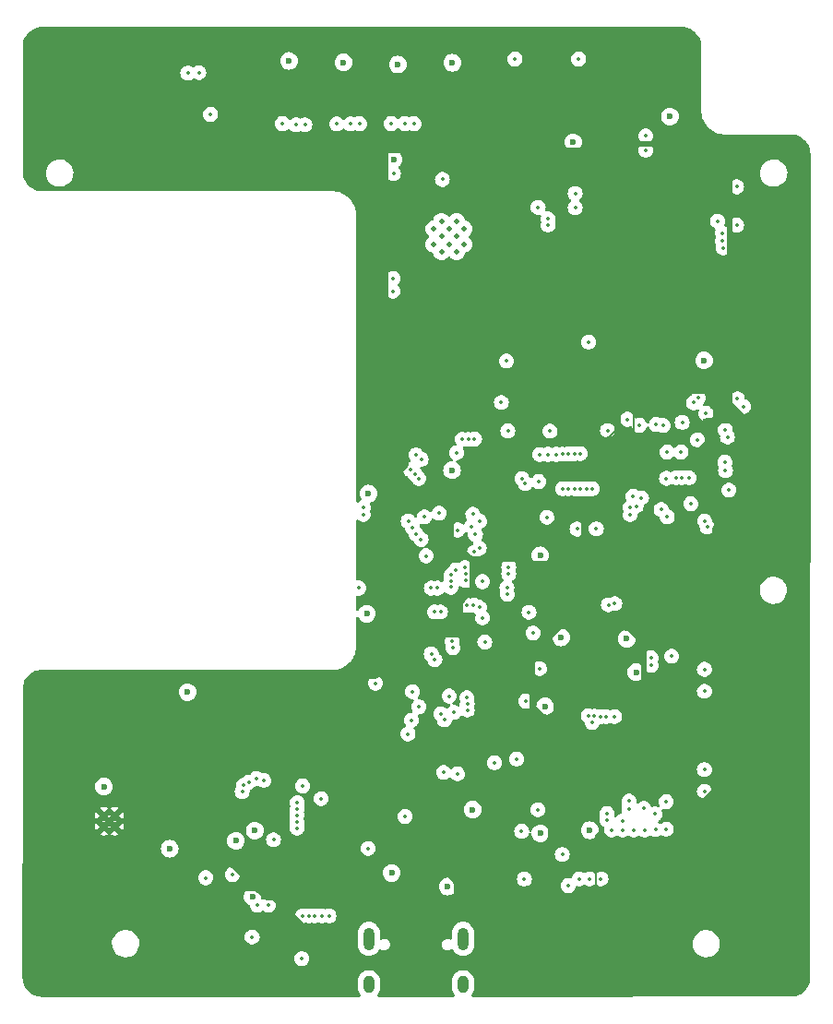
<source format=gbr>
%TF.GenerationSoftware,KiCad,Pcbnew,7.0.5*%
%TF.CreationDate,2023-12-05T08:46:21-08:00*%
%TF.ProjectId,EV10 Board Design,45563130-2042-46f6-9172-642044657369,EV9*%
%TF.SameCoordinates,Original*%
%TF.FileFunction,Copper,L2,Inr*%
%TF.FilePolarity,Positive*%
%FSLAX46Y46*%
G04 Gerber Fmt 4.6, Leading zero omitted, Abs format (unit mm)*
G04 Created by KiCad (PCBNEW 7.0.5) date 2023-12-05 08:46:21*
%MOMM*%
%LPD*%
G01*
G04 APERTURE LIST*
%TA.AperFunction,ComponentPad*%
%ADD10C,0.500000*%
%TD*%
%TA.AperFunction,ComponentPad*%
%ADD11O,1.000000X2.100000*%
%TD*%
%TA.AperFunction,ComponentPad*%
%ADD12O,1.000000X1.600000*%
%TD*%
%TA.AperFunction,ComponentPad*%
%ADD13C,0.600000*%
%TD*%
%TA.AperFunction,ViaPad*%
%ADD14C,0.600000*%
%TD*%
%TA.AperFunction,ViaPad*%
%ADD15C,0.350000*%
%TD*%
%TA.AperFunction,ViaPad*%
%ADD16C,0.800000*%
%TD*%
%TA.AperFunction,Conductor*%
%ADD17C,0.500000*%
%TD*%
%TA.AperFunction,Conductor*%
%ADD18C,0.200000*%
%TD*%
%TA.AperFunction,Conductor*%
%ADD19C,0.127000*%
%TD*%
%TA.AperFunction,Conductor*%
%ADD20C,0.250000*%
%TD*%
G04 APERTURE END LIST*
D10*
%TO.N,N/C*%
%TO.C,U11*%
X151925000Y-74760000D03*
X151925000Y-76160000D03*
X152625000Y-74060000D03*
X152625000Y-75460000D03*
X152625000Y-76860000D03*
X153325000Y-74760000D03*
X153325000Y-76160000D03*
X154025000Y-74060000D03*
X154025000Y-75460000D03*
X154025000Y-76860000D03*
X154725000Y-74760000D03*
X154725000Y-76160000D03*
%TD*%
D11*
%TO.N,unconnected-(J9-SHIELD-PadS1)*%
%TO.C,J9*%
X145967500Y-139916000D03*
D12*
X145967500Y-144096000D03*
D11*
X154607500Y-139916000D03*
D12*
X154607500Y-144096000D03*
%TD*%
D13*
%TO.N,GND*%
%TO.C,U7*%
X121640000Y-129610000D03*
X122640000Y-129610000D03*
X122140000Y-129110000D03*
X121640000Y-128610000D03*
X122640000Y-128610000D03*
%TD*%
D14*
%TO.N,+3.3VA*%
X169637500Y-112375000D03*
X163607500Y-112245000D03*
X170487500Y-115435000D03*
X161688500Y-104725500D03*
D15*
%TO.N,+3.3V*%
X165075500Y-102300000D03*
X156610000Y-112670000D03*
D14*
X164716000Y-66806500D03*
D15*
X173352000Y-101175500D03*
X161495000Y-128065000D03*
D14*
X148237000Y-68375000D03*
X161700000Y-130230000D03*
X162137500Y-118575000D03*
X155492500Y-128050000D03*
X148637500Y-59665000D03*
D15*
X166446962Y-120075538D03*
X162294936Y-101214500D03*
X160237500Y-134425000D03*
D14*
X166250000Y-129940000D03*
X138627500Y-59345000D03*
D15*
X167870000Y-93260000D03*
X135727878Y-136838556D03*
X135256250Y-139733750D03*
D14*
X176737000Y-86837500D03*
X143637500Y-59465000D03*
X145768287Y-110070000D03*
X153637500Y-59505000D03*
D15*
X176137500Y-94125000D03*
X166837500Y-102275000D03*
D14*
X145920000Y-99050000D03*
D15*
X169937500Y-100975000D03*
D14*
X153600000Y-96900000D03*
D15*
X136757500Y-136799500D03*
D14*
%TO.N,VBUS*%
X153197500Y-135115000D03*
X133760000Y-130910000D03*
X135280000Y-136025500D03*
D15*
X159987500Y-130025000D03*
D14*
X148060000Y-133860000D03*
D15*
%TO.N,GND*%
X127480000Y-135110000D03*
X119800000Y-129930000D03*
X117260000Y-121330000D03*
X126640000Y-123390000D03*
X119790000Y-128790000D03*
X118043167Y-119154346D03*
X126540000Y-134200000D03*
D14*
X133535000Y-133145000D03*
D15*
X118920000Y-134370000D03*
X119360000Y-135770000D03*
X119350000Y-128500000D03*
X126180000Y-118630000D03*
X124550000Y-130080000D03*
X124950000Y-129740000D03*
X167280000Y-129950000D03*
X125390000Y-130030000D03*
X126660000Y-122270000D03*
D14*
X135645000Y-135255000D03*
D15*
X125380000Y-129470000D03*
X127900000Y-135360000D03*
X149921225Y-133974500D03*
D14*
X131970000Y-137850000D03*
D15*
X118060000Y-120790000D03*
X117680000Y-118250000D03*
X124970000Y-129190000D03*
D14*
X169649706Y-111417206D03*
X146617500Y-136495000D03*
X131040000Y-137840000D03*
D15*
X124940000Y-128600000D03*
X125750000Y-120580000D03*
X119350000Y-135200000D03*
D14*
X162027997Y-119574503D03*
X132910000Y-137800000D03*
X151570500Y-127985023D03*
D15*
X126220000Y-118030000D03*
X119320000Y-136370000D03*
X118050000Y-118620000D03*
X119340000Y-134110000D03*
D14*
X169635000Y-103875000D03*
X148200000Y-88010000D03*
X170350000Y-117380000D03*
D15*
X126640000Y-118910000D03*
X125760000Y-118910000D03*
X179157500Y-71420000D03*
X118920000Y-134920000D03*
X167880000Y-93930000D03*
X117210000Y-120790000D03*
D16*
X130510000Y-125050000D03*
D15*
X126620000Y-120030000D03*
X128350000Y-135040000D03*
X119790000Y-129370000D03*
X117220000Y-119690000D03*
X125760000Y-118380000D03*
X125370000Y-128330000D03*
X126190000Y-119200000D03*
X125780000Y-122270000D03*
X141340000Y-139890000D03*
X126200000Y-121990000D03*
X125770000Y-123940000D03*
X126190000Y-124190000D03*
X119800000Y-134370000D03*
X128320000Y-134460000D03*
X118960000Y-129980000D03*
D14*
X171427500Y-136495000D03*
D15*
X119780000Y-134930000D03*
D14*
X154871898Y-96928102D03*
D15*
X118970000Y-129330000D03*
X170270000Y-95130000D03*
D14*
X140800000Y-67387500D03*
D15*
X125760000Y-119470000D03*
X156525500Y-129975000D03*
D14*
X141500000Y-132700000D03*
D15*
X126200000Y-119740000D03*
X117660000Y-120510000D03*
X126550000Y-133630000D03*
D14*
X164600000Y-104900000D03*
D15*
X127480000Y-135640000D03*
X135772500Y-131540000D03*
X126120000Y-133950000D03*
X126640000Y-122840000D03*
D14*
X145360000Y-112190000D03*
D15*
X118080000Y-119700000D03*
X117640000Y-118850000D03*
D14*
X181480000Y-77208000D03*
D16*
X176733959Y-127399756D03*
D15*
X126220000Y-123100000D03*
X127470000Y-134500000D03*
D14*
X159500000Y-104900000D03*
D15*
X155680000Y-114300000D03*
X118980000Y-128800000D03*
X125760000Y-123390000D03*
X126660000Y-121130000D03*
X126200000Y-120290000D03*
X126660000Y-121720000D03*
X127480000Y-136200000D03*
X125380000Y-128890000D03*
X127470000Y-133940000D03*
X127124000Y-64254000D03*
X127900000Y-134230000D03*
X125780000Y-121740000D03*
X127890000Y-133660000D03*
X127930000Y-136410000D03*
X127270181Y-133509622D03*
X117660000Y-119960000D03*
X117220000Y-118600000D03*
D14*
X165938378Y-101141541D03*
D15*
X125760000Y-121130000D03*
X127910000Y-135930000D03*
X124550000Y-128280000D03*
X126240000Y-121390000D03*
X125780000Y-122830000D03*
X118900000Y-136040000D03*
X119780000Y-128230000D03*
D14*
X165986000Y-67599500D03*
X147020000Y-97240000D03*
D15*
X117650000Y-119420000D03*
X124570000Y-128900000D03*
X126640000Y-118360000D03*
X119780000Y-135490000D03*
X119360000Y-129640000D03*
D14*
X147500000Y-67500000D03*
X154037500Y-136245000D03*
D15*
X126210000Y-122560000D03*
D14*
X161087500Y-114095000D03*
D15*
X126620000Y-119480000D03*
X117200000Y-120240000D03*
X127940000Y-134760000D03*
X118080000Y-120250000D03*
X128330000Y-136160000D03*
X118900000Y-135490000D03*
X126220000Y-120840000D03*
D14*
X141400000Y-120660000D03*
D15*
X125740000Y-120030000D03*
X128350000Y-135590000D03*
X118060000Y-121330000D03*
X175288000Y-95875000D03*
D14*
X176887000Y-92448000D03*
D15*
X119340000Y-134660000D03*
X126220000Y-123650000D03*
X118070000Y-121880000D03*
X119380000Y-129090000D03*
D14*
X172291250Y-109071250D03*
D15*
X117670000Y-121580000D03*
D14*
X152887500Y-134038000D03*
D15*
X118960000Y-128180000D03*
D14*
X165077500Y-110575000D03*
D15*
X117220000Y-119130000D03*
X126620000Y-123930000D03*
X117680000Y-121060000D03*
X128340000Y-133890000D03*
X119780000Y-136020000D03*
X124560000Y-129430000D03*
X126600000Y-120570000D03*
X127000000Y-133930000D03*
%TO.N,/UI_SDA*%
X139898537Y-137799296D03*
X153610000Y-112624500D03*
X145905559Y-131605559D03*
X153327000Y-117631830D03*
X139820000Y-141730000D03*
%TO.N,/UI_SCL*%
X140448035Y-137801426D03*
X149296502Y-128676502D03*
X153765000Y-119130000D03*
X153679500Y-113180000D03*
%TO.N,/MCLK*%
X166098551Y-119450538D03*
X161029141Y-111844115D03*
X164831735Y-98611500D03*
X173352000Y-95242000D03*
X160661571Y-109931547D03*
X156390000Y-107130000D03*
X161641014Y-95458986D03*
%TO.N,/MGMT_BOOT*%
X178429000Y-75861713D03*
X170490092Y-100207932D03*
X179021156Y-98730604D03*
X165260000Y-134404500D03*
X178872000Y-93860000D03*
%TO.N,/MGMT_NRST*%
X172787500Y-100500500D03*
X179722000Y-74414000D03*
X173758000Y-113970000D03*
X163717500Y-132165500D03*
X179722000Y-70891500D03*
X164247500Y-135035000D03*
X159382000Y-59174000D03*
X165224000Y-59174000D03*
X178473000Y-76500000D03*
%TO.N,/IN_3*%
X154994000Y-118923000D03*
X142301501Y-137808499D03*
X160357787Y-118100000D03*
X161612000Y-115115000D03*
%TO.N,/NET_RST*%
X164830735Y-95386155D03*
X161502000Y-72780000D03*
X148220000Y-69680000D03*
X152715713Y-70215713D03*
%TO.N,/UI_RST*%
X164282232Y-98611500D03*
X158800000Y-106400000D03*
%TO.N,/MIC_P*%
X140997500Y-137795000D03*
X154968365Y-117779800D03*
%TO.N,/LEDA_R*%
X174156692Y-97590822D03*
X148013000Y-65100000D03*
%TO.N,/DISP_BL*%
X150548204Y-97651087D03*
X153494000Y-106535401D03*
X169832000Y-127280000D03*
X173260000Y-127320000D03*
X173270000Y-129850000D03*
%TO.N,/DISP_RSTR*%
X172270000Y-129890000D03*
X167822000Y-128430000D03*
X172250000Y-128460000D03*
%TO.N,/LEDA_G*%
X174706194Y-97589729D03*
X149262000Y-65100000D03*
%TO.N,/LEDA_B*%
X150100000Y-65100000D03*
X175331261Y-97595369D03*
%TO.N,/KB_COL3*%
X149559500Y-121104643D03*
X152889000Y-119800000D03*
X158669821Y-108279606D03*
X136300000Y-125365000D03*
%TO.N,/KB_COL4*%
X158640000Y-107690000D03*
X152562000Y-119259001D03*
%TO.N,/DISP_DC*%
X169832000Y-127960000D03*
X171270000Y-129910000D03*
X171210000Y-127950000D03*
%TO.N,/DISP_CS*%
X150182077Y-97241326D03*
X170270000Y-129930000D03*
X151070993Y-101179806D03*
%TO.N,/DISP_SPI_SCK*%
X169270000Y-129080000D03*
X167822000Y-129010000D03*
X169260000Y-129930000D03*
%TO.N,/DISP_SPI_MOSI*%
X168260000Y-129920000D03*
%TO.N,/KB_MIC*%
X149793497Y-96852792D03*
D14*
X135489500Y-129976409D03*
D15*
%TO.N,/KB_ROW5*%
X139370000Y-129196376D03*
X151208392Y-104762595D03*
%TO.N,/KB_ROW1*%
X134338500Y-126410414D03*
X149580000Y-101568500D03*
%TO.N,/KB_ROW2*%
X134958357Y-125520403D03*
X149982500Y-102190000D03*
%TO.N,/KB_ROW3*%
X150310000Y-102760000D03*
X139392170Y-127417900D03*
%TO.N,/MIC_N*%
X154994000Y-118373592D03*
X141627439Y-137805513D03*
%TO.N,/KB_ROW4*%
X150750000Y-103240000D03*
X139357658Y-128557659D03*
%TO.N,/KB_ROW6*%
X151695000Y-113764883D03*
X139381599Y-129745756D03*
%TO.N,/KB_ROW7*%
X137217500Y-130825000D03*
X152022000Y-114280000D03*
%TO.N,/LEDB_R*%
X158725963Y-93294037D03*
X154560000Y-94060000D03*
X175513000Y-99975500D03*
X138013000Y-65100000D03*
%TO.N,/LEDB_G*%
X155109378Y-94071689D03*
X139262000Y-65200000D03*
%TO.N,/LEDB_B*%
X155661145Y-94043581D03*
X140100000Y-65200000D03*
%TO.N,/SPK_LN*%
X176762000Y-117195000D03*
X171862000Y-114800000D03*
%TO.N,/SPK_LP*%
X176762000Y-115175000D03*
X171862000Y-114117000D03*
%TO.N,/HP_R*%
X168533334Y-109146500D03*
X176762000Y-124375000D03*
%TO.N,/HP_L*%
X167947500Y-109255000D03*
X176762000Y-126375000D03*
%TO.N,/KB_COL5*%
X150558000Y-118612147D03*
X139386802Y-127967376D03*
%TO.N,/KB_COL2*%
X149879287Y-119841287D03*
X135639579Y-125209580D03*
%TO.N,/BTN_RST*%
X169951773Y-100318227D03*
X165381153Y-98619980D03*
X162411521Y-95446854D03*
X131442000Y-64254000D03*
%TO.N,/BTN_UI*%
X166490792Y-98611500D03*
X170220000Y-99295000D03*
X162428390Y-73842547D03*
X164281530Y-95404228D03*
%TO.N,/BTN_NET*%
X165930655Y-98620082D03*
X129350000Y-60450000D03*
X163732378Y-95423844D03*
X170987213Y-99442787D03*
X130360000Y-60410000D03*
X162430865Y-74392044D03*
%TO.N,/KB_COL1*%
X149974500Y-117230000D03*
X134491360Y-125810000D03*
D14*
%TO.N,Net-(J5-Pin_1)*%
X121640000Y-125940000D03*
X173590000Y-64430000D03*
X129320000Y-117270000D03*
X127680500Y-131640000D03*
D15*
%TO.N,Net-(D1-K)*%
X131000000Y-134310000D03*
X133454477Y-134004477D03*
%TO.N,Net-(U1-PA12)*%
X139882839Y-125887400D03*
X145040000Y-107720000D03*
X141590000Y-127038000D03*
X146561580Y-116444229D03*
%TO.N,/UI_STAT*%
X173280192Y-97650000D03*
X161560000Y-97938000D03*
X155745287Y-102805287D03*
X160325384Y-98127926D03*
%TO.N,/UI_BOOT*%
X152541919Y-109905499D03*
X150762000Y-95900000D03*
X158117880Y-90687711D03*
X163183619Y-95446500D03*
%TO.N,/UI_LED_B*%
X151992417Y-109905988D03*
X145100000Y-65100000D03*
X153932000Y-106080000D03*
X154808861Y-105833361D03*
%TO.N,/NET_STAT*%
X174725500Y-92515962D03*
X158600000Y-86880000D03*
X162600000Y-93312000D03*
X174622000Y-95242000D03*
%TO.N,/UI_LED_G*%
X156100000Y-104050000D03*
X144262000Y-65120000D03*
%TO.N,/UI_TX1_MGMT*%
X153494000Y-107633929D03*
X154845500Y-107034396D03*
X152237350Y-107721367D03*
X177010000Y-102120000D03*
%TO.N,/UI_RX1_MGMT*%
X153478110Y-107084656D03*
X176780000Y-101550000D03*
X154845500Y-106415607D03*
X151687848Y-107721868D03*
%TO.N,/NET_BOOT*%
X166143500Y-85150000D03*
X165380000Y-95370000D03*
%TO.N,/UI_LED_R*%
X160016641Y-97673359D03*
X158800000Y-105800000D03*
X143013000Y-65120000D03*
X163732729Y-98611500D03*
%TO.N,/MGMT_SWDIO*%
X175750000Y-90700500D03*
X180363385Y-91056615D03*
X170807500Y-92787000D03*
X166237500Y-134405000D03*
%TO.N,/MGMT_SWCLK*%
X176204168Y-90275154D03*
X179792000Y-90342000D03*
X167267500Y-134405000D03*
X169700000Y-92230500D03*
%TO.N,/I2S_DACLRC*%
X155578859Y-109295000D03*
X167192939Y-119538388D03*
X155662000Y-104400500D03*
X152413000Y-100852306D03*
%TO.N,/BOOT1*%
X154028212Y-95300000D03*
X150300000Y-95500000D03*
%TO.N,/I2S_BCLK*%
X154959979Y-109295000D03*
X166647709Y-119469995D03*
%TO.N,/I2S_ADCDAT*%
X168527500Y-119515000D03*
X156120000Y-109490000D03*
%TO.N,/I2S_DACDAT*%
X167741086Y-119499818D03*
X156399308Y-110443192D03*
%TO.N,/USB_TX1_MGMT*%
X152817500Y-124635000D03*
X172336000Y-92702000D03*
X176908000Y-91686000D03*
X159527500Y-123417000D03*
%TO.N,/USB_RX1_MGMT*%
X178683000Y-93210000D03*
X154097500Y-124765000D03*
X172972781Y-92789278D03*
X157486000Y-123757000D03*
%TO.N,/UI_TX2_NET*%
X155385218Y-102054778D03*
X148160000Y-80470000D03*
X156140000Y-101570000D03*
X145455697Y-100336271D03*
%TO.N,/NET_TX1_MGMT*%
X178645000Y-96155000D03*
X178392500Y-75126500D03*
X171370000Y-66225500D03*
X164900000Y-71500000D03*
%TO.N,/NET_RX1_MGMT*%
X164900000Y-72800000D03*
X178694156Y-96929354D03*
X171374750Y-67539500D03*
X177954500Y-74040000D03*
%TO.N,/UI_RX2_NET*%
X148190000Y-79300000D03*
X145450000Y-100950000D03*
X155509403Y-100944932D03*
X154128152Y-102390380D03*
%TD*%
D17*
%TO.N,GND*%
X141400000Y-120660000D02*
X141400000Y-115840000D01*
X165938378Y-101141541D02*
X165700000Y-101379919D01*
D18*
X170270000Y-89800000D02*
X170265000Y-89795000D01*
D19*
X166780000Y-136445000D02*
X166830000Y-136495000D01*
D17*
X134565000Y-135255000D02*
X135645000Y-135255000D01*
X137762500Y-136650000D02*
X137607500Y-136495000D01*
D18*
X168795000Y-93015000D02*
X167880000Y-93930000D01*
D17*
X154037500Y-136245000D02*
X154037500Y-136275000D01*
X180630000Y-92367500D02*
X180630000Y-99310000D01*
X147568500Y-67556000D02*
X147538000Y-67525500D01*
X141400000Y-115840000D02*
X141420000Y-115820000D01*
X159375000Y-105025000D02*
X159500000Y-104900000D01*
X151570500Y-127985023D02*
X153898023Y-127985023D01*
X147540000Y-112010000D02*
X147540000Y-114860000D01*
X160075000Y-105475000D02*
X164025000Y-105475000D01*
X171237500Y-112772918D02*
X169841461Y-111376879D01*
X170245000Y-89795000D02*
X168795000Y-91245000D01*
X141345000Y-136650000D02*
X137762500Y-136650000D01*
X160987500Y-114225000D02*
X161087500Y-114125000D01*
X164185418Y-110575000D02*
X161087500Y-113672918D01*
X135820000Y-117960000D02*
X132670000Y-121110000D01*
X172291250Y-109071250D02*
X172887500Y-108475000D01*
X148200000Y-88010000D02*
X149376203Y-89186203D01*
X176887000Y-92448000D02*
X176960000Y-92375000D01*
X133535000Y-133145000D02*
X133485000Y-133095000D01*
D19*
X136550000Y-132317500D02*
X136550000Y-135985000D01*
D17*
X164887500Y-110575000D02*
X165077500Y-110575000D01*
X160987500Y-118627082D02*
X160987500Y-114225000D01*
X147474500Y-67525500D02*
X140938000Y-67525500D01*
X159500000Y-104900000D02*
X160075000Y-105475000D01*
X154334979Y-111604979D02*
X154730000Y-112000000D01*
X139200000Y-117960000D02*
X135820000Y-117960000D01*
X147500000Y-67500000D02*
X147474500Y-67525500D01*
X149921225Y-136413775D02*
X149840000Y-136495000D01*
X147530000Y-112000000D02*
X147540000Y-112010000D01*
X150579113Y-99800000D02*
X148504113Y-97725000D01*
X177777500Y-66915000D02*
X179097500Y-68235000D01*
X153817500Y-136495000D02*
X150057500Y-136495000D01*
X164887500Y-110575000D02*
X164185418Y-110575000D01*
X148504113Y-97258293D02*
X148504113Y-97725000D01*
X165942500Y-67556000D02*
X147568500Y-67556000D01*
X146580000Y-115820000D02*
X141960000Y-115820000D01*
X153493750Y-99343750D02*
X153475000Y-99362500D01*
X147540000Y-114860000D02*
X146580000Y-115820000D01*
X162027997Y-119574503D02*
X161934921Y-119574503D01*
X140780000Y-67280000D02*
X141025000Y-67525000D01*
D20*
X181480000Y-77208000D02*
X179097500Y-77208000D01*
D17*
X154037500Y-136275000D02*
X153817500Y-136495000D01*
X147487500Y-87297500D02*
X147487500Y-67576000D01*
X147512500Y-67500000D02*
X147538000Y-67525500D01*
X153302582Y-134038000D02*
X154037500Y-134772918D01*
X169690033Y-111376879D02*
X169985621Y-111376879D01*
D20*
X132528913Y-124188913D02*
X132670000Y-124330000D01*
D17*
X141340000Y-139890000D02*
X141002500Y-139890000D01*
X170017500Y-136495000D02*
X166830000Y-136495000D01*
X153037500Y-99800000D02*
X150579113Y-99800000D01*
X147505000Y-97725000D02*
X148504113Y-97725000D01*
X145550000Y-112000000D02*
X147530000Y-112000000D01*
X137607500Y-136495000D02*
X137272500Y-136160000D01*
X155680000Y-112950000D02*
X154730000Y-112000000D01*
X154871898Y-96928102D02*
X154871898Y-97965602D01*
X165986000Y-67599500D02*
X166670500Y-66915000D01*
D19*
X135772500Y-131540000D02*
X136550000Y-132317500D01*
D17*
X170487500Y-103875000D02*
X169635000Y-103875000D01*
X130150000Y-67280000D02*
X140780000Y-67280000D01*
X141500000Y-136495000D02*
X141345000Y-136650000D01*
X136550000Y-136160000D02*
X135645000Y-135255000D01*
X171237500Y-116492500D02*
X171237500Y-112772918D01*
D18*
X130540000Y-125080000D02*
X132670000Y-125080000D01*
D19*
X155888000Y-129975000D02*
X154737500Y-128824500D01*
D17*
X162137500Y-119574503D02*
X162657500Y-120094503D01*
X141960000Y-115820000D02*
X141420000Y-115820000D01*
X147500000Y-67500000D02*
X147512500Y-67500000D01*
X147487500Y-67576000D02*
X147538000Y-67525500D01*
X177700000Y-102240000D02*
X177700000Y-126320884D01*
X132670000Y-132280000D02*
X132670000Y-125080000D01*
X155680000Y-114300000D02*
X155680000Y-112950000D01*
X161087500Y-113672918D02*
X161087500Y-114095000D01*
X169985621Y-111376879D02*
X170762500Y-110600000D01*
X127124000Y-64254000D02*
X130150000Y-67280000D01*
X162657500Y-136002500D02*
X163150000Y-136495000D01*
D19*
X166780000Y-130450000D02*
X166780000Y-136445000D01*
D17*
X172887500Y-108475000D02*
X172887500Y-106275000D01*
X177700000Y-126320884D02*
X176420000Y-127600884D01*
X169635000Y-103875000D02*
X165625000Y-103875000D01*
X176420000Y-127600884D02*
X176420000Y-131502500D01*
X170737500Y-110575000D02*
X170762500Y-110600000D01*
X147020000Y-97240000D02*
X147505000Y-97725000D01*
X135645000Y-135255000D02*
X133535000Y-133145000D01*
X172887500Y-106275000D02*
X170487500Y-103875000D01*
X155490000Y-105243884D02*
X155490000Y-107881095D01*
X155163058Y-104916942D02*
X155271116Y-105025000D01*
X132670000Y-124330000D02*
X132670000Y-121140000D01*
X154737500Y-134072918D02*
X154037500Y-134772918D01*
X154737500Y-128824500D02*
X154737500Y-128835000D01*
D18*
X130510000Y-125050000D02*
X130540000Y-125080000D01*
D17*
X170265000Y-89795000D02*
X170245000Y-89795000D01*
X168795000Y-91245000D02*
X168795000Y-93015000D01*
X132670000Y-125080000D02*
X132670000Y-124330000D01*
X140800000Y-67387500D02*
X140938000Y-67525500D01*
X141420000Y-115820000D02*
X141340000Y-115820000D01*
X131970000Y-137850000D02*
X134565000Y-135255000D01*
X154334979Y-109036116D02*
X154334979Y-111604979D01*
X161934921Y-119574503D02*
X160987500Y-118627082D01*
X179072346Y-89650154D02*
X170409846Y-89650154D01*
X180587500Y-92325000D02*
X180630000Y-92367500D01*
X180630000Y-99310000D02*
X177700000Y-102240000D01*
X164025000Y-105475000D02*
X164600000Y-104900000D01*
X162657500Y-120094503D02*
X162657500Y-136002500D01*
X153475000Y-103228884D02*
X155490000Y-105243884D01*
X179097500Y-89625000D02*
X179097500Y-90835000D01*
X166670500Y-66915000D02*
X177777500Y-66915000D01*
D19*
X156525500Y-129975000D02*
X155888000Y-129975000D01*
D17*
X180537500Y-92375000D02*
X180587500Y-92325000D01*
X176960000Y-92375000D02*
X180537500Y-92375000D01*
X166830000Y-136495000D02*
X153817500Y-136495000D01*
D19*
X176887000Y-94313831D02*
X175325831Y-95875000D01*
D17*
X150057500Y-136495000D02*
X149840000Y-136495000D01*
D20*
X132570000Y-121240000D02*
X132670000Y-121140000D01*
D17*
X153898023Y-127985023D02*
X154737500Y-128824500D01*
X162027997Y-119574503D02*
X162137500Y-119574503D01*
X179097500Y-77208000D02*
X179097500Y-89625000D01*
X149376203Y-96386203D02*
X148504113Y-97258293D01*
X179097500Y-90835000D02*
X180587500Y-92325000D01*
X170350000Y-117380000D02*
X171237500Y-116492500D01*
X154737500Y-128835000D02*
X154737500Y-134072918D01*
X132670000Y-121110000D02*
X132670000Y-121140000D01*
X149840000Y-136495000D02*
X146617500Y-136495000D01*
X165986000Y-67599500D02*
X165942500Y-67556000D01*
D19*
X176887000Y-92448000D02*
X176887000Y-94313831D01*
D17*
X170762500Y-110600000D02*
X172291250Y-109071250D01*
X147530000Y-112000000D02*
X154730000Y-112000000D01*
X141340000Y-115820000D02*
X139200000Y-117960000D01*
X140937500Y-67526000D02*
X140938000Y-67525500D01*
X149921225Y-133974500D02*
X149921225Y-136413775D01*
X155271116Y-105025000D02*
X159375000Y-105025000D01*
X171427500Y-136495000D02*
X171417500Y-136495000D01*
X165700000Y-101379919D02*
X165700000Y-103875000D01*
X154871898Y-97965602D02*
X153037500Y-99800000D01*
X149376203Y-89186203D02*
X149376203Y-96386203D01*
X155490000Y-107881095D02*
X154334979Y-109036116D01*
D19*
X175325831Y-95875000D02*
X175288000Y-95875000D01*
D17*
X179097500Y-68235000D02*
X179097500Y-77208000D01*
X137272500Y-136160000D02*
X136550000Y-136160000D01*
D18*
X170270000Y-95130000D02*
X170270000Y-89800000D01*
D17*
X170409846Y-89650154D02*
X170265000Y-89795000D01*
X141002500Y-139890000D02*
X137607500Y-136495000D01*
X146617500Y-136495000D02*
X141500000Y-136495000D01*
X165077500Y-110575000D02*
X170737500Y-110575000D01*
X179097500Y-89625000D02*
X179072346Y-89650154D01*
X141025000Y-67525000D02*
X143787500Y-67525000D01*
X133535000Y-133145000D02*
X132670000Y-132280000D01*
D19*
X167280000Y-129950000D02*
X166780000Y-130450000D01*
D17*
X154037500Y-134772918D02*
X154037500Y-136245000D01*
X176420000Y-131502500D02*
X171427500Y-136495000D01*
X161087500Y-114095000D02*
X161087500Y-114125000D01*
X141500000Y-136495000D02*
X141500000Y-132700000D01*
D19*
X149921225Y-136358725D02*
X150057500Y-136495000D01*
D17*
X152887500Y-134038000D02*
X153302582Y-134038000D01*
X153475000Y-99362500D02*
X153475000Y-103228884D01*
X171417500Y-136495000D02*
X170017500Y-136495000D01*
X148200000Y-88010000D02*
X147487500Y-87297500D01*
X165625000Y-103875000D02*
X164600000Y-104900000D01*
X145360000Y-112190000D02*
X145550000Y-112000000D01*
%TD*%
%TA.AperFunction,Conductor*%
%TO.N,GND*%
G36*
X116013032Y-56220501D02*
G01*
X174631232Y-56224709D01*
X174631262Y-56224714D01*
X174645905Y-56224714D01*
X174680508Y-56224714D01*
X174683734Y-56224714D01*
X174687849Y-56224848D01*
X174916566Y-56239838D01*
X174924705Y-56240909D01*
X175126301Y-56281009D01*
X175147481Y-56285222D01*
X175155445Y-56287355D01*
X175370521Y-56360363D01*
X175378134Y-56363517D01*
X175478309Y-56412917D01*
X175581836Y-56463970D01*
X175588975Y-56468093D01*
X175777815Y-56594271D01*
X175784360Y-56599293D01*
X175854074Y-56660430D01*
X175953428Y-56747561D01*
X175955121Y-56749045D01*
X175960954Y-56754878D01*
X176110706Y-56925639D01*
X176115728Y-56932184D01*
X176241906Y-57121024D01*
X176246031Y-57128168D01*
X176346482Y-57331865D01*
X176349640Y-57339487D01*
X176422642Y-57554550D01*
X176424777Y-57562518D01*
X176469087Y-57785278D01*
X176470164Y-57793458D01*
X176485147Y-58022110D01*
X176485282Y-58026293D01*
X176479551Y-63837787D01*
X176479500Y-63838313D01*
X176479500Y-63890062D01*
X176479474Y-63915672D01*
X176479500Y-63916120D01*
X176479500Y-64023109D01*
X176511587Y-64287372D01*
X176511588Y-64287377D01*
X176575298Y-64545856D01*
X176665241Y-64783015D01*
X176669697Y-64794764D01*
X176793411Y-65030483D01*
X176944637Y-65249570D01*
X177121168Y-65448832D01*
X177320430Y-65625363D01*
X177539517Y-65776589D01*
X177775236Y-65900303D01*
X178024148Y-65994703D01*
X178282624Y-66058412D01*
X178546894Y-66090500D01*
X178653917Y-66090500D01*
X178654679Y-66090542D01*
X178657743Y-66090536D01*
X178657744Y-66090537D01*
X178663917Y-66090526D01*
X178680086Y-66090500D01*
X178731767Y-66090500D01*
X178732641Y-66090412D01*
X179137996Y-66089737D01*
X184687892Y-66080504D01*
X184692097Y-66080637D01*
X184920762Y-66095624D01*
X184928917Y-66096697D01*
X185151696Y-66141010D01*
X185159650Y-66143141D01*
X185374729Y-66216152D01*
X185382339Y-66219303D01*
X185586058Y-66319766D01*
X185593170Y-66323872D01*
X185782030Y-66450065D01*
X185788568Y-66455081D01*
X185891642Y-66545474D01*
X185959331Y-66604835D01*
X185965161Y-66610665D01*
X186078160Y-66739517D01*
X186114913Y-66781425D01*
X186119934Y-66787969D01*
X186246124Y-66976825D01*
X186250235Y-66983946D01*
X186336818Y-67159518D01*
X186350692Y-67187652D01*
X186353849Y-67195274D01*
X186426855Y-67410340D01*
X186428990Y-67418309D01*
X186465074Y-67599717D01*
X186473299Y-67641064D01*
X186474375Y-67649243D01*
X186489364Y-67877934D01*
X186489499Y-67882064D01*
X186479506Y-143378500D01*
X186479500Y-143378572D01*
X186479500Y-143427940D01*
X186479365Y-143432061D01*
X186464375Y-143660756D01*
X186463299Y-143668935D01*
X186418990Y-143891690D01*
X186416855Y-143899659D01*
X186343849Y-144114725D01*
X186340692Y-144122347D01*
X186240242Y-144326042D01*
X186236120Y-144333181D01*
X186229435Y-144343187D01*
X186109934Y-144522030D01*
X186104913Y-144528574D01*
X185955164Y-144699331D01*
X185949331Y-144705164D01*
X185778574Y-144854913D01*
X185772030Y-144859934D01*
X185655515Y-144937788D01*
X185583181Y-144986120D01*
X185576047Y-144990239D01*
X185496782Y-145029328D01*
X185372347Y-145090692D01*
X185364725Y-145093849D01*
X185149659Y-145166855D01*
X185141690Y-145168990D01*
X184972295Y-145202684D01*
X184918932Y-145213299D01*
X184910756Y-145214375D01*
X184719705Y-145226897D01*
X184682058Y-145229365D01*
X184677940Y-145229500D01*
X184628156Y-145229500D01*
X184628073Y-145229507D01*
X155491040Y-145233748D01*
X155422917Y-145213756D01*
X155376416Y-145160107D01*
X155366302Y-145089834D01*
X155393621Y-145027816D01*
X155450095Y-144959004D01*
X155543741Y-144783804D01*
X155601408Y-144593701D01*
X155616000Y-144445547D01*
X155616000Y-143746453D01*
X155601408Y-143598299D01*
X155543741Y-143408196D01*
X155450095Y-143232996D01*
X155324068Y-143079432D01*
X155170504Y-142953405D01*
X154995304Y-142859759D01*
X154805201Y-142802092D01*
X154805200Y-142802091D01*
X154805194Y-142802090D01*
X154607503Y-142782620D01*
X154607497Y-142782620D01*
X154409805Y-142802090D01*
X154219695Y-142859759D01*
X154044495Y-142953405D01*
X153890932Y-143079432D01*
X153764905Y-143232995D01*
X153671259Y-143408195D01*
X153613590Y-143598305D01*
X153599000Y-143746446D01*
X153599000Y-144445553D01*
X153613590Y-144593694D01*
X153613591Y-144593700D01*
X153613592Y-144593701D01*
X153646577Y-144702439D01*
X153671259Y-144783804D01*
X153764905Y-144959004D01*
X153821587Y-145028071D01*
X153849341Y-145093418D01*
X153837359Y-145163397D01*
X153789447Y-145215789D01*
X153724206Y-145234005D01*
X146850008Y-145235006D01*
X146781885Y-145215014D01*
X146735384Y-145161365D01*
X146725270Y-145091092D01*
X146752590Y-145029073D01*
X146810095Y-144959004D01*
X146903741Y-144783804D01*
X146961408Y-144593701D01*
X146976000Y-144445547D01*
X146976000Y-143746453D01*
X146961408Y-143598299D01*
X146903741Y-143408196D01*
X146810095Y-143232996D01*
X146684068Y-143079432D01*
X146530504Y-142953405D01*
X146355304Y-142859759D01*
X146165201Y-142802092D01*
X146165200Y-142802091D01*
X146165194Y-142802090D01*
X145967503Y-142782620D01*
X145967497Y-142782620D01*
X145769805Y-142802090D01*
X145579695Y-142859759D01*
X145404495Y-142953405D01*
X145250932Y-143079432D01*
X145124905Y-143232995D01*
X145031259Y-143408195D01*
X144973590Y-143598305D01*
X144959000Y-143746446D01*
X144959000Y-144445553D01*
X144973590Y-144593694D01*
X144973591Y-144593700D01*
X144973592Y-144593701D01*
X145031259Y-144783804D01*
X145124905Y-144959004D01*
X145182408Y-145029072D01*
X145182619Y-145029328D01*
X145210373Y-145094675D01*
X145198392Y-145164653D01*
X145150479Y-145217045D01*
X145085238Y-145235262D01*
X115982058Y-145239498D01*
X115977928Y-145239363D01*
X115749245Y-145224375D01*
X115741067Y-145223299D01*
X115668912Y-145208946D01*
X115518309Y-145178990D01*
X115510340Y-145176855D01*
X115295274Y-145103849D01*
X115287652Y-145100692D01*
X115265634Y-145089834D01*
X115083946Y-145000235D01*
X115076825Y-144996124D01*
X114887969Y-144869934D01*
X114881429Y-144864916D01*
X114710665Y-144715161D01*
X114704835Y-144709331D01*
X114698791Y-144702439D01*
X114555081Y-144538568D01*
X114550065Y-144532030D01*
X114543383Y-144522030D01*
X114423872Y-144343170D01*
X114419766Y-144336058D01*
X114319303Y-144132339D01*
X114316150Y-144124725D01*
X114314084Y-144118639D01*
X114243141Y-143909650D01*
X114241009Y-143901690D01*
X114240605Y-143899659D01*
X114196697Y-143678917D01*
X114195625Y-143670762D01*
X114180634Y-143442053D01*
X114180500Y-143437921D01*
X114180503Y-143432061D01*
X114181147Y-141730003D01*
X139131480Y-141730003D01*
X139151485Y-141894771D01*
X139210347Y-142049974D01*
X139304633Y-142186570D01*
X139304632Y-142186570D01*
X139304634Y-142186572D01*
X139304635Y-142186573D01*
X139428876Y-142296641D01*
X139575847Y-142373777D01*
X139737008Y-142413500D01*
X139737009Y-142413500D01*
X139902991Y-142413500D01*
X139902992Y-142413500D01*
X140064153Y-142373777D01*
X140211124Y-142296641D01*
X140335365Y-142186573D01*
X140429654Y-142049971D01*
X140488513Y-141894774D01*
X140488513Y-141894773D01*
X140488514Y-141894771D01*
X140508520Y-141730003D01*
X140508520Y-141729996D01*
X140488514Y-141565228D01*
X140468893Y-141513493D01*
X140429654Y-141410029D01*
X140429652Y-141410027D01*
X140429652Y-141410025D01*
X140366794Y-141318960D01*
X140335366Y-141273429D01*
X140335367Y-141273429D01*
X140211123Y-141163358D01*
X140211119Y-141163356D01*
X140064151Y-141086222D01*
X139902993Y-141046500D01*
X139902992Y-141046500D01*
X139737008Y-141046500D01*
X139737006Y-141046500D01*
X139575848Y-141086222D01*
X139428880Y-141163356D01*
X139428876Y-141163358D01*
X139304633Y-141273429D01*
X139210347Y-141410025D01*
X139151485Y-141565228D01*
X139131480Y-141729996D01*
X139131480Y-141730003D01*
X114181147Y-141730003D01*
X114181649Y-140401330D01*
X122383210Y-140401330D01*
X122400475Y-140528791D01*
X122413425Y-140624390D01*
X122482984Y-140838467D01*
X122589644Y-141036675D01*
X122589648Y-141036682D01*
X122662333Y-141127825D01*
X122729992Y-141212666D01*
X122899504Y-141360765D01*
X123092736Y-141476215D01*
X123303476Y-141555307D01*
X123303478Y-141555307D01*
X123303480Y-141555308D01*
X123436729Y-141579489D01*
X123524953Y-141595500D01*
X123524954Y-141595500D01*
X123693649Y-141595500D01*
X123693655Y-141595500D01*
X123851259Y-141581315D01*
X123861689Y-141580377D01*
X123861689Y-141580376D01*
X124037007Y-141531991D01*
X124078667Y-141520494D01*
X124078667Y-141520493D01*
X124078670Y-141520493D01*
X124281473Y-141422829D01*
X124463578Y-141290522D01*
X124619132Y-141127825D01*
X124743135Y-140939968D01*
X124831603Y-140732988D01*
X124881231Y-140515553D01*
X144959000Y-140515553D01*
X144973590Y-140663694D01*
X144973591Y-140663700D01*
X144973592Y-140663701D01*
X145031259Y-140853804D01*
X145124905Y-141029004D01*
X145250932Y-141182568D01*
X145404496Y-141308595D01*
X145579696Y-141402241D01*
X145769799Y-141459908D01*
X145769803Y-141459908D01*
X145769805Y-141459909D01*
X145967497Y-141479380D01*
X145967500Y-141479380D01*
X145967503Y-141479380D01*
X146165194Y-141459909D01*
X146165195Y-141459908D01*
X146165201Y-141459908D01*
X146355304Y-141402241D01*
X146530504Y-141308595D01*
X146684068Y-141182568D01*
X146810095Y-141029004D01*
X146878504Y-140901018D01*
X146928256Y-140850370D01*
X146997492Y-140834660D01*
X147054048Y-140855181D01*
X147055381Y-140852991D01*
X147186172Y-140932526D01*
X147325270Y-140971500D01*
X147325272Y-140971500D01*
X147433449Y-140971500D01*
X147433462Y-140971499D01*
X147515798Y-140960181D01*
X147540611Y-140956771D01*
X147673109Y-140899219D01*
X147785165Y-140808054D01*
X147868471Y-140690037D01*
X147916846Y-140553921D01*
X147921752Y-140482197D01*
X152648296Y-140482197D01*
X152677686Y-140623636D01*
X152744145Y-140751893D01*
X152744147Y-140751896D01*
X152842742Y-140857467D01*
X152842744Y-140857468D01*
X152842745Y-140857469D01*
X152898173Y-140891175D01*
X152966172Y-140932526D01*
X153105270Y-140971500D01*
X153105272Y-140971500D01*
X153213449Y-140971500D01*
X153213462Y-140971499D01*
X153295798Y-140960181D01*
X153320611Y-140956771D01*
X153453109Y-140899219D01*
X153503483Y-140858235D01*
X153568945Y-140830761D01*
X153638872Y-140843040D01*
X153691060Y-140891175D01*
X153694122Y-140896579D01*
X153764904Y-141029002D01*
X153764905Y-141029004D01*
X153890932Y-141182568D01*
X154044496Y-141308595D01*
X154219696Y-141402241D01*
X154409799Y-141459908D01*
X154409803Y-141459908D01*
X154409805Y-141459909D01*
X154607497Y-141479380D01*
X154607500Y-141479380D01*
X154607503Y-141479380D01*
X154805194Y-141459909D01*
X154805195Y-141459908D01*
X154805201Y-141459908D01*
X154995304Y-141402241D01*
X155170504Y-141308595D01*
X155324068Y-141182568D01*
X155450095Y-141029004D01*
X155543741Y-140853804D01*
X155601408Y-140663701D01*
X155616000Y-140515547D01*
X155616000Y-140401330D01*
X175683210Y-140401330D01*
X175700475Y-140528791D01*
X175713425Y-140624390D01*
X175782984Y-140838467D01*
X175889644Y-141036675D01*
X175889648Y-141036682D01*
X175962333Y-141127825D01*
X176029992Y-141212666D01*
X176199504Y-141360765D01*
X176392736Y-141476215D01*
X176603476Y-141555307D01*
X176603478Y-141555307D01*
X176603480Y-141555308D01*
X176736729Y-141579489D01*
X176824953Y-141595500D01*
X176824954Y-141595500D01*
X176993649Y-141595500D01*
X176993655Y-141595500D01*
X177151259Y-141581315D01*
X177161689Y-141580377D01*
X177161689Y-141580376D01*
X177337007Y-141531991D01*
X177378667Y-141520494D01*
X177378667Y-141520493D01*
X177378670Y-141520493D01*
X177581473Y-141422829D01*
X177763578Y-141290522D01*
X177919132Y-141127825D01*
X178043135Y-140939968D01*
X178131603Y-140732988D01*
X178181691Y-140513537D01*
X178191790Y-140288670D01*
X178161575Y-140065613D01*
X178092017Y-139851536D01*
X178037397Y-139750035D01*
X177985355Y-139653324D01*
X177985351Y-139653317D01*
X177845006Y-139477332D01*
X177675498Y-139329237D01*
X177675496Y-139329235D01*
X177482264Y-139213785D01*
X177271524Y-139134693D01*
X177271519Y-139134691D01*
X177081591Y-139100224D01*
X177050047Y-139094500D01*
X176881345Y-139094500D01*
X176850058Y-139097315D01*
X176713310Y-139109622D01*
X176713310Y-139109623D01*
X176496332Y-139169505D01*
X176293531Y-139267168D01*
X176293523Y-139267173D01*
X176111421Y-139399478D01*
X176111420Y-139399479D01*
X175955869Y-139562172D01*
X175831867Y-139750027D01*
X175831863Y-139750035D01*
X175743397Y-139957011D01*
X175743396Y-139957013D01*
X175693309Y-140176461D01*
X175693309Y-140176463D01*
X175686051Y-140338080D01*
X175683210Y-140401330D01*
X155616000Y-140401330D01*
X155616000Y-139316453D01*
X155601408Y-139168299D01*
X155543741Y-138978196D01*
X155450095Y-138802996D01*
X155324068Y-138649432D01*
X155170504Y-138523405D01*
X154995304Y-138429759D01*
X154805201Y-138372092D01*
X154805200Y-138372091D01*
X154805194Y-138372090D01*
X154607503Y-138352620D01*
X154607497Y-138352620D01*
X154409805Y-138372090D01*
X154219695Y-138429759D01*
X154044495Y-138523405D01*
X153890932Y-138649432D01*
X153764905Y-138802995D01*
X153671259Y-138978195D01*
X153613590Y-139168305D01*
X153599000Y-139316446D01*
X153599000Y-139863191D01*
X153578998Y-139931312D01*
X153525342Y-139977805D01*
X153455068Y-139987909D01*
X153407535Y-139970850D01*
X153388828Y-139959474D01*
X153388825Y-139959473D01*
X153249730Y-139920500D01*
X153249728Y-139920500D01*
X153141551Y-139920500D01*
X153141537Y-139920500D01*
X153034397Y-139935227D01*
X153034388Y-139935229D01*
X152901889Y-139992781D01*
X152789837Y-140083944D01*
X152789831Y-140083950D01*
X152706529Y-140201961D01*
X152706526Y-140201967D01*
X152658153Y-140338080D01*
X152648296Y-140482197D01*
X147921752Y-140482197D01*
X147926704Y-140409801D01*
X147897314Y-140268366D01*
X147897313Y-140268364D01*
X147897313Y-140268363D01*
X147856875Y-140190323D01*
X147830854Y-140140105D01*
X147819000Y-140127412D01*
X147732257Y-140034532D01*
X147732255Y-140034531D01*
X147608827Y-139959473D01*
X147469730Y-139920500D01*
X147469728Y-139920500D01*
X147361551Y-139920500D01*
X147361537Y-139920500D01*
X147254397Y-139935227D01*
X147254385Y-139935230D01*
X147152197Y-139979616D01*
X147081747Y-139988409D01*
X147017727Y-139957717D01*
X146980463Y-139897286D01*
X146976000Y-139864047D01*
X146976000Y-139316462D01*
X146976000Y-139316453D01*
X146961408Y-139168299D01*
X146903741Y-138978196D01*
X146810095Y-138802996D01*
X146684068Y-138649432D01*
X146530504Y-138523405D01*
X146355304Y-138429759D01*
X146165201Y-138372092D01*
X146165200Y-138372091D01*
X146165194Y-138372090D01*
X145967503Y-138352620D01*
X145967497Y-138352620D01*
X145769805Y-138372090D01*
X145579695Y-138429759D01*
X145404495Y-138523405D01*
X145250932Y-138649432D01*
X145124905Y-138802995D01*
X145031259Y-138978195D01*
X144973590Y-139168305D01*
X144959000Y-139316446D01*
X144959000Y-140515553D01*
X124881231Y-140515553D01*
X124881691Y-140513537D01*
X124891790Y-140288670D01*
X124861575Y-140065613D01*
X124792017Y-139851536D01*
X124737397Y-139750035D01*
X124728635Y-139733753D01*
X134567730Y-139733753D01*
X134587735Y-139898521D01*
X134646597Y-140053724D01*
X134740883Y-140190320D01*
X134740882Y-140190320D01*
X134740884Y-140190322D01*
X134740885Y-140190323D01*
X134865126Y-140300391D01*
X135012097Y-140377527D01*
X135173258Y-140417250D01*
X135173259Y-140417250D01*
X135339241Y-140417250D01*
X135339242Y-140417250D01*
X135500403Y-140377527D01*
X135647374Y-140300391D01*
X135771615Y-140190323D01*
X135865904Y-140053721D01*
X135924763Y-139898524D01*
X135924763Y-139898523D01*
X135924764Y-139898521D01*
X135944770Y-139733753D01*
X135944770Y-139733746D01*
X135924764Y-139568978D01*
X135865902Y-139413775D01*
X135771616Y-139277179D01*
X135771617Y-139277179D01*
X135760320Y-139267171D01*
X135647374Y-139167109D01*
X135647373Y-139167108D01*
X135647369Y-139167106D01*
X135517559Y-139098977D01*
X135500403Y-139089973D01*
X135500402Y-139089972D01*
X135500401Y-139089972D01*
X135339243Y-139050250D01*
X135339242Y-139050250D01*
X135173258Y-139050250D01*
X135173256Y-139050250D01*
X135012098Y-139089972D01*
X134865130Y-139167106D01*
X134865126Y-139167108D01*
X134763963Y-139256731D01*
X134752180Y-139267171D01*
X134740883Y-139277179D01*
X134646597Y-139413775D01*
X134587735Y-139568978D01*
X134567730Y-139733746D01*
X134567730Y-139733753D01*
X124728635Y-139733753D01*
X124685355Y-139653324D01*
X124685351Y-139653317D01*
X124545006Y-139477332D01*
X124375498Y-139329237D01*
X124375496Y-139329235D01*
X124182264Y-139213785D01*
X123971524Y-139134693D01*
X123971519Y-139134691D01*
X123781591Y-139100224D01*
X123750047Y-139094500D01*
X123581345Y-139094500D01*
X123550058Y-139097315D01*
X123413310Y-139109622D01*
X123413310Y-139109623D01*
X123196332Y-139169505D01*
X122993531Y-139267168D01*
X122993523Y-139267173D01*
X122811421Y-139399478D01*
X122811420Y-139399479D01*
X122655869Y-139562172D01*
X122531867Y-139750027D01*
X122531863Y-139750035D01*
X122443397Y-139957011D01*
X122443396Y-139957013D01*
X122393309Y-140176461D01*
X122393309Y-140176463D01*
X122386051Y-140338080D01*
X122383210Y-140401330D01*
X114181649Y-140401330D01*
X114182633Y-137799299D01*
X139210017Y-137799299D01*
X139230022Y-137964067D01*
X139288884Y-138119270D01*
X139383170Y-138255866D01*
X139383169Y-138255866D01*
X139383171Y-138255868D01*
X139383172Y-138255869D01*
X139507413Y-138365937D01*
X139654384Y-138443073D01*
X139815545Y-138482796D01*
X139815546Y-138482796D01*
X139981528Y-138482796D01*
X139981529Y-138482796D01*
X140138811Y-138444029D01*
X140199119Y-138444029D01*
X140203881Y-138445202D01*
X140203882Y-138445203D01*
X140365043Y-138484926D01*
X140365044Y-138484926D01*
X140531026Y-138484926D01*
X140531027Y-138484926D01*
X140675611Y-138449289D01*
X140699589Y-138443379D01*
X140700065Y-138445310D01*
X140760604Y-138440637D01*
X140764670Y-138441568D01*
X140914508Y-138478500D01*
X140914509Y-138478500D01*
X141080491Y-138478500D01*
X141080492Y-138478500D01*
X141241653Y-138438777D01*
X141243894Y-138437600D01*
X141245715Y-138437235D01*
X141248776Y-138436075D01*
X141248968Y-138436583D01*
X141313506Y-138423651D01*
X141361006Y-138437596D01*
X141383286Y-138449290D01*
X141544447Y-138489013D01*
X141544448Y-138489013D01*
X141710430Y-138489013D01*
X141710431Y-138489013D01*
X141871592Y-138449290D01*
X141903070Y-138432768D01*
X141972682Y-138418822D01*
X142020177Y-138432767D01*
X142057348Y-138452276D01*
X142218509Y-138491999D01*
X142218510Y-138491999D01*
X142384492Y-138491999D01*
X142384493Y-138491999D01*
X142545654Y-138452276D01*
X142692625Y-138375140D01*
X142816866Y-138265072D01*
X142911155Y-138128470D01*
X142970014Y-137973273D01*
X142970014Y-137973272D01*
X142970015Y-137973270D01*
X142990021Y-137808502D01*
X142990021Y-137808495D01*
X142970015Y-137643727D01*
X142950394Y-137591992D01*
X142911155Y-137488528D01*
X142911153Y-137488526D01*
X142911153Y-137488524D01*
X142816867Y-137351928D01*
X142816868Y-137351928D01*
X142814820Y-137350114D01*
X142692625Y-137241858D01*
X142692624Y-137241857D01*
X142692620Y-137241855D01*
X142560742Y-137172641D01*
X142545654Y-137164722D01*
X142545653Y-137164721D01*
X142545652Y-137164721D01*
X142384494Y-137124999D01*
X142384493Y-137124999D01*
X142218509Y-137124999D01*
X142218507Y-137124999D01*
X142057349Y-137164721D01*
X142025867Y-137181244D01*
X141956253Y-137195189D01*
X141908759Y-137181242D01*
X141871595Y-137161736D01*
X141710432Y-137122013D01*
X141710431Y-137122013D01*
X141544447Y-137122013D01*
X141544445Y-137122013D01*
X141383284Y-137161736D01*
X141381029Y-137162920D01*
X141379193Y-137163287D01*
X141376163Y-137164437D01*
X141375971Y-137163932D01*
X141311415Y-137176860D01*
X141263930Y-137162915D01*
X141255569Y-137158527D01*
X141241653Y-137151223D01*
X141241652Y-137151222D01*
X141241651Y-137151222D01*
X141080493Y-137111500D01*
X141080492Y-137111500D01*
X140914508Y-137111500D01*
X140914506Y-137111500D01*
X140745947Y-137153047D01*
X140745472Y-137151122D01*
X140684891Y-137155779D01*
X140680865Y-137154857D01*
X140531030Y-137117926D01*
X140531027Y-137117926D01*
X140365043Y-137117926D01*
X140365041Y-137117926D01*
X140207760Y-137156693D01*
X140147452Y-137156693D01*
X140142690Y-137155519D01*
X140018867Y-137124999D01*
X139981530Y-137115796D01*
X139981529Y-137115796D01*
X139815545Y-137115796D01*
X139815543Y-137115796D01*
X139654385Y-137155518D01*
X139507417Y-137232652D01*
X139507413Y-137232654D01*
X139383170Y-137342725D01*
X139288884Y-137479321D01*
X139230022Y-137634524D01*
X139210017Y-137799292D01*
X139210017Y-137799299D01*
X114182633Y-137799299D01*
X114183304Y-136025500D01*
X134466384Y-136025500D01*
X134486783Y-136206547D01*
X134486783Y-136206549D01*
X134486784Y-136206550D01*
X134546957Y-136378515D01*
X134546958Y-136378518D01*
X134643887Y-136532779D01*
X134643888Y-136532781D01*
X134772718Y-136661611D01*
X134772720Y-136661612D01*
X134926980Y-136758540D01*
X134926985Y-136758543D01*
X134960184Y-136770160D01*
X135017874Y-136811536D01*
X135043649Y-136873901D01*
X135059363Y-137003327D01*
X135118225Y-137158530D01*
X135212511Y-137295126D01*
X135212510Y-137295126D01*
X135212512Y-137295128D01*
X135212513Y-137295129D01*
X135336754Y-137405197D01*
X135483725Y-137482333D01*
X135644886Y-137522056D01*
X135644887Y-137522056D01*
X135810869Y-137522056D01*
X135810870Y-137522056D01*
X135972031Y-137482333D01*
X136119002Y-137405197D01*
X136181178Y-137350113D01*
X136245430Y-137319913D01*
X136315811Y-137329244D01*
X136348284Y-137350113D01*
X136350333Y-137351928D01*
X136366376Y-137366141D01*
X136513347Y-137443277D01*
X136674508Y-137483000D01*
X136674509Y-137483000D01*
X136840491Y-137483000D01*
X136840492Y-137483000D01*
X137001653Y-137443277D01*
X137148624Y-137366141D01*
X137272865Y-137256073D01*
X137367154Y-137119471D01*
X137426013Y-136964274D01*
X137426013Y-136964273D01*
X137426014Y-136964271D01*
X137446020Y-136799503D01*
X137446020Y-136799496D01*
X137426014Y-136634728D01*
X137367152Y-136479525D01*
X137304294Y-136388460D01*
X137272866Y-136342929D01*
X137272867Y-136342929D01*
X137244888Y-136318142D01*
X137148624Y-136232859D01*
X137148623Y-136232858D01*
X137148619Y-136232856D01*
X137001651Y-136155722D01*
X136840493Y-136116000D01*
X136840492Y-136116000D01*
X136674508Y-136116000D01*
X136674506Y-136116000D01*
X136513348Y-136155722D01*
X136366380Y-136232856D01*
X136366371Y-136232861D01*
X136304198Y-136287942D01*
X136239945Y-136318142D01*
X136169565Y-136308810D01*
X136137095Y-136287944D01*
X136136446Y-136287369D01*
X136119656Y-136272495D01*
X136081931Y-136212353D01*
X136078001Y-136164081D01*
X136093616Y-136025500D01*
X136073217Y-135844453D01*
X136013043Y-135672485D01*
X136013041Y-135672482D01*
X136013041Y-135672481D01*
X135916112Y-135518220D01*
X135916111Y-135518218D01*
X135787281Y-135389388D01*
X135787279Y-135389387D01*
X135633018Y-135292458D01*
X135633015Y-135292457D01*
X135461050Y-135232284D01*
X135461049Y-135232283D01*
X135461047Y-135232283D01*
X135280000Y-135211884D01*
X135098953Y-135232283D01*
X135098950Y-135232283D01*
X135098949Y-135232284D01*
X134926984Y-135292457D01*
X134926981Y-135292458D01*
X134772720Y-135389387D01*
X134772718Y-135389388D01*
X134643888Y-135518218D01*
X134643887Y-135518220D01*
X134546958Y-135672481D01*
X134546957Y-135672484D01*
X134519445Y-135751111D01*
X134486783Y-135844453D01*
X134466384Y-136025500D01*
X114183304Y-136025500D01*
X114183648Y-135115000D01*
X152383884Y-135115000D01*
X152404283Y-135296047D01*
X152404283Y-135296049D01*
X152404284Y-135296050D01*
X152464457Y-135468015D01*
X152464458Y-135468018D01*
X152561387Y-135622279D01*
X152561388Y-135622281D01*
X152690218Y-135751111D01*
X152690220Y-135751112D01*
X152844481Y-135848041D01*
X152844482Y-135848041D01*
X152844485Y-135848043D01*
X153016453Y-135908217D01*
X153197500Y-135928616D01*
X153378547Y-135908217D01*
X153550515Y-135848043D01*
X153704781Y-135751111D01*
X153833611Y-135622281D01*
X153930543Y-135468015D01*
X153990717Y-135296047D01*
X154011116Y-135115000D01*
X153990717Y-134933953D01*
X153930543Y-134761985D01*
X153930541Y-134761982D01*
X153930541Y-134761981D01*
X153833612Y-134607720D01*
X153833611Y-134607718D01*
X153704781Y-134478888D01*
X153704779Y-134478887D01*
X153619023Y-134425003D01*
X159548980Y-134425003D01*
X159568985Y-134589771D01*
X159627847Y-134744974D01*
X159722133Y-134881570D01*
X159722132Y-134881570D01*
X159722134Y-134881572D01*
X159722135Y-134881573D01*
X159846376Y-134991641D01*
X159993347Y-135068777D01*
X160154508Y-135108500D01*
X160154509Y-135108500D01*
X160320491Y-135108500D01*
X160320492Y-135108500D01*
X160481653Y-135068777D01*
X160546004Y-135035003D01*
X163558980Y-135035003D01*
X163578985Y-135199771D01*
X163637847Y-135354974D01*
X163732133Y-135491570D01*
X163732132Y-135491570D01*
X163732134Y-135491572D01*
X163732135Y-135491573D01*
X163856376Y-135601641D01*
X164003347Y-135678777D01*
X164164508Y-135718500D01*
X164164509Y-135718500D01*
X164330491Y-135718500D01*
X164330492Y-135718500D01*
X164491653Y-135678777D01*
X164638624Y-135601641D01*
X164762865Y-135491573D01*
X164857154Y-135354971D01*
X164916013Y-135199774D01*
X164919631Y-135169975D01*
X164947696Y-135104765D01*
X165006564Y-135065077D01*
X165074866Y-135062824D01*
X165177008Y-135088000D01*
X165177009Y-135088000D01*
X165342991Y-135088000D01*
X165342992Y-135088000D01*
X165504153Y-135048277D01*
X165651124Y-134971141D01*
X165664912Y-134958925D01*
X165729160Y-134928723D01*
X165799541Y-134938051D01*
X165832021Y-134958924D01*
X165846371Y-134971638D01*
X165846375Y-134971640D01*
X165846376Y-134971641D01*
X165993347Y-135048777D01*
X166154508Y-135088500D01*
X166154509Y-135088500D01*
X166320491Y-135088500D01*
X166320492Y-135088500D01*
X166481653Y-135048777D01*
X166628624Y-134971641D01*
X166668947Y-134935917D01*
X166733199Y-134905717D01*
X166803579Y-134915048D01*
X166836051Y-134935916D01*
X166876376Y-134971641D01*
X167023347Y-135048777D01*
X167184508Y-135088500D01*
X167184509Y-135088500D01*
X167350491Y-135088500D01*
X167350492Y-135088500D01*
X167511653Y-135048777D01*
X167658624Y-134971641D01*
X167782865Y-134861573D01*
X167877154Y-134724971D01*
X167936013Y-134569774D01*
X167936013Y-134569773D01*
X167936014Y-134569771D01*
X167956020Y-134405003D01*
X167956020Y-134404996D01*
X167936014Y-134240228D01*
X167909094Y-134169248D01*
X167877154Y-134085029D01*
X167877152Y-134085027D01*
X167877152Y-134085025D01*
X167782866Y-133948429D01*
X167782867Y-133948429D01*
X167782300Y-133947927D01*
X167658624Y-133838359D01*
X167658623Y-133838358D01*
X167658619Y-133838356D01*
X167511651Y-133761222D01*
X167350493Y-133721500D01*
X167350492Y-133721500D01*
X167184508Y-133721500D01*
X167184506Y-133721500D01*
X167023350Y-133761222D01*
X167023349Y-133761222D01*
X167023347Y-133761223D01*
X166946541Y-133801533D01*
X166876375Y-133838359D01*
X166836052Y-133874082D01*
X166771799Y-133904281D01*
X166701418Y-133894949D01*
X166668948Y-133874082D01*
X166628624Y-133838359D01*
X166627666Y-133837856D01*
X166481653Y-133761223D01*
X166481649Y-133761222D01*
X166320493Y-133721500D01*
X166320492Y-133721500D01*
X166154508Y-133721500D01*
X166154506Y-133721500D01*
X165993348Y-133761222D01*
X165846378Y-133838357D01*
X165832583Y-133850578D01*
X165768329Y-133880777D01*
X165697949Y-133871443D01*
X165665480Y-133850577D01*
X165651123Y-133837858D01*
X165651119Y-133837856D01*
X165504151Y-133760722D01*
X165342993Y-133721000D01*
X165342992Y-133721000D01*
X165177008Y-133721000D01*
X165177006Y-133721000D01*
X165015848Y-133760722D01*
X164868880Y-133837856D01*
X164868876Y-133837858D01*
X164744633Y-133947929D01*
X164650347Y-134084525D01*
X164591485Y-134239728D01*
X164587868Y-134269524D01*
X164559801Y-134334737D01*
X164500932Y-134374423D01*
X164432634Y-134376675D01*
X164330495Y-134351500D01*
X164330492Y-134351500D01*
X164164508Y-134351500D01*
X164164506Y-134351500D01*
X164003348Y-134391222D01*
X163856380Y-134468356D01*
X163856376Y-134468358D01*
X163732133Y-134578429D01*
X163637847Y-134715025D01*
X163578985Y-134870228D01*
X163558980Y-135034996D01*
X163558980Y-135035003D01*
X160546004Y-135035003D01*
X160628624Y-134991641D01*
X160752865Y-134881573D01*
X160847154Y-134744971D01*
X160906013Y-134589774D01*
X160906013Y-134589773D01*
X160906014Y-134589771D01*
X160926020Y-134425003D01*
X160926020Y-134424996D01*
X160906014Y-134260228D01*
X160871509Y-134169248D01*
X160847154Y-134105029D01*
X160847152Y-134105027D01*
X160847152Y-134105025D01*
X160777746Y-134004473D01*
X160752866Y-133968429D01*
X160752867Y-133968429D01*
X160730289Y-133948427D01*
X160628624Y-133858359D01*
X160628623Y-133858358D01*
X160628619Y-133858356D01*
X160481651Y-133781222D01*
X160320493Y-133741500D01*
X160320492Y-133741500D01*
X160154508Y-133741500D01*
X160154506Y-133741500D01*
X159993348Y-133781222D01*
X159846380Y-133858356D01*
X159846376Y-133858358D01*
X159722133Y-133968429D01*
X159627847Y-134105025D01*
X159568985Y-134260228D01*
X159548980Y-134424996D01*
X159548980Y-134425003D01*
X153619023Y-134425003D01*
X153550518Y-134381958D01*
X153550515Y-134381957D01*
X153378550Y-134321784D01*
X153378549Y-134321783D01*
X153378547Y-134321783D01*
X153197500Y-134301384D01*
X153197499Y-134301384D01*
X153166683Y-134304856D01*
X153016453Y-134321783D01*
X153016450Y-134321783D01*
X153016449Y-134321784D01*
X152844484Y-134381957D01*
X152844481Y-134381958D01*
X152690220Y-134478887D01*
X152690218Y-134478888D01*
X152561388Y-134607718D01*
X152561387Y-134607720D01*
X152464458Y-134761981D01*
X152464457Y-134761984D01*
X152422613Y-134881570D01*
X152404283Y-134933953D01*
X152383884Y-135115000D01*
X114183648Y-135115000D01*
X114183953Y-134310003D01*
X130311480Y-134310003D01*
X130331485Y-134474771D01*
X130390347Y-134629974D01*
X130484633Y-134766570D01*
X130484632Y-134766570D01*
X130484634Y-134766572D01*
X130484635Y-134766573D01*
X130608876Y-134876641D01*
X130755847Y-134953777D01*
X130917008Y-134993500D01*
X130917009Y-134993500D01*
X131082991Y-134993500D01*
X131082992Y-134993500D01*
X131244153Y-134953777D01*
X131391124Y-134876641D01*
X131515365Y-134766573D01*
X131609654Y-134629971D01*
X131668513Y-134474774D01*
X131668513Y-134474773D01*
X131668514Y-134474771D01*
X131688520Y-134310003D01*
X131688520Y-134309996D01*
X131668514Y-134145228D01*
X131629003Y-134041047D01*
X131615135Y-134004480D01*
X132765957Y-134004480D01*
X132785962Y-134169248D01*
X132844824Y-134324451D01*
X132939110Y-134461047D01*
X132939109Y-134461047D01*
X132939111Y-134461049D01*
X132939112Y-134461050D01*
X133063353Y-134571118D01*
X133210324Y-134648254D01*
X133371485Y-134687977D01*
X133371486Y-134687977D01*
X133537468Y-134687977D01*
X133537469Y-134687977D01*
X133698630Y-134648254D01*
X133845601Y-134571118D01*
X133969842Y-134461050D01*
X134064131Y-134324448D01*
X134122990Y-134169251D01*
X134122990Y-134169250D01*
X134122991Y-134169248D01*
X134142997Y-134004480D01*
X134142997Y-134004473D01*
X134125455Y-133860000D01*
X147246384Y-133860000D01*
X147266783Y-134041047D01*
X147266783Y-134041049D01*
X147266784Y-134041050D01*
X147326957Y-134213015D01*
X147326958Y-134213018D01*
X147423887Y-134367279D01*
X147423888Y-134367281D01*
X147552718Y-134496111D01*
X147552720Y-134496112D01*
X147706981Y-134593041D01*
X147706982Y-134593041D01*
X147706985Y-134593043D01*
X147878953Y-134653217D01*
X148060000Y-134673616D01*
X148241047Y-134653217D01*
X148413015Y-134593043D01*
X148567281Y-134496111D01*
X148696111Y-134367281D01*
X148793043Y-134213015D01*
X148853217Y-134041047D01*
X148873616Y-133860000D01*
X148853217Y-133678953D01*
X148793043Y-133506985D01*
X148793041Y-133506982D01*
X148793041Y-133506981D01*
X148696112Y-133352720D01*
X148696111Y-133352718D01*
X148567281Y-133223888D01*
X148567279Y-133223887D01*
X148413018Y-133126958D01*
X148413015Y-133126957D01*
X148241050Y-133066784D01*
X148241049Y-133066783D01*
X148241047Y-133066783D01*
X148060000Y-133046384D01*
X147878953Y-133066783D01*
X147878950Y-133066783D01*
X147878949Y-133066784D01*
X147706984Y-133126957D01*
X147706981Y-133126958D01*
X147552720Y-133223887D01*
X147552718Y-133223888D01*
X147423888Y-133352718D01*
X147423887Y-133352720D01*
X147326958Y-133506981D01*
X147326957Y-133506984D01*
X147271238Y-133666222D01*
X147266783Y-133678953D01*
X147246384Y-133860000D01*
X134125455Y-133860000D01*
X134122991Y-133839705D01*
X134093226Y-133761222D01*
X134064131Y-133684506D01*
X134064129Y-133684504D01*
X134064129Y-133684502D01*
X133969843Y-133547906D01*
X133969844Y-133547906D01*
X133923649Y-133506981D01*
X133845601Y-133437836D01*
X133845600Y-133437835D01*
X133845596Y-133437833D01*
X133698628Y-133360699D01*
X133537470Y-133320977D01*
X133537469Y-133320977D01*
X133371485Y-133320977D01*
X133371483Y-133320977D01*
X133210325Y-133360699D01*
X133063357Y-133437833D01*
X133063353Y-133437835D01*
X132939110Y-133547906D01*
X132844824Y-133684502D01*
X132785962Y-133839705D01*
X132765957Y-134004473D01*
X132765957Y-134004480D01*
X131615135Y-134004480D01*
X131609654Y-133990029D01*
X131609652Y-133990027D01*
X131609652Y-133990025D01*
X131518769Y-133858359D01*
X131515366Y-133853429D01*
X131515367Y-133853429D01*
X131498355Y-133838358D01*
X131391124Y-133743359D01*
X131391123Y-133743358D01*
X131391119Y-133743356D01*
X131244151Y-133666222D01*
X131082993Y-133626500D01*
X131082992Y-133626500D01*
X130917008Y-133626500D01*
X130917006Y-133626500D01*
X130755848Y-133666222D01*
X130608880Y-133743356D01*
X130608876Y-133743358D01*
X130484633Y-133853429D01*
X130390347Y-133990025D01*
X130331485Y-134145228D01*
X130311480Y-134309996D01*
X130311480Y-134310003D01*
X114183953Y-134310003D01*
X114184963Y-131640000D01*
X126866884Y-131640000D01*
X126887283Y-131821047D01*
X126887283Y-131821049D01*
X126887284Y-131821050D01*
X126947457Y-131993015D01*
X126947458Y-131993018D01*
X127044387Y-132147279D01*
X127044388Y-132147281D01*
X127173218Y-132276111D01*
X127173220Y-132276112D01*
X127327481Y-132373041D01*
X127327482Y-132373041D01*
X127327485Y-132373043D01*
X127499453Y-132433217D01*
X127680500Y-132453616D01*
X127861547Y-132433217D01*
X128033515Y-132373043D01*
X128187781Y-132276111D01*
X128316611Y-132147281D01*
X128413543Y-131993015D01*
X128473717Y-131821047D01*
X128494116Y-131640000D01*
X128473717Y-131458953D01*
X128413543Y-131286985D01*
X128413541Y-131286982D01*
X128413541Y-131286981D01*
X128316612Y-131132720D01*
X128316611Y-131132718D01*
X128187781Y-131003888D01*
X128187779Y-131003887D01*
X128038359Y-130910000D01*
X132946384Y-130910000D01*
X132966783Y-131091047D01*
X132966783Y-131091049D01*
X132966784Y-131091050D01*
X133026957Y-131263015D01*
X133026958Y-131263018D01*
X133123887Y-131417279D01*
X133123888Y-131417281D01*
X133252718Y-131546111D01*
X133252720Y-131546112D01*
X133406981Y-131643041D01*
X133406982Y-131643041D01*
X133406985Y-131643043D01*
X133578953Y-131703217D01*
X133760000Y-131723616D01*
X133941047Y-131703217D01*
X134113015Y-131643043D01*
X134172666Y-131605562D01*
X145217039Y-131605562D01*
X145237044Y-131770330D01*
X145295906Y-131925533D01*
X145390192Y-132062129D01*
X145390191Y-132062129D01*
X145390193Y-132062131D01*
X145390194Y-132062132D01*
X145514435Y-132172200D01*
X145661406Y-132249336D01*
X145822567Y-132289059D01*
X145822568Y-132289059D01*
X145988550Y-132289059D01*
X145988551Y-132289059D01*
X146149712Y-132249336D01*
X146296683Y-132172200D01*
X146304242Y-132165503D01*
X163028980Y-132165503D01*
X163048985Y-132330271D01*
X163107847Y-132485474D01*
X163202133Y-132622070D01*
X163202132Y-132622070D01*
X163202134Y-132622072D01*
X163202135Y-132622073D01*
X163326376Y-132732141D01*
X163473347Y-132809277D01*
X163634508Y-132849000D01*
X163634509Y-132849000D01*
X163800491Y-132849000D01*
X163800492Y-132849000D01*
X163961653Y-132809277D01*
X164108624Y-132732141D01*
X164232865Y-132622073D01*
X164327154Y-132485471D01*
X164386013Y-132330274D01*
X164386013Y-132330273D01*
X164386014Y-132330271D01*
X164406020Y-132165503D01*
X164406020Y-132165496D01*
X164386014Y-132000728D01*
X164327152Y-131845525D01*
X164232866Y-131708929D01*
X164232867Y-131708929D01*
X164108623Y-131598858D01*
X164108619Y-131598856D01*
X163961651Y-131521722D01*
X163800493Y-131482000D01*
X163800492Y-131482000D01*
X163634508Y-131482000D01*
X163634506Y-131482000D01*
X163473348Y-131521722D01*
X163326380Y-131598856D01*
X163326376Y-131598858D01*
X163202133Y-131708929D01*
X163107847Y-131845525D01*
X163048985Y-132000728D01*
X163028980Y-132165496D01*
X163028980Y-132165503D01*
X146304242Y-132165503D01*
X146420924Y-132062132D01*
X146515213Y-131925530D01*
X146574072Y-131770333D01*
X146574072Y-131770332D01*
X146574073Y-131770330D01*
X146594079Y-131605562D01*
X146594079Y-131605555D01*
X146574073Y-131440787D01*
X146554452Y-131389052D01*
X146515213Y-131285588D01*
X146515211Y-131285586D01*
X146515211Y-131285584D01*
X146420925Y-131148988D01*
X146420926Y-131148988D01*
X146296682Y-131038917D01*
X146296678Y-131038915D01*
X146149710Y-130961781D01*
X145988552Y-130922059D01*
X145988551Y-130922059D01*
X145822567Y-130922059D01*
X145822565Y-130922059D01*
X145661407Y-130961781D01*
X145514439Y-131038915D01*
X145514435Y-131038917D01*
X145390192Y-131148988D01*
X145295906Y-131285584D01*
X145237044Y-131440787D01*
X145217039Y-131605555D01*
X145217039Y-131605562D01*
X134172666Y-131605562D01*
X134267281Y-131546111D01*
X134396111Y-131417281D01*
X134493043Y-131263015D01*
X134553217Y-131091047D01*
X134573616Y-130910000D01*
X134564039Y-130825003D01*
X136528980Y-130825003D01*
X136548985Y-130989771D01*
X136607847Y-131144974D01*
X136702133Y-131281570D01*
X136702132Y-131281570D01*
X136702134Y-131281572D01*
X136702135Y-131281573D01*
X136826376Y-131391641D01*
X136973347Y-131468777D01*
X137134508Y-131508500D01*
X137134509Y-131508500D01*
X137300491Y-131508500D01*
X137300492Y-131508500D01*
X137461653Y-131468777D01*
X137608624Y-131391641D01*
X137732865Y-131281573D01*
X137827154Y-131144971D01*
X137886013Y-130989774D01*
X137886013Y-130989773D01*
X137886014Y-130989771D01*
X137906020Y-130825003D01*
X137906020Y-130824996D01*
X137886014Y-130660228D01*
X137860707Y-130593500D01*
X137827154Y-130505029D01*
X137827152Y-130505027D01*
X137827152Y-130505025D01*
X137751728Y-130395755D01*
X137732866Y-130368429D01*
X137732867Y-130368429D01*
X137706388Y-130344971D01*
X137626153Y-130273888D01*
X137608623Y-130258358D01*
X137608619Y-130258356D01*
X137461651Y-130181222D01*
X137300493Y-130141500D01*
X137300492Y-130141500D01*
X137134508Y-130141500D01*
X137134506Y-130141500D01*
X136973348Y-130181222D01*
X136826380Y-130258356D01*
X136826376Y-130258358D01*
X136702133Y-130368429D01*
X136607847Y-130505025D01*
X136548985Y-130660228D01*
X136528980Y-130824996D01*
X136528980Y-130825003D01*
X134564039Y-130825003D01*
X134553217Y-130728953D01*
X134493043Y-130556985D01*
X134493041Y-130556982D01*
X134493041Y-130556981D01*
X134396112Y-130402720D01*
X134396111Y-130402718D01*
X134267281Y-130273888D01*
X134267279Y-130273887D01*
X134113018Y-130176958D01*
X134113015Y-130176957D01*
X133941050Y-130116784D01*
X133941049Y-130116783D01*
X133941047Y-130116783D01*
X133760000Y-130096384D01*
X133578953Y-130116783D01*
X133578950Y-130116783D01*
X133578949Y-130116784D01*
X133406984Y-130176957D01*
X133406981Y-130176958D01*
X133252720Y-130273887D01*
X133252718Y-130273888D01*
X133123888Y-130402718D01*
X133123887Y-130402720D01*
X133026958Y-130556981D01*
X133026957Y-130556984D01*
X132973607Y-130709452D01*
X132966783Y-130728953D01*
X132946384Y-130910000D01*
X128038359Y-130910000D01*
X128033518Y-130906958D01*
X128033515Y-130906957D01*
X127861550Y-130846784D01*
X127861549Y-130846783D01*
X127861547Y-130846783D01*
X127680500Y-130826384D01*
X127499453Y-130846783D01*
X127499450Y-130846783D01*
X127499449Y-130846784D01*
X127327484Y-130906957D01*
X127327481Y-130906958D01*
X127173220Y-131003887D01*
X127173218Y-131003888D01*
X127044388Y-131132718D01*
X127044387Y-131132720D01*
X126947458Y-131286981D01*
X126947457Y-131286984D01*
X126893640Y-131440787D01*
X126887283Y-131458953D01*
X126866884Y-131640000D01*
X114184963Y-131640000D01*
X114185457Y-130334647D01*
X121274563Y-130334647D01*
X121287200Y-130342587D01*
X121287201Y-130342588D01*
X121459062Y-130402726D01*
X121459070Y-130402727D01*
X121640000Y-130423112D01*
X121820929Y-130402727D01*
X121820937Y-130402726D01*
X121992799Y-130342588D01*
X122005435Y-130334647D01*
X122274563Y-130334647D01*
X122287200Y-130342587D01*
X122287201Y-130342588D01*
X122459062Y-130402726D01*
X122459070Y-130402727D01*
X122640000Y-130423112D01*
X122820929Y-130402727D01*
X122820937Y-130402726D01*
X122992799Y-130342588D01*
X123005435Y-130334647D01*
X123005436Y-130334646D01*
X122647199Y-129976409D01*
X134675884Y-129976409D01*
X134696283Y-130157456D01*
X134696283Y-130157458D01*
X134696284Y-130157459D01*
X134756457Y-130329424D01*
X134756458Y-130329427D01*
X134853387Y-130483688D01*
X134853388Y-130483690D01*
X134982218Y-130612520D01*
X134982220Y-130612521D01*
X135136481Y-130709450D01*
X135136482Y-130709450D01*
X135136485Y-130709452D01*
X135308453Y-130769626D01*
X135489500Y-130790025D01*
X135670547Y-130769626D01*
X135842515Y-130709452D01*
X135996781Y-130612520D01*
X136125611Y-130483690D01*
X136222543Y-130329424D01*
X136282717Y-130157456D01*
X136303116Y-129976409D01*
X136282717Y-129795362D01*
X136222543Y-129623394D01*
X136222541Y-129623391D01*
X136222541Y-129623390D01*
X136125612Y-129469129D01*
X136125611Y-129469127D01*
X135996781Y-129340297D01*
X135996779Y-129340296D01*
X135842518Y-129243367D01*
X135842515Y-129243366D01*
X135670550Y-129183193D01*
X135670549Y-129183192D01*
X135670547Y-129183192D01*
X135489500Y-129162793D01*
X135308453Y-129183192D01*
X135308450Y-129183192D01*
X135308449Y-129183193D01*
X135136484Y-129243366D01*
X135136481Y-129243367D01*
X134982220Y-129340296D01*
X134982218Y-129340297D01*
X134853388Y-129469127D01*
X134853387Y-129469129D01*
X134756458Y-129623390D01*
X134756457Y-129623393D01*
X134697832Y-129790936D01*
X134696283Y-129795362D01*
X134675884Y-129976409D01*
X122647199Y-129976409D01*
X122640000Y-129969210D01*
X122639999Y-129969210D01*
X122274563Y-130334645D01*
X122274563Y-130334647D01*
X122005435Y-130334647D01*
X122005436Y-130334646D01*
X121640000Y-129969210D01*
X121639999Y-129969210D01*
X121274563Y-130334645D01*
X121274563Y-130334647D01*
X114185457Y-130334647D01*
X114185731Y-129610000D01*
X120826887Y-129610000D01*
X120847272Y-129790929D01*
X120847273Y-129790936D01*
X120907411Y-129962797D01*
X120915352Y-129975436D01*
X121280788Y-129610000D01*
X121484709Y-129610000D01*
X121505514Y-129687645D01*
X121562355Y-129744486D01*
X121620254Y-129760000D01*
X121659746Y-129760000D01*
X121717645Y-129744486D01*
X121774486Y-129687646D01*
X121795291Y-129610000D01*
X121999210Y-129610000D01*
X122140000Y-129750789D01*
X122140001Y-129750789D01*
X122280789Y-129610001D01*
X122280789Y-129610000D01*
X122484709Y-129610000D01*
X122505514Y-129687645D01*
X122562355Y-129744486D01*
X122620254Y-129760000D01*
X122659746Y-129760000D01*
X122717645Y-129744486D01*
X122774486Y-129687646D01*
X122795291Y-129610000D01*
X122795291Y-129609999D01*
X122999210Y-129609999D01*
X123364646Y-129975436D01*
X123364647Y-129975435D01*
X123372588Y-129962799D01*
X123432726Y-129790937D01*
X123432727Y-129790929D01*
X123453112Y-129609999D01*
X123432727Y-129429070D01*
X123432726Y-129429062D01*
X123372588Y-129257201D01*
X123372587Y-129257200D01*
X123364647Y-129244563D01*
X123364646Y-129244563D01*
X122999210Y-129609999D01*
X122795291Y-129609999D01*
X122774486Y-129532355D01*
X122717645Y-129475514D01*
X122659746Y-129460000D01*
X122620254Y-129460000D01*
X122562355Y-129475514D01*
X122505514Y-129532354D01*
X122484709Y-129610000D01*
X122280789Y-129610000D01*
X122200810Y-129530022D01*
X122200808Y-129530019D01*
X122140000Y-129469210D01*
X122079191Y-129530020D01*
X121999210Y-129610000D01*
X121795291Y-129610000D01*
X121774486Y-129532355D01*
X121717645Y-129475514D01*
X121659746Y-129460000D01*
X121620254Y-129460000D01*
X121562355Y-129475514D01*
X121505514Y-129532354D01*
X121484709Y-129610000D01*
X121280788Y-129610000D01*
X121280789Y-129609999D01*
X120915352Y-129244563D01*
X120907410Y-129257203D01*
X120847273Y-129429062D01*
X120847272Y-129429070D01*
X120826887Y-129610000D01*
X114185731Y-129610000D01*
X114185920Y-129110000D01*
X121499210Y-129110000D01*
X121639998Y-129250789D01*
X121639999Y-129250789D01*
X121747289Y-129143500D01*
X121780789Y-129110001D01*
X121780789Y-129110000D01*
X121984709Y-129110000D01*
X122005514Y-129187645D01*
X122062355Y-129244486D01*
X122120254Y-129260000D01*
X122159746Y-129260000D01*
X122217645Y-129244486D01*
X122274486Y-129187646D01*
X122295291Y-129110000D01*
X122499210Y-129110000D01*
X122532698Y-129143487D01*
X122532713Y-129143501D01*
X122640000Y-129250789D01*
X122640001Y-129250789D01*
X122780789Y-129110001D01*
X122780789Y-129109999D01*
X122640000Y-128969210D01*
X122599212Y-129009999D01*
X122499210Y-129110000D01*
X122295291Y-129110000D01*
X122274486Y-129032355D01*
X122217645Y-128975514D01*
X122159746Y-128960000D01*
X122120254Y-128960000D01*
X122062355Y-128975514D01*
X122005514Y-129032354D01*
X121984709Y-129110000D01*
X121780789Y-129110000D01*
X121680788Y-129010000D01*
X121639999Y-128969210D01*
X121499210Y-129109999D01*
X121499210Y-129110000D01*
X114185920Y-129110000D01*
X114186109Y-128610000D01*
X120826887Y-128610000D01*
X120847272Y-128790929D01*
X120847273Y-128790936D01*
X120907411Y-128962797D01*
X120915352Y-128975435D01*
X121280787Y-128610000D01*
X121484709Y-128610000D01*
X121505514Y-128687645D01*
X121562355Y-128744486D01*
X121620254Y-128760000D01*
X121659746Y-128760000D01*
X121717645Y-128744486D01*
X121774486Y-128687646D01*
X121795291Y-128610000D01*
X121795290Y-128609998D01*
X121999210Y-128609998D01*
X122032711Y-128643499D01*
X122140000Y-128750789D01*
X122140001Y-128750789D01*
X122247288Y-128643501D01*
X122280787Y-128610000D01*
X122484709Y-128610000D01*
X122505514Y-128687645D01*
X122562355Y-128744486D01*
X122620254Y-128760000D01*
X122659746Y-128760000D01*
X122717645Y-128744486D01*
X122774486Y-128687646D01*
X122795291Y-128610000D01*
X122795291Y-128609999D01*
X122999210Y-128609999D01*
X123364646Y-128975436D01*
X123364647Y-128975435D01*
X123372588Y-128962799D01*
X123432726Y-128790937D01*
X123432727Y-128790929D01*
X123453112Y-128610000D01*
X123447215Y-128557662D01*
X138669138Y-128557662D01*
X138689143Y-128722430D01*
X138715122Y-128790929D01*
X138734215Y-128841273D01*
X138736997Y-128848606D01*
X138742451Y-128919393D01*
X138736997Y-128937967D01*
X138701487Y-129031599D01*
X138701485Y-129031606D01*
X138681480Y-129196372D01*
X138681480Y-129196379D01*
X138701485Y-129361147D01*
X138716734Y-129401354D01*
X138730171Y-129436784D01*
X138732027Y-129441676D01*
X138737481Y-129512463D01*
X138732027Y-129531036D01*
X138713085Y-129580981D01*
X138713085Y-129580983D01*
X138693079Y-129745752D01*
X138693079Y-129745759D01*
X138713084Y-129910527D01*
X138771946Y-130065730D01*
X138866232Y-130202326D01*
X138866231Y-130202326D01*
X138866233Y-130202328D01*
X138866234Y-130202329D01*
X138990475Y-130312397D01*
X139137446Y-130389533D01*
X139298607Y-130429256D01*
X139298608Y-130429256D01*
X139464590Y-130429256D01*
X139464591Y-130429256D01*
X139625752Y-130389533D01*
X139772723Y-130312397D01*
X139896964Y-130202329D01*
X139991253Y-130065727D01*
X140006698Y-130025003D01*
X159298980Y-130025003D01*
X159318985Y-130189771D01*
X159377847Y-130344974D01*
X159472133Y-130481570D01*
X159472132Y-130481570D01*
X159472134Y-130481572D01*
X159472135Y-130481573D01*
X159596376Y-130591641D01*
X159743347Y-130668777D01*
X159904508Y-130708500D01*
X159904509Y-130708500D01*
X160070491Y-130708500D01*
X160070492Y-130708500D01*
X160231653Y-130668777D01*
X160378624Y-130591641D01*
X160502865Y-130481573D01*
X160597154Y-130344971D01*
X160645423Y-130217696D01*
X160688280Y-130161097D01*
X160754936Y-130136652D01*
X160824226Y-130152124D01*
X160874151Y-130202601D01*
X160888442Y-130248270D01*
X160889579Y-130258358D01*
X160906783Y-130411047D01*
X160964541Y-130576111D01*
X160966957Y-130583015D01*
X160966958Y-130583018D01*
X161063887Y-130737279D01*
X161063888Y-130737281D01*
X161192718Y-130866111D01*
X161192720Y-130866112D01*
X161346981Y-130963041D01*
X161346982Y-130963041D01*
X161346985Y-130963043D01*
X161518953Y-131023217D01*
X161700000Y-131043616D01*
X161881047Y-131023217D01*
X162053015Y-130963043D01*
X162207281Y-130866111D01*
X162336111Y-130737281D01*
X162433043Y-130583015D01*
X162493217Y-130411047D01*
X162513616Y-130230000D01*
X162493217Y-130048953D01*
X162455093Y-129940000D01*
X165436384Y-129940000D01*
X165456783Y-130121047D01*
X165456783Y-130121049D01*
X165456784Y-130121050D01*
X165516957Y-130293015D01*
X165516958Y-130293018D01*
X165613887Y-130447279D01*
X165613888Y-130447281D01*
X165742718Y-130576111D01*
X165742720Y-130576112D01*
X165896981Y-130673041D01*
X165896982Y-130673041D01*
X165896985Y-130673043D01*
X166068953Y-130733217D01*
X166250000Y-130753616D01*
X166431047Y-130733217D01*
X166603015Y-130673043D01*
X166757281Y-130576111D01*
X166886111Y-130447281D01*
X166983043Y-130293015D01*
X167043217Y-130121047D01*
X167063616Y-129940000D01*
X167043217Y-129758953D01*
X166983043Y-129586985D01*
X166983041Y-129586982D01*
X166983041Y-129586981D01*
X166886112Y-129432720D01*
X166886111Y-129432718D01*
X166757281Y-129303888D01*
X166757279Y-129303887D01*
X166603018Y-129206958D01*
X166603015Y-129206957D01*
X166431050Y-129146784D01*
X166431049Y-129146783D01*
X166431047Y-129146783D01*
X166250000Y-129126384D01*
X166068953Y-129146783D01*
X166068950Y-129146783D01*
X166068949Y-129146784D01*
X165896984Y-129206957D01*
X165896981Y-129206958D01*
X165742720Y-129303887D01*
X165742718Y-129303888D01*
X165613888Y-129432718D01*
X165613887Y-129432720D01*
X165516958Y-129586981D01*
X165516957Y-129586984D01*
X165458894Y-129752921D01*
X165456783Y-129758953D01*
X165436384Y-129940000D01*
X162455093Y-129940000D01*
X162433043Y-129876985D01*
X162433041Y-129876982D01*
X162433041Y-129876981D01*
X162336112Y-129722720D01*
X162336111Y-129722718D01*
X162207281Y-129593888D01*
X162207279Y-129593887D01*
X162053018Y-129496958D01*
X162053015Y-129496957D01*
X161881050Y-129436784D01*
X161881049Y-129436783D01*
X161881047Y-129436783D01*
X161700000Y-129416384D01*
X161699999Y-129416384D01*
X161669183Y-129419856D01*
X161518953Y-129436783D01*
X161518950Y-129436783D01*
X161518949Y-129436784D01*
X161346984Y-129496957D01*
X161346981Y-129496958D01*
X161192720Y-129593887D01*
X161192718Y-129593888D01*
X161063888Y-129722718D01*
X161063887Y-129722720D01*
X160966958Y-129876981D01*
X160916394Y-130021485D01*
X160875016Y-130079176D01*
X160809015Y-130105338D01*
X160739348Y-130091665D01*
X160688132Y-130042497D01*
X160672384Y-129995056D01*
X160656014Y-129860228D01*
X160629735Y-129790937D01*
X160597154Y-129705029D01*
X160597152Y-129705027D01*
X160597152Y-129705025D01*
X160520439Y-129593888D01*
X160502866Y-129568429D01*
X160502867Y-129568429D01*
X160378623Y-129458358D01*
X160378619Y-129458356D01*
X160248809Y-129390227D01*
X160231653Y-129381223D01*
X160231652Y-129381222D01*
X160231651Y-129381222D01*
X160070493Y-129341500D01*
X160070492Y-129341500D01*
X159904508Y-129341500D01*
X159904506Y-129341500D01*
X159743348Y-129381222D01*
X159596380Y-129458356D01*
X159596376Y-129458358D01*
X159472133Y-129568429D01*
X159377847Y-129705025D01*
X159318985Y-129860228D01*
X159298980Y-130024996D01*
X159298980Y-130025003D01*
X140006698Y-130025003D01*
X140050112Y-129910530D01*
X140050112Y-129910529D01*
X140050113Y-129910527D01*
X140070119Y-129745759D01*
X140070119Y-129745752D01*
X140050113Y-129580986D01*
X140050112Y-129580983D01*
X140050112Y-129580982D01*
X140019570Y-129500452D01*
X140014117Y-129429669D01*
X140019572Y-129411091D01*
X140038513Y-129361151D01*
X140038514Y-129361146D01*
X140058520Y-129196379D01*
X140058520Y-129196372D01*
X140038514Y-129031604D01*
X140017211Y-128975435D01*
X139990659Y-128905424D01*
X139985206Y-128834640D01*
X139990660Y-128816065D01*
X139998873Y-128794411D01*
X140026171Y-128722433D01*
X140026171Y-128722432D01*
X140026172Y-128722430D01*
X140031748Y-128676505D01*
X148607982Y-128676505D01*
X148627987Y-128841273D01*
X148686849Y-128996476D01*
X148781135Y-129133072D01*
X148781134Y-129133072D01*
X148781136Y-129133074D01*
X148781137Y-129133075D01*
X148905378Y-129243143D01*
X149052349Y-129320279D01*
X149213510Y-129360002D01*
X149213511Y-129360002D01*
X149379493Y-129360002D01*
X149379494Y-129360002D01*
X149540655Y-129320279D01*
X149687626Y-129243143D01*
X149811867Y-129133075D01*
X149896819Y-129010000D01*
X167133480Y-129010000D01*
X167153485Y-129174771D01*
X167212347Y-129329974D01*
X167306633Y-129466570D01*
X167306632Y-129466570D01*
X167306634Y-129466572D01*
X167306635Y-129466573D01*
X167430876Y-129576641D01*
X167525239Y-129626166D01*
X167576262Y-129675534D01*
X167592495Y-129744650D01*
X167591766Y-129752921D01*
X167571480Y-129919996D01*
X167571480Y-129920003D01*
X167591485Y-130084771D01*
X167650347Y-130239974D01*
X167744633Y-130376570D01*
X167744632Y-130376570D01*
X167744634Y-130376572D01*
X167744635Y-130376573D01*
X167868876Y-130486641D01*
X168015847Y-130563777D01*
X168177008Y-130603500D01*
X168177009Y-130603500D01*
X168342991Y-130603500D01*
X168342992Y-130603500D01*
X168504153Y-130563777D01*
X168651124Y-130486641D01*
X168670802Y-130469207D01*
X168735054Y-130439006D01*
X168805435Y-130448337D01*
X168837908Y-130469205D01*
X168868876Y-130496641D01*
X169015847Y-130573777D01*
X169177008Y-130613500D01*
X169177009Y-130613500D01*
X169342991Y-130613500D01*
X169342992Y-130613500D01*
X169504153Y-130573777D01*
X169651124Y-130496641D01*
X169681446Y-130469777D01*
X169745698Y-130439576D01*
X169816079Y-130448907D01*
X169848551Y-130469775D01*
X169878876Y-130496641D01*
X170025847Y-130573777D01*
X170187008Y-130613500D01*
X170187009Y-130613500D01*
X170352991Y-130613500D01*
X170352992Y-130613500D01*
X170514153Y-130573777D01*
X170661124Y-130496641D01*
X170697734Y-130464207D01*
X170761985Y-130434006D01*
X170832366Y-130443337D01*
X170864840Y-130464207D01*
X170878874Y-130476640D01*
X170878877Y-130476642D01*
X170932957Y-130505025D01*
X171025847Y-130553777D01*
X171187008Y-130593500D01*
X171187009Y-130593500D01*
X171352991Y-130593500D01*
X171352992Y-130593500D01*
X171514153Y-130553777D01*
X171661124Y-130476641D01*
X171697734Y-130444207D01*
X171761985Y-130414006D01*
X171832366Y-130423337D01*
X171864840Y-130444207D01*
X171878874Y-130456640D01*
X171878877Y-130456642D01*
X171926374Y-130481570D01*
X172025847Y-130533777D01*
X172187008Y-130573500D01*
X172187009Y-130573500D01*
X172352991Y-130573500D01*
X172352992Y-130573500D01*
X172514153Y-130533777D01*
X172661124Y-130456641D01*
X172709023Y-130414205D01*
X172773273Y-130384006D01*
X172843654Y-130393337D01*
X172876128Y-130414207D01*
X172878876Y-130416641D01*
X173025847Y-130493777D01*
X173187008Y-130533500D01*
X173187009Y-130533500D01*
X173352991Y-130533500D01*
X173352992Y-130533500D01*
X173514153Y-130493777D01*
X173661124Y-130416641D01*
X173785365Y-130306573D01*
X173879654Y-130169971D01*
X173938513Y-130014774D01*
X173938513Y-130014773D01*
X173938514Y-130014771D01*
X173958520Y-129850003D01*
X173958520Y-129849996D01*
X173938514Y-129685228D01*
X173901253Y-129586981D01*
X173879654Y-129530029D01*
X173879652Y-129530027D01*
X173879652Y-129530025D01*
X173801211Y-129416384D01*
X173785366Y-129393429D01*
X173785367Y-129393429D01*
X173771589Y-129381223D01*
X173661124Y-129283359D01*
X173661123Y-129283358D01*
X173661119Y-129283356D01*
X173515553Y-129206958D01*
X173514153Y-129206223D01*
X173514152Y-129206222D01*
X173514151Y-129206222D01*
X173352993Y-129166500D01*
X173352992Y-129166500D01*
X173187008Y-129166500D01*
X173187006Y-129166500D01*
X173025848Y-129206222D01*
X172878880Y-129283356D01*
X172878871Y-129283361D01*
X172830976Y-129325793D01*
X172766723Y-129355993D01*
X172696342Y-129346661D01*
X172663870Y-129325792D01*
X172661123Y-129323358D01*
X172581023Y-129281319D01*
X172530001Y-129231951D01*
X172513768Y-129162835D01*
X172537479Y-129095915D01*
X172581021Y-129058185D01*
X172641124Y-129026641D01*
X172765365Y-128916573D01*
X172852085Y-128790937D01*
X172859653Y-128779973D01*
X172859654Y-128779971D01*
X172886655Y-128708777D01*
X172918513Y-128624774D01*
X172918513Y-128624773D01*
X172918514Y-128624771D01*
X172938520Y-128460003D01*
X172938520Y-128459996D01*
X172918514Y-128295228D01*
X172856951Y-128132903D01*
X172858187Y-128132434D01*
X172845796Y-128070586D01*
X172871699Y-128004483D01*
X172929228Y-127962878D01*
X173000117Y-127958980D01*
X173015661Y-127963731D01*
X173015846Y-127963776D01*
X173015847Y-127963777D01*
X173177008Y-128003500D01*
X173177009Y-128003500D01*
X173342991Y-128003500D01*
X173342992Y-128003500D01*
X173504153Y-127963777D01*
X173651124Y-127886641D01*
X173775365Y-127776573D01*
X173869654Y-127639971D01*
X173928513Y-127484774D01*
X173928513Y-127484773D01*
X173928514Y-127484771D01*
X173948520Y-127320003D01*
X173948520Y-127319996D01*
X173928514Y-127155228D01*
X173890195Y-127054191D01*
X173869654Y-127000029D01*
X173869652Y-127000027D01*
X173869652Y-127000025D01*
X173782130Y-126873228D01*
X173775366Y-126863429D01*
X173775367Y-126863429D01*
X173651123Y-126753358D01*
X173651119Y-126753356D01*
X173504151Y-126676222D01*
X173342993Y-126636500D01*
X173342992Y-126636500D01*
X173177008Y-126636500D01*
X173177006Y-126636500D01*
X173015848Y-126676222D01*
X172868880Y-126753356D01*
X172868876Y-126753358D01*
X172744633Y-126863429D01*
X172650347Y-127000025D01*
X172591485Y-127155228D01*
X172571480Y-127319996D01*
X172571480Y-127320003D01*
X172591485Y-127484771D01*
X172613463Y-127542720D01*
X172646575Y-127630029D01*
X172653049Y-127647097D01*
X172651813Y-127647565D01*
X172664202Y-127709420D01*
X172638296Y-127775521D01*
X172580765Y-127817123D01*
X172509875Y-127821017D01*
X172494334Y-127816267D01*
X172332993Y-127776500D01*
X172332992Y-127776500D01*
X172167008Y-127776500D01*
X172167006Y-127776500D01*
X172008531Y-127815561D01*
X171937603Y-127812442D01*
X171879620Y-127771472D01*
X171860565Y-127737902D01*
X171857659Y-127730239D01*
X171819654Y-127630029D01*
X171725366Y-127493429D01*
X171725367Y-127493429D01*
X171724379Y-127492554D01*
X171601124Y-127383359D01*
X171601123Y-127383358D01*
X171601119Y-127383356D01*
X171454151Y-127306222D01*
X171292993Y-127266500D01*
X171292992Y-127266500D01*
X171127008Y-127266500D01*
X171127006Y-127266500D01*
X170965848Y-127306222D01*
X170818880Y-127383356D01*
X170818876Y-127383358D01*
X170719175Y-127471686D01*
X170654922Y-127501886D01*
X170584541Y-127492554D01*
X170530378Y-127446654D01*
X170509630Y-127378757D01*
X170510541Y-127362185D01*
X170520520Y-127280002D01*
X170520520Y-127279996D01*
X170500514Y-127115228D01*
X170456824Y-127000029D01*
X170441654Y-126960029D01*
X170441652Y-126960027D01*
X170441652Y-126960025D01*
X170366574Y-126851256D01*
X170347366Y-126823429D01*
X170347367Y-126823429D01*
X170268273Y-126753358D01*
X170223124Y-126713359D01*
X170223123Y-126713358D01*
X170223119Y-126713356D01*
X170076151Y-126636222D01*
X169914993Y-126596500D01*
X169914992Y-126596500D01*
X169749008Y-126596500D01*
X169749006Y-126596500D01*
X169587848Y-126636222D01*
X169440880Y-126713356D01*
X169440876Y-126713358D01*
X169316633Y-126823429D01*
X169222347Y-126960025D01*
X169163485Y-127115228D01*
X169143480Y-127279996D01*
X169143480Y-127280003D01*
X169163486Y-127444772D01*
X169212996Y-127575320D01*
X169218450Y-127646107D01*
X169212996Y-127664680D01*
X169163486Y-127795227D01*
X169143480Y-127959996D01*
X169143480Y-127960003D01*
X169163485Y-128124771D01*
X169184210Y-128179415D01*
X169208917Y-128244563D01*
X169209307Y-128245589D01*
X169214761Y-128316376D01*
X169181079Y-128378874D01*
X169121650Y-128412608D01*
X169025851Y-128436221D01*
X168878880Y-128513356D01*
X168878876Y-128513358D01*
X168754632Y-128623429D01*
X168754631Y-128623431D01*
X168720307Y-128673158D01*
X168665149Y-128717857D01*
X168594580Y-128725640D01*
X168531006Y-128694035D01*
X168494612Y-128633076D01*
X168491531Y-128586394D01*
X168510520Y-128430003D01*
X168510520Y-128429996D01*
X168490514Y-128265228D01*
X168457969Y-128179415D01*
X168431654Y-128110029D01*
X168431652Y-128110027D01*
X168431652Y-128110025D01*
X168358072Y-128003427D01*
X168337366Y-127973429D01*
X168337367Y-127973429D01*
X168325457Y-127962878D01*
X168213124Y-127863359D01*
X168213123Y-127863358D01*
X168213119Y-127863356D01*
X168066151Y-127786222D01*
X167904993Y-127746500D01*
X167904992Y-127746500D01*
X167739008Y-127746500D01*
X167739006Y-127746500D01*
X167577848Y-127786222D01*
X167430880Y-127863356D01*
X167430876Y-127863358D01*
X167333079Y-127950000D01*
X167321796Y-127959996D01*
X167306633Y-127973429D01*
X167212347Y-128110025D01*
X167153485Y-128265228D01*
X167133480Y-128429996D01*
X167133480Y-128430003D01*
X167153486Y-128594772D01*
X167184033Y-128675320D01*
X167189487Y-128746107D01*
X167184033Y-128764680D01*
X167153486Y-128845227D01*
X167133480Y-129009996D01*
X167133480Y-129010000D01*
X149896819Y-129010000D01*
X149906156Y-128996473D01*
X149965015Y-128841276D01*
X149965015Y-128841275D01*
X149965016Y-128841273D01*
X149985022Y-128676505D01*
X149985022Y-128676498D01*
X149965016Y-128511730D01*
X149936379Y-128436221D01*
X149906156Y-128356531D01*
X149906154Y-128356529D01*
X149906154Y-128356527D01*
X149829579Y-128245589D01*
X149811868Y-128219931D01*
X149811869Y-128219931D01*
X149687625Y-128109860D01*
X149687621Y-128109858D01*
X149573570Y-128050000D01*
X154678884Y-128050000D01*
X154699283Y-128231047D01*
X154699283Y-128231049D01*
X154699284Y-128231050D01*
X154759457Y-128403015D01*
X154759458Y-128403018D01*
X154856387Y-128557279D01*
X154856388Y-128557281D01*
X154985218Y-128686111D01*
X154985220Y-128686112D01*
X155139481Y-128783041D01*
X155139482Y-128783041D01*
X155139485Y-128783043D01*
X155311453Y-128843217D01*
X155492500Y-128863616D01*
X155673547Y-128843217D01*
X155845515Y-128783043D01*
X155999781Y-128686111D01*
X156128611Y-128557281D01*
X156225543Y-128403015D01*
X156285717Y-128231047D01*
X156304426Y-128065003D01*
X160806480Y-128065003D01*
X160826485Y-128229771D01*
X160885347Y-128384974D01*
X160979633Y-128521570D01*
X160979632Y-128521570D01*
X160979634Y-128521572D01*
X160979635Y-128521573D01*
X161103876Y-128631641D01*
X161250847Y-128708777D01*
X161412008Y-128748500D01*
X161412009Y-128748500D01*
X161577991Y-128748500D01*
X161577992Y-128748500D01*
X161739153Y-128708777D01*
X161886124Y-128631641D01*
X162010365Y-128521573D01*
X162104654Y-128384971D01*
X162163513Y-128229774D01*
X162163513Y-128229773D01*
X162163514Y-128229771D01*
X162183520Y-128065003D01*
X162183520Y-128064996D01*
X162163514Y-127900228D01*
X162131671Y-127816267D01*
X162104654Y-127745029D01*
X162104652Y-127745027D01*
X162104652Y-127745025D01*
X162036373Y-127646107D01*
X162010366Y-127608429D01*
X162010367Y-127608429D01*
X161981293Y-127582672D01*
X161886124Y-127498359D01*
X161886123Y-127498358D01*
X161886119Y-127498356D01*
X161739151Y-127421222D01*
X161577993Y-127381500D01*
X161577992Y-127381500D01*
X161412008Y-127381500D01*
X161412006Y-127381500D01*
X161250848Y-127421222D01*
X161103880Y-127498356D01*
X161103876Y-127498358D01*
X160979633Y-127608429D01*
X160885347Y-127745025D01*
X160826485Y-127900228D01*
X160806480Y-128064996D01*
X160806480Y-128065003D01*
X156304426Y-128065003D01*
X156306116Y-128050000D01*
X156285717Y-127868953D01*
X156225543Y-127696985D01*
X156225541Y-127696982D01*
X156225541Y-127696981D01*
X156128612Y-127542720D01*
X156128611Y-127542718D01*
X155999781Y-127413888D01*
X155999779Y-127413887D01*
X155845518Y-127316958D01*
X155845515Y-127316957D01*
X155673550Y-127256784D01*
X155673549Y-127256783D01*
X155673547Y-127256783D01*
X155492500Y-127236384D01*
X155311453Y-127256783D01*
X155311450Y-127256783D01*
X155311449Y-127256784D01*
X155139484Y-127316957D01*
X155139481Y-127316958D01*
X154985220Y-127413887D01*
X154985218Y-127413888D01*
X154856388Y-127542718D01*
X154856387Y-127542720D01*
X154759458Y-127696981D01*
X154759457Y-127696984D01*
X154701241Y-127863358D01*
X154699283Y-127868953D01*
X154678884Y-128050000D01*
X149573570Y-128050000D01*
X149540653Y-128032724D01*
X149379495Y-127993002D01*
X149379494Y-127993002D01*
X149213510Y-127993002D01*
X149213508Y-127993002D01*
X149052350Y-128032724D01*
X148905382Y-128109858D01*
X148905378Y-128109860D01*
X148781135Y-128219931D01*
X148686849Y-128356527D01*
X148627987Y-128511730D01*
X148607982Y-128676498D01*
X148607982Y-128676505D01*
X140031748Y-128676505D01*
X140046178Y-128557662D01*
X140046178Y-128557655D01*
X140026171Y-128392885D01*
X140008246Y-128345621D01*
X140002791Y-128274834D01*
X140008242Y-128256268D01*
X140055315Y-128132150D01*
X140067387Y-128032725D01*
X140075322Y-127967379D01*
X140075322Y-127967372D01*
X140055316Y-127802609D01*
X140055316Y-127802608D01*
X140055315Y-127802606D01*
X140055315Y-127802602D01*
X140033238Y-127744393D01*
X140027785Y-127673610D01*
X140033236Y-127655042D01*
X140060683Y-127582674D01*
X140065534Y-127542719D01*
X140080690Y-127417903D01*
X140080690Y-127417896D01*
X140060684Y-127253128D01*
X140023554Y-127155226D01*
X140001824Y-127097929D01*
X140001822Y-127097927D01*
X140001822Y-127097925D01*
X139960461Y-127038003D01*
X140901480Y-127038003D01*
X140921485Y-127202771D01*
X140980347Y-127357974D01*
X141074633Y-127494570D01*
X141074632Y-127494570D01*
X141074634Y-127494572D01*
X141074635Y-127494573D01*
X141198876Y-127604641D01*
X141345847Y-127681777D01*
X141507008Y-127721500D01*
X141507009Y-127721500D01*
X141672991Y-127721500D01*
X141672992Y-127721500D01*
X141834153Y-127681777D01*
X141981124Y-127604641D01*
X142105365Y-127494573D01*
X142199654Y-127357971D01*
X142258513Y-127202774D01*
X142258513Y-127202773D01*
X142258514Y-127202771D01*
X142278520Y-127038003D01*
X142278520Y-127037996D01*
X142258514Y-126873228D01*
X142238893Y-126821493D01*
X142199654Y-126718029D01*
X142199652Y-126718027D01*
X142199652Y-126718025D01*
X142105366Y-126581429D01*
X142105367Y-126581429D01*
X142099365Y-126576112D01*
X141981124Y-126471359D01*
X141981123Y-126471358D01*
X141981119Y-126471356D01*
X141834151Y-126394222D01*
X141756177Y-126375003D01*
X176073480Y-126375003D01*
X176093485Y-126539771D01*
X176152347Y-126694974D01*
X176246633Y-126831570D01*
X176246632Y-126831570D01*
X176246634Y-126831572D01*
X176246635Y-126831573D01*
X176370876Y-126941641D01*
X176517847Y-127018777D01*
X176679008Y-127058500D01*
X176679009Y-127058500D01*
X176844991Y-127058500D01*
X176844992Y-127058500D01*
X177006153Y-127018777D01*
X177153124Y-126941641D01*
X177277365Y-126831573D01*
X177371654Y-126694971D01*
X177430513Y-126539774D01*
X177430513Y-126539773D01*
X177430514Y-126539771D01*
X177450520Y-126375003D01*
X177450520Y-126374996D01*
X177430514Y-126210228D01*
X177396693Y-126121050D01*
X177371654Y-126055029D01*
X177371652Y-126055027D01*
X177371652Y-126055025D01*
X177297435Y-125947504D01*
X177277366Y-125918429D01*
X177277367Y-125918429D01*
X177267175Y-125909400D01*
X177153124Y-125808359D01*
X177153123Y-125808358D01*
X177153119Y-125808356D01*
X177006151Y-125731222D01*
X176844993Y-125691500D01*
X176844992Y-125691500D01*
X176679008Y-125691500D01*
X176679006Y-125691500D01*
X176517848Y-125731222D01*
X176370880Y-125808356D01*
X176370876Y-125808358D01*
X176355960Y-125821573D01*
X176256825Y-125909400D01*
X176246633Y-125918429D01*
X176152347Y-126055025D01*
X176093485Y-126210228D01*
X176073480Y-126374996D01*
X176073480Y-126375003D01*
X141756177Y-126375003D01*
X141672993Y-126354500D01*
X141672992Y-126354500D01*
X141507008Y-126354500D01*
X141507006Y-126354500D01*
X141345848Y-126394222D01*
X141198880Y-126471356D01*
X141198876Y-126471358D01*
X141131355Y-126531177D01*
X141080635Y-126576112D01*
X141074633Y-126581429D01*
X140980347Y-126718025D01*
X140921485Y-126873228D01*
X140901480Y-127037996D01*
X140901480Y-127038003D01*
X139960461Y-127038003D01*
X139934246Y-127000025D01*
X139907536Y-126961329D01*
X139907537Y-126961329D01*
X139783293Y-126851258D01*
X139783289Y-126851256D01*
X139680306Y-126797207D01*
X139629283Y-126747839D01*
X139619864Y-126707736D01*
X139582121Y-126736974D01*
X139511398Y-126743205D01*
X139505995Y-126741999D01*
X139475166Y-126734400D01*
X139475162Y-126734400D01*
X139309178Y-126734400D01*
X139309176Y-126734400D01*
X139148018Y-126774122D01*
X139001050Y-126851256D01*
X139001046Y-126851258D01*
X138876803Y-126961329D01*
X138782517Y-127097925D01*
X138723655Y-127253128D01*
X138703650Y-127417896D01*
X138703650Y-127417903D01*
X138723656Y-127582672D01*
X138745731Y-127640880D01*
X138751185Y-127711667D01*
X138745731Y-127730239D01*
X138718288Y-127802600D01*
X138718288Y-127802602D01*
X138698282Y-127967372D01*
X138698282Y-127967379D01*
X138718288Y-128132149D01*
X138718288Y-128132151D01*
X138736213Y-128179415D01*
X138741667Y-128250201D01*
X138736213Y-128268774D01*
X138689144Y-128392886D01*
X138669138Y-128557655D01*
X138669138Y-128557662D01*
X123447215Y-128557662D01*
X123432727Y-128429070D01*
X123432726Y-128429062D01*
X123372588Y-128257201D01*
X123372587Y-128257200D01*
X123364647Y-128244563D01*
X123364646Y-128244563D01*
X122999210Y-128609999D01*
X122795291Y-128609999D01*
X122774486Y-128532355D01*
X122717645Y-128475514D01*
X122659746Y-128460000D01*
X122620254Y-128460000D01*
X122562355Y-128475514D01*
X122505514Y-128532354D01*
X122484709Y-128610000D01*
X122280787Y-128610000D01*
X122280789Y-128609998D01*
X122140001Y-128469210D01*
X122140000Y-128469210D01*
X121999210Y-128609998D01*
X121795290Y-128609998D01*
X121774486Y-128532355D01*
X121717645Y-128475514D01*
X121659746Y-128460000D01*
X121620254Y-128460000D01*
X121562355Y-128475514D01*
X121505514Y-128532354D01*
X121484709Y-128610000D01*
X121280787Y-128610000D01*
X121280788Y-128609999D01*
X120915351Y-128244563D01*
X120907410Y-128257203D01*
X120847273Y-128429062D01*
X120847272Y-128429070D01*
X120826887Y-128610000D01*
X114186109Y-128610000D01*
X114186383Y-127885351D01*
X121274563Y-127885351D01*
X121639999Y-128250788D01*
X122005435Y-127885352D01*
X122005433Y-127885351D01*
X122274563Y-127885351D01*
X122639999Y-128250788D01*
X123005435Y-127885352D01*
X122992797Y-127877411D01*
X122820936Y-127817273D01*
X122820929Y-127817272D01*
X122640000Y-127796887D01*
X122459070Y-127817272D01*
X122459062Y-127817273D01*
X122287203Y-127877410D01*
X122274563Y-127885351D01*
X122005433Y-127885351D01*
X121992797Y-127877411D01*
X121820936Y-127817273D01*
X121820929Y-127817272D01*
X121639999Y-127796887D01*
X121459070Y-127817272D01*
X121459062Y-127817273D01*
X121287203Y-127877410D01*
X121274563Y-127885351D01*
X114186383Y-127885351D01*
X114187119Y-125940000D01*
X120826384Y-125940000D01*
X120846783Y-126121047D01*
X120846783Y-126121049D01*
X120846784Y-126121050D01*
X120906957Y-126293015D01*
X120906958Y-126293018D01*
X121003887Y-126447279D01*
X121003888Y-126447281D01*
X121132718Y-126576111D01*
X121132720Y-126576112D01*
X121286981Y-126673041D01*
X121286982Y-126673041D01*
X121286985Y-126673043D01*
X121458953Y-126733217D01*
X121640000Y-126753616D01*
X121821047Y-126733217D01*
X121993015Y-126673043D01*
X122147281Y-126576111D01*
X122276111Y-126447281D01*
X122299274Y-126410417D01*
X133649980Y-126410417D01*
X133669985Y-126575185D01*
X133728847Y-126730388D01*
X133823133Y-126866984D01*
X133823132Y-126866984D01*
X133823134Y-126866986D01*
X133823135Y-126866987D01*
X133947376Y-126977055D01*
X134094347Y-127054191D01*
X134255508Y-127093914D01*
X134255509Y-127093914D01*
X134421491Y-127093914D01*
X134421492Y-127093914D01*
X134582653Y-127054191D01*
X134729624Y-126977055D01*
X134853865Y-126866987D01*
X134948154Y-126730385D01*
X135007013Y-126575188D01*
X135007013Y-126575187D01*
X135007014Y-126575185D01*
X135027020Y-126410416D01*
X135027020Y-126410411D01*
X135016545Y-126324145D01*
X135028190Y-126254110D01*
X135075850Y-126201488D01*
X135111471Y-126186618D01*
X135202510Y-126164180D01*
X135349481Y-126087044D01*
X135473722Y-125976976D01*
X135494064Y-125947504D01*
X135549223Y-125902804D01*
X135597761Y-125893080D01*
X135722568Y-125893080D01*
X135722571Y-125893080D01*
X135770065Y-125881373D01*
X135840988Y-125884490D01*
X135883770Y-125909398D01*
X135908876Y-125931641D01*
X136055847Y-126008777D01*
X136217008Y-126048500D01*
X136217009Y-126048500D01*
X136382991Y-126048500D01*
X136382992Y-126048500D01*
X136544153Y-126008777D01*
X136691124Y-125931641D01*
X136741058Y-125887403D01*
X139194319Y-125887403D01*
X139214324Y-126052171D01*
X139273186Y-126207374D01*
X139367472Y-126343970D01*
X139367471Y-126343970D01*
X139367473Y-126343972D01*
X139367474Y-126343973D01*
X139491715Y-126454041D01*
X139594703Y-126508093D01*
X139645725Y-126557460D01*
X139655143Y-126597562D01*
X139692888Y-126568325D01*
X139763610Y-126562094D01*
X139769015Y-126563301D01*
X139799840Y-126570899D01*
X139799845Y-126570899D01*
X139799847Y-126570900D01*
X139799848Y-126570900D01*
X139965830Y-126570900D01*
X139965831Y-126570900D01*
X140126992Y-126531177D01*
X140273963Y-126454041D01*
X140398204Y-126343973D01*
X140492493Y-126207371D01*
X140551352Y-126052174D01*
X140551352Y-126052173D01*
X140551353Y-126052171D01*
X140571359Y-125887403D01*
X140571359Y-125887396D01*
X140551353Y-125722628D01*
X140531732Y-125670893D01*
X140492493Y-125567429D01*
X140492491Y-125567427D01*
X140492491Y-125567425D01*
X140429633Y-125476361D01*
X140398205Y-125430829D01*
X140398206Y-125430829D01*
X140273962Y-125320758D01*
X140273958Y-125320756D01*
X140126990Y-125243622D01*
X139965832Y-125203900D01*
X139965831Y-125203900D01*
X139799847Y-125203900D01*
X139799845Y-125203900D01*
X139638687Y-125243622D01*
X139491719Y-125320756D01*
X139491715Y-125320758D01*
X139367472Y-125430829D01*
X139273186Y-125567425D01*
X139214324Y-125722628D01*
X139194319Y-125887396D01*
X139194319Y-125887403D01*
X136741058Y-125887403D01*
X136815365Y-125821573D01*
X136909654Y-125684971D01*
X136968513Y-125529774D01*
X136968513Y-125529773D01*
X136968514Y-125529771D01*
X136988520Y-125365003D01*
X136988520Y-125364996D01*
X136968514Y-125200228D01*
X136943562Y-125134437D01*
X136909654Y-125045029D01*
X136909652Y-125045027D01*
X136909652Y-125045025D01*
X136837127Y-124939955D01*
X136815366Y-124908429D01*
X136815367Y-124908429D01*
X136691123Y-124798358D01*
X136691119Y-124798356D01*
X136544151Y-124721222D01*
X136382993Y-124681500D01*
X136382992Y-124681500D01*
X136217008Y-124681500D01*
X136217004Y-124681500D01*
X136169513Y-124693206D01*
X136098585Y-124690087D01*
X136055807Y-124665179D01*
X136030703Y-124642939D01*
X136030702Y-124642938D01*
X136030698Y-124642936D01*
X136015583Y-124635003D01*
X152128980Y-124635003D01*
X152148985Y-124799771D01*
X152207847Y-124954974D01*
X152302133Y-125091570D01*
X152302132Y-125091570D01*
X152302134Y-125091572D01*
X152302135Y-125091573D01*
X152426376Y-125201641D01*
X152573347Y-125278777D01*
X152734508Y-125318500D01*
X152734509Y-125318500D01*
X152900491Y-125318500D01*
X152900492Y-125318500D01*
X153061653Y-125278777D01*
X153208624Y-125201641D01*
X153325408Y-125098178D01*
X153389659Y-125067979D01*
X153460040Y-125077310D01*
X153512656Y-125120916D01*
X153582133Y-125221570D01*
X153582132Y-125221570D01*
X153582134Y-125221572D01*
X153582135Y-125221573D01*
X153706376Y-125331641D01*
X153853347Y-125408777D01*
X154014508Y-125448500D01*
X154014509Y-125448500D01*
X154180491Y-125448500D01*
X154180492Y-125448500D01*
X154341653Y-125408777D01*
X154488624Y-125331641D01*
X154612865Y-125221573D01*
X154707154Y-125084971D01*
X154766013Y-124929774D01*
X154766013Y-124929773D01*
X154766014Y-124929771D01*
X154786020Y-124765003D01*
X154786020Y-124764996D01*
X154766014Y-124600228D01*
X154737893Y-124526080D01*
X154707154Y-124445029D01*
X154707152Y-124445027D01*
X154707152Y-124445025D01*
X154644294Y-124353961D01*
X154612866Y-124308429D01*
X154612867Y-124308429D01*
X154579743Y-124279084D01*
X154488624Y-124198359D01*
X154488623Y-124198358D01*
X154488619Y-124198356D01*
X154341651Y-124121222D01*
X154180493Y-124081500D01*
X154180492Y-124081500D01*
X154014508Y-124081500D01*
X154014506Y-124081500D01*
X153853348Y-124121222D01*
X153706380Y-124198356D01*
X153706371Y-124198361D01*
X153589592Y-124301820D01*
X153525340Y-124332021D01*
X153454959Y-124322690D01*
X153402343Y-124279084D01*
X153357122Y-124213570D01*
X153332865Y-124178427D01*
X153208624Y-124068359D01*
X153208623Y-124068358D01*
X153208619Y-124068356D01*
X153061651Y-123991222D01*
X152900493Y-123951500D01*
X152900492Y-123951500D01*
X152734508Y-123951500D01*
X152734506Y-123951500D01*
X152573348Y-123991222D01*
X152426380Y-124068356D01*
X152426376Y-124068358D01*
X152302133Y-124178429D01*
X152207847Y-124315025D01*
X152148985Y-124470228D01*
X152128980Y-124634996D01*
X152128980Y-124635003D01*
X136015583Y-124635003D01*
X135883730Y-124565802D01*
X135722572Y-124526080D01*
X135722571Y-124526080D01*
X135556587Y-124526080D01*
X135556585Y-124526080D01*
X135395427Y-124565802D01*
X135248459Y-124642936D01*
X135248455Y-124642938D01*
X135124213Y-124753008D01*
X135103869Y-124782481D01*
X135048709Y-124827180D01*
X135000174Y-124836903D01*
X134875363Y-124836903D01*
X134714205Y-124876625D01*
X134567237Y-124953759D01*
X134567233Y-124953761D01*
X134493846Y-125018777D01*
X134449009Y-125058500D01*
X134442990Y-125063832D01*
X134425107Y-125089739D01*
X134369947Y-125134437D01*
X134351568Y-125140498D01*
X134247215Y-125166220D01*
X134247208Y-125166222D01*
X134100237Y-125243358D01*
X134100236Y-125243358D01*
X133975993Y-125353429D01*
X133881707Y-125490025D01*
X133822845Y-125645228D01*
X133802840Y-125809996D01*
X133802840Y-125810003D01*
X133814968Y-125909891D01*
X133803323Y-125979926D01*
X133793583Y-125996654D01*
X133728847Y-126090441D01*
X133669985Y-126245642D01*
X133649980Y-126410410D01*
X133649980Y-126410417D01*
X122299274Y-126410417D01*
X122373043Y-126293015D01*
X122433217Y-126121047D01*
X122453616Y-125940000D01*
X122433217Y-125758953D01*
X122373043Y-125586985D01*
X122373041Y-125586982D01*
X122373041Y-125586981D01*
X122276112Y-125432720D01*
X122276111Y-125432718D01*
X122147281Y-125303888D01*
X122147279Y-125303887D01*
X121993018Y-125206958D01*
X121993015Y-125206957D01*
X121821050Y-125146784D01*
X121821049Y-125146783D01*
X121821047Y-125146783D01*
X121640000Y-125126384D01*
X121458953Y-125146783D01*
X121458950Y-125146783D01*
X121458949Y-125146784D01*
X121286984Y-125206957D01*
X121286981Y-125206958D01*
X121132720Y-125303887D01*
X121132718Y-125303888D01*
X121003888Y-125432718D01*
X121003887Y-125432720D01*
X120906958Y-125586981D01*
X120906957Y-125586984D01*
X120859494Y-125722628D01*
X120846783Y-125758953D01*
X120826384Y-125940000D01*
X114187119Y-125940000D01*
X114187945Y-123757003D01*
X156797480Y-123757003D01*
X156817485Y-123921771D01*
X156876347Y-124076974D01*
X156970633Y-124213570D01*
X156970632Y-124213570D01*
X156970634Y-124213572D01*
X156970635Y-124213573D01*
X157094876Y-124323641D01*
X157241847Y-124400777D01*
X157403008Y-124440500D01*
X157403009Y-124440500D01*
X157568991Y-124440500D01*
X157568992Y-124440500D01*
X157730153Y-124400777D01*
X157779261Y-124375003D01*
X176073480Y-124375003D01*
X176093485Y-124539771D01*
X176152347Y-124694974D01*
X176246633Y-124831570D01*
X176246632Y-124831570D01*
X176246634Y-124831572D01*
X176246635Y-124831573D01*
X176370876Y-124941641D01*
X176517847Y-125018777D01*
X176679008Y-125058500D01*
X176679009Y-125058500D01*
X176844991Y-125058500D01*
X176844992Y-125058500D01*
X177006153Y-125018777D01*
X177153124Y-124941641D01*
X177277365Y-124831573D01*
X177371654Y-124694971D01*
X177430513Y-124539774D01*
X177430513Y-124539773D01*
X177430514Y-124539771D01*
X177450520Y-124375003D01*
X177450520Y-124374996D01*
X177430514Y-124210228D01*
X177388899Y-124100500D01*
X177371654Y-124055029D01*
X177371652Y-124055027D01*
X177371652Y-124055025D01*
X177308794Y-123963960D01*
X177277366Y-123918429D01*
X177277367Y-123918429D01*
X177153123Y-123808358D01*
X177153119Y-123808356D01*
X177006151Y-123731222D01*
X176844993Y-123691500D01*
X176844992Y-123691500D01*
X176679008Y-123691500D01*
X176679006Y-123691500D01*
X176517848Y-123731222D01*
X176370880Y-123808356D01*
X176370876Y-123808358D01*
X176246633Y-123918429D01*
X176152347Y-124055025D01*
X176093485Y-124210228D01*
X176073480Y-124374996D01*
X176073480Y-124375003D01*
X157779261Y-124375003D01*
X157877124Y-124323641D01*
X158001365Y-124213573D01*
X158095654Y-124076971D01*
X158154513Y-123921774D01*
X158154513Y-123921773D01*
X158154514Y-123921771D01*
X158174520Y-123757003D01*
X158174520Y-123756996D01*
X158154514Y-123592228D01*
X158095652Y-123437025D01*
X158081832Y-123417003D01*
X158838980Y-123417003D01*
X158858985Y-123581771D01*
X158917847Y-123736974D01*
X159012133Y-123873570D01*
X159012132Y-123873570D01*
X159012134Y-123873572D01*
X159012135Y-123873573D01*
X159136376Y-123983641D01*
X159283347Y-124060777D01*
X159444508Y-124100500D01*
X159444509Y-124100500D01*
X159610491Y-124100500D01*
X159610492Y-124100500D01*
X159771653Y-124060777D01*
X159918624Y-123983641D01*
X160042865Y-123873573D01*
X160137154Y-123736971D01*
X160196013Y-123581774D01*
X160196013Y-123581773D01*
X160196014Y-123581771D01*
X160216020Y-123417003D01*
X160216020Y-123416996D01*
X160196014Y-123252228D01*
X160172549Y-123190356D01*
X160137154Y-123097029D01*
X160137152Y-123097027D01*
X160137152Y-123097025D01*
X160042866Y-122960429D01*
X160042867Y-122960429D01*
X159918623Y-122850358D01*
X159918619Y-122850356D01*
X159771651Y-122773222D01*
X159610493Y-122733500D01*
X159610492Y-122733500D01*
X159444508Y-122733500D01*
X159444506Y-122733500D01*
X159283348Y-122773222D01*
X159136380Y-122850356D01*
X159136376Y-122850358D01*
X159012133Y-122960429D01*
X158917847Y-123097025D01*
X158858985Y-123252228D01*
X158838980Y-123416996D01*
X158838980Y-123417003D01*
X158081832Y-123417003D01*
X158001366Y-123300429D01*
X158001367Y-123300429D01*
X157877123Y-123190358D01*
X157877119Y-123190356D01*
X157730151Y-123113222D01*
X157568993Y-123073500D01*
X157568992Y-123073500D01*
X157403008Y-123073500D01*
X157403006Y-123073500D01*
X157241848Y-123113222D01*
X157094880Y-123190356D01*
X157094876Y-123190358D01*
X156970633Y-123300429D01*
X156876347Y-123437025D01*
X156817485Y-123592228D01*
X156797480Y-123756996D01*
X156797480Y-123757003D01*
X114187945Y-123757003D01*
X114188948Y-121104646D01*
X148870980Y-121104646D01*
X148890985Y-121269414D01*
X148949847Y-121424617D01*
X149044133Y-121561213D01*
X149044132Y-121561213D01*
X149044134Y-121561215D01*
X149044135Y-121561216D01*
X149168376Y-121671284D01*
X149315347Y-121748420D01*
X149476508Y-121788143D01*
X149476509Y-121788143D01*
X149642491Y-121788143D01*
X149642492Y-121788143D01*
X149803653Y-121748420D01*
X149950624Y-121671284D01*
X150074865Y-121561216D01*
X150169154Y-121424614D01*
X150228013Y-121269417D01*
X150228013Y-121269416D01*
X150228014Y-121269414D01*
X150248020Y-121104646D01*
X150248020Y-121104639D01*
X150228014Y-120939871D01*
X150169152Y-120784668D01*
X150085981Y-120664174D01*
X150063745Y-120596749D01*
X150081492Y-120528007D01*
X150131119Y-120481033D01*
X150270411Y-120407928D01*
X150394652Y-120297860D01*
X150488941Y-120161258D01*
X150547800Y-120006061D01*
X150547800Y-120006060D01*
X150547801Y-120006058D01*
X150567807Y-119841290D01*
X150567807Y-119841283D01*
X150547801Y-119676515D01*
X150488939Y-119521312D01*
X150469550Y-119493222D01*
X150447315Y-119425797D01*
X150465063Y-119357055D01*
X150517158Y-119308820D01*
X150573247Y-119295647D01*
X150640991Y-119295647D01*
X150640992Y-119295647D01*
X150789657Y-119259004D01*
X151873480Y-119259004D01*
X151893485Y-119423772D01*
X151952347Y-119578975D01*
X152046633Y-119715571D01*
X152046632Y-119715571D01*
X152046634Y-119715573D01*
X152046635Y-119715574D01*
X152157171Y-119813500D01*
X152171769Y-119826433D01*
X152209494Y-119886577D01*
X152213296Y-119905557D01*
X152220486Y-119964771D01*
X152220486Y-119964773D01*
X152220487Y-119964774D01*
X152223066Y-119971573D01*
X152279347Y-120119974D01*
X152373633Y-120256570D01*
X152373632Y-120256570D01*
X152373634Y-120256572D01*
X152373635Y-120256573D01*
X152497876Y-120366641D01*
X152644847Y-120443777D01*
X152806008Y-120483500D01*
X152806009Y-120483500D01*
X152971991Y-120483500D01*
X152971992Y-120483500D01*
X153133153Y-120443777D01*
X153280124Y-120366641D01*
X153404365Y-120256573D01*
X153498654Y-120119971D01*
X153557513Y-119964774D01*
X153562425Y-119924311D01*
X153590492Y-119859101D01*
X153649360Y-119819413D01*
X153687507Y-119813500D01*
X153847991Y-119813500D01*
X153847992Y-119813500D01*
X154009153Y-119773777D01*
X154156124Y-119696641D01*
X154280365Y-119586573D01*
X154363473Y-119466169D01*
X154418628Y-119421471D01*
X154489197Y-119413688D01*
X154550719Y-119443434D01*
X154602876Y-119489641D01*
X154749847Y-119566777D01*
X154911008Y-119606500D01*
X154911009Y-119606500D01*
X155076991Y-119606500D01*
X155076992Y-119606500D01*
X155238153Y-119566777D01*
X155385124Y-119489641D01*
X155429259Y-119450541D01*
X165410031Y-119450541D01*
X165430036Y-119615309D01*
X165488898Y-119770512D01*
X165583184Y-119907108D01*
X165583183Y-119907108D01*
X165583185Y-119907110D01*
X165583186Y-119907111D01*
X165707426Y-120017178D01*
X165708698Y-120018056D01*
X165709413Y-120018938D01*
X165713133Y-120022234D01*
X165712585Y-120022852D01*
X165753401Y-120073211D01*
X165762209Y-120106569D01*
X165778447Y-120240309D01*
X165837309Y-120395512D01*
X165931595Y-120532108D01*
X165931594Y-120532108D01*
X165931596Y-120532110D01*
X165931597Y-120532111D01*
X166055838Y-120642179D01*
X166202809Y-120719315D01*
X166363970Y-120759038D01*
X166363971Y-120759038D01*
X166529953Y-120759038D01*
X166529954Y-120759038D01*
X166691115Y-120719315D01*
X166838086Y-120642179D01*
X166962327Y-120532111D01*
X167056616Y-120395509D01*
X167091621Y-120303207D01*
X167134481Y-120246606D01*
X167201137Y-120222161D01*
X167209434Y-120221888D01*
X167275930Y-120221888D01*
X167275931Y-120221888D01*
X167437092Y-120182165D01*
X167463907Y-120168090D01*
X167533515Y-120154144D01*
X167552616Y-120157320D01*
X167596320Y-120168092D01*
X167658094Y-120183318D01*
X167658095Y-120183318D01*
X167824077Y-120183318D01*
X167824078Y-120183318D01*
X167985239Y-120143595D01*
X168061276Y-120103687D01*
X168130886Y-120089741D01*
X168178382Y-120103687D01*
X168283347Y-120158777D01*
X168444508Y-120198500D01*
X168444509Y-120198500D01*
X168610491Y-120198500D01*
X168610492Y-120198500D01*
X168771653Y-120158777D01*
X168918624Y-120081641D01*
X169042865Y-119971573D01*
X169137154Y-119834971D01*
X169196013Y-119679774D01*
X169196013Y-119679773D01*
X169196014Y-119679771D01*
X169216020Y-119515003D01*
X169216020Y-119514996D01*
X169196014Y-119350228D01*
X169161417Y-119259004D01*
X169137154Y-119195029D01*
X169137152Y-119195027D01*
X169137152Y-119195025D01*
X169063122Y-119087774D01*
X169042866Y-119058429D01*
X169042867Y-119058429D01*
X168918623Y-118948358D01*
X168918619Y-118948356D01*
X168771651Y-118871222D01*
X168610493Y-118831500D01*
X168610492Y-118831500D01*
X168444508Y-118831500D01*
X168444506Y-118831500D01*
X168283345Y-118871223D01*
X168207309Y-118911129D01*
X168137695Y-118925075D01*
X168090201Y-118911129D01*
X167985237Y-118856040D01*
X167824079Y-118816318D01*
X167824078Y-118816318D01*
X167658094Y-118816318D01*
X167658092Y-118816318D01*
X167496931Y-118856041D01*
X167470112Y-118870116D01*
X167400499Y-118884059D01*
X167381409Y-118880885D01*
X167275934Y-118854888D01*
X167275931Y-118854888D01*
X167109947Y-118854888D01*
X167109941Y-118854888D01*
X167045117Y-118870866D01*
X166974189Y-118867747D01*
X166956412Y-118860095D01*
X166891862Y-118826218D01*
X166730702Y-118786495D01*
X166730701Y-118786495D01*
X166564717Y-118786495D01*
X166564715Y-118786495D01*
X166433772Y-118818770D01*
X166362844Y-118815651D01*
X166345065Y-118808000D01*
X166342704Y-118806761D01*
X166181544Y-118767038D01*
X166181543Y-118767038D01*
X166015559Y-118767038D01*
X166015557Y-118767038D01*
X165854399Y-118806760D01*
X165707431Y-118883894D01*
X165707427Y-118883896D01*
X165583184Y-118993967D01*
X165488898Y-119130563D01*
X165430036Y-119285766D01*
X165410031Y-119450534D01*
X165410031Y-119450541D01*
X155429259Y-119450541D01*
X155509365Y-119379573D01*
X155603654Y-119242971D01*
X155662513Y-119087774D01*
X155662513Y-119087773D01*
X155662514Y-119087771D01*
X155682520Y-118923003D01*
X155682520Y-118922996D01*
X155662514Y-118758233D01*
X155662513Y-118758229D01*
X155662513Y-118758226D01*
X155637765Y-118692974D01*
X155632312Y-118622191D01*
X155637763Y-118603623D01*
X155662513Y-118538366D01*
X155668844Y-118486223D01*
X155682520Y-118373595D01*
X155682520Y-118373588D01*
X155662514Y-118208820D01*
X155624040Y-118107374D01*
X155621244Y-118100003D01*
X159669267Y-118100003D01*
X159689272Y-118264771D01*
X159748134Y-118419974D01*
X159842420Y-118556570D01*
X159842419Y-118556570D01*
X159842421Y-118556572D01*
X159842422Y-118556573D01*
X159966663Y-118666641D01*
X160113634Y-118743777D01*
X160274795Y-118783500D01*
X160274796Y-118783500D01*
X160440778Y-118783500D01*
X160440779Y-118783500D01*
X160601940Y-118743777D01*
X160748911Y-118666641D01*
X160852352Y-118575000D01*
X161323884Y-118575000D01*
X161344283Y-118756047D01*
X161344283Y-118756049D01*
X161344284Y-118756050D01*
X161404457Y-118928015D01*
X161404458Y-118928018D01*
X161501387Y-119082279D01*
X161501388Y-119082281D01*
X161630218Y-119211111D01*
X161630220Y-119211112D01*
X161784481Y-119308041D01*
X161784482Y-119308041D01*
X161784485Y-119308043D01*
X161956453Y-119368217D01*
X162137500Y-119388616D01*
X162318547Y-119368217D01*
X162490515Y-119308043D01*
X162644781Y-119211111D01*
X162773611Y-119082281D01*
X162870543Y-118928015D01*
X162930717Y-118756047D01*
X162951116Y-118575000D01*
X162930717Y-118393953D01*
X162870543Y-118221985D01*
X162870541Y-118221982D01*
X162870541Y-118221981D01*
X162773612Y-118067720D01*
X162773611Y-118067718D01*
X162644781Y-117938888D01*
X162644779Y-117938887D01*
X162490518Y-117841958D01*
X162490515Y-117841957D01*
X162318550Y-117781784D01*
X162318549Y-117781783D01*
X162318547Y-117781783D01*
X162137500Y-117761384D01*
X161956453Y-117781783D01*
X161956450Y-117781783D01*
X161956449Y-117781784D01*
X161784484Y-117841957D01*
X161784481Y-117841958D01*
X161630220Y-117938887D01*
X161630218Y-117938888D01*
X161501388Y-118067718D01*
X161501387Y-118067720D01*
X161404458Y-118221981D01*
X161404457Y-118221984D01*
X161351407Y-118373595D01*
X161344283Y-118393953D01*
X161323884Y-118575000D01*
X160852352Y-118575000D01*
X160873152Y-118556573D01*
X160967441Y-118419971D01*
X161026300Y-118264774D01*
X161026300Y-118264773D01*
X161026301Y-118264771D01*
X161046307Y-118100003D01*
X161046307Y-118099996D01*
X161026301Y-117935228D01*
X160969218Y-117784715D01*
X160967441Y-117780029D01*
X160967439Y-117780027D01*
X160967439Y-117780025D01*
X160902931Y-117686570D01*
X160873153Y-117643429D01*
X160873154Y-117643429D01*
X160860061Y-117631830D01*
X160790324Y-117570048D01*
X160748910Y-117533358D01*
X160748906Y-117533356D01*
X160601938Y-117456222D01*
X160440780Y-117416500D01*
X160440779Y-117416500D01*
X160274795Y-117416500D01*
X160274793Y-117416500D01*
X160113635Y-117456222D01*
X159966667Y-117533356D01*
X159966663Y-117533358D01*
X159842420Y-117643429D01*
X159748134Y-117780025D01*
X159689272Y-117935228D01*
X159669267Y-118099996D01*
X159669267Y-118100003D01*
X155621244Y-118100003D01*
X155616532Y-118087579D01*
X155611079Y-118016793D01*
X155616533Y-117998218D01*
X155627853Y-117968370D01*
X155636878Y-117944574D01*
X155636878Y-117944573D01*
X155636879Y-117944571D01*
X155656885Y-117779803D01*
X155656885Y-117779796D01*
X155636879Y-117615028D01*
X155612206Y-117549971D01*
X155578019Y-117459829D01*
X155578017Y-117459827D01*
X155578017Y-117459825D01*
X155483731Y-117323229D01*
X155483732Y-117323229D01*
X155470893Y-117311855D01*
X155359489Y-117213159D01*
X155359488Y-117213158D01*
X155359484Y-117213156D01*
X155324896Y-117195003D01*
X176073480Y-117195003D01*
X176093485Y-117359771D01*
X176152347Y-117514974D01*
X176246633Y-117651570D01*
X176246632Y-117651570D01*
X176246634Y-117651572D01*
X176246635Y-117651573D01*
X176370876Y-117761641D01*
X176517847Y-117838777D01*
X176679008Y-117878500D01*
X176679009Y-117878500D01*
X176844991Y-117878500D01*
X176844992Y-117878500D01*
X177006153Y-117838777D01*
X177153124Y-117761641D01*
X177277365Y-117651573D01*
X177371654Y-117514971D01*
X177430513Y-117359774D01*
X177430513Y-117359773D01*
X177430514Y-117359771D01*
X177450520Y-117195003D01*
X177450520Y-117194996D01*
X177430514Y-117030228D01*
X177387566Y-116916985D01*
X177371654Y-116875029D01*
X177371652Y-116875027D01*
X177371652Y-116875025D01*
X177277366Y-116738429D01*
X177277367Y-116738429D01*
X177153123Y-116628358D01*
X177153119Y-116628356D01*
X177006151Y-116551222D01*
X176844993Y-116511500D01*
X176844992Y-116511500D01*
X176679008Y-116511500D01*
X176679006Y-116511500D01*
X176517848Y-116551222D01*
X176370880Y-116628356D01*
X176370876Y-116628358D01*
X176246633Y-116738429D01*
X176152347Y-116875025D01*
X176093485Y-117030228D01*
X176073480Y-117194996D01*
X176073480Y-117195003D01*
X155324896Y-117195003D01*
X155212516Y-117136022D01*
X155051358Y-117096300D01*
X155051357Y-117096300D01*
X154885373Y-117096300D01*
X154885371Y-117096300D01*
X154724213Y-117136022D01*
X154577245Y-117213156D01*
X154577241Y-117213158D01*
X154452998Y-117323229D01*
X154358712Y-117459825D01*
X154299850Y-117615028D01*
X154279845Y-117779796D01*
X154279845Y-117779803D01*
X154299851Y-117944572D01*
X154345831Y-118065811D01*
X154351285Y-118136597D01*
X154345832Y-118155169D01*
X154325486Y-118208820D01*
X154305571Y-118372842D01*
X154305480Y-118373592D01*
X154307079Y-118386769D01*
X154311318Y-118421678D01*
X154299671Y-118491712D01*
X154252010Y-118544333D01*
X154183466Y-118562833D01*
X154127682Y-118548431D01*
X154009151Y-118486222D01*
X153847993Y-118446500D01*
X153847992Y-118446500D01*
X153756747Y-118446500D01*
X153688626Y-118426498D01*
X153642133Y-118372842D01*
X153632029Y-118302568D01*
X153661523Y-118237988D01*
X153698193Y-118208932D01*
X153706531Y-118204555D01*
X153718124Y-118198471D01*
X153842365Y-118088403D01*
X153936654Y-117951801D01*
X153995513Y-117796604D01*
X153995513Y-117796603D01*
X153995514Y-117796601D01*
X154015520Y-117631833D01*
X154015520Y-117631826D01*
X153995514Y-117467058D01*
X153936652Y-117311855D01*
X153868525Y-117213156D01*
X153842366Y-117175259D01*
X153842367Y-117175259D01*
X153718123Y-117065188D01*
X153718119Y-117065186D01*
X153571151Y-116988052D01*
X153409993Y-116948330D01*
X153409992Y-116948330D01*
X153244008Y-116948330D01*
X153244006Y-116948330D01*
X153082848Y-116988052D01*
X152935880Y-117065186D01*
X152935876Y-117065188D01*
X152811633Y-117175259D01*
X152717347Y-117311855D01*
X152658485Y-117467058D01*
X152638480Y-117631826D01*
X152638480Y-117631833D01*
X152658485Y-117796601D01*
X152717347Y-117951804D01*
X152811633Y-118088400D01*
X152811632Y-118088400D01*
X152811634Y-118088402D01*
X152811635Y-118088403D01*
X152935876Y-118198471D01*
X153082847Y-118275607D01*
X153244008Y-118315330D01*
X153244009Y-118315330D01*
X153335253Y-118315330D01*
X153403374Y-118335332D01*
X153449867Y-118388988D01*
X153459971Y-118459262D01*
X153430477Y-118523842D01*
X153393807Y-118552898D01*
X153373880Y-118563356D01*
X153373876Y-118563358D01*
X153249633Y-118673429D01*
X153209803Y-118731133D01*
X153154644Y-118775833D01*
X153084076Y-118783616D01*
X153022553Y-118753869D01*
X153013317Y-118745687D01*
X152976184Y-118712789D01*
X152953123Y-118692359D01*
X152953119Y-118692357D01*
X152806151Y-118615223D01*
X152644993Y-118575501D01*
X152644992Y-118575501D01*
X152479008Y-118575501D01*
X152479006Y-118575501D01*
X152317848Y-118615223D01*
X152170880Y-118692357D01*
X152170876Y-118692359D01*
X152046633Y-118802430D01*
X151952347Y-118939026D01*
X151893485Y-119094229D01*
X151873480Y-119258997D01*
X151873480Y-119259004D01*
X150789657Y-119259004D01*
X150802153Y-119255924D01*
X150949124Y-119178788D01*
X151073365Y-119068720D01*
X151167654Y-118932118D01*
X151226513Y-118776921D01*
X151226513Y-118776920D01*
X151226514Y-118776918D01*
X151246520Y-118612150D01*
X151246520Y-118612143D01*
X151226514Y-118447375D01*
X151198531Y-118373592D01*
X151167654Y-118292176D01*
X151167652Y-118292174D01*
X151167652Y-118292172D01*
X151073366Y-118155576D01*
X151073367Y-118155576D01*
X151073362Y-118155572D01*
X150949124Y-118045506D01*
X150949123Y-118045505D01*
X150949119Y-118045503D01*
X150802151Y-117968369D01*
X150640993Y-117928647D01*
X150640992Y-117928647D01*
X150548854Y-117928647D01*
X150480733Y-117908645D01*
X150434240Y-117854989D01*
X150424136Y-117784715D01*
X150453630Y-117720135D01*
X150465301Y-117708335D01*
X150469933Y-117704230D01*
X150489865Y-117686573D01*
X150584154Y-117549971D01*
X150643013Y-117394774D01*
X150643013Y-117394773D01*
X150643014Y-117394771D01*
X150663020Y-117230003D01*
X150663020Y-117229996D01*
X150643014Y-117065228D01*
X150613744Y-116988052D01*
X150584154Y-116910029D01*
X150584152Y-116910027D01*
X150584152Y-116910025D01*
X150489866Y-116773429D01*
X150489867Y-116773429D01*
X150485144Y-116769245D01*
X150365624Y-116663359D01*
X150365623Y-116663358D01*
X150365619Y-116663356D01*
X150218651Y-116586222D01*
X150057493Y-116546500D01*
X150057492Y-116546500D01*
X149891508Y-116546500D01*
X149891506Y-116546500D01*
X149730348Y-116586222D01*
X149583380Y-116663356D01*
X149583376Y-116663358D01*
X149482213Y-116752981D01*
X149463856Y-116769245D01*
X149459133Y-116773429D01*
X149364847Y-116910025D01*
X149305985Y-117065228D01*
X149285980Y-117229996D01*
X149285980Y-117230003D01*
X149305985Y-117394771D01*
X149364847Y-117549974D01*
X149459133Y-117686570D01*
X149459132Y-117686570D01*
X149459134Y-117686572D01*
X149459135Y-117686573D01*
X149583376Y-117796641D01*
X149730347Y-117873777D01*
X149891508Y-117913500D01*
X149891509Y-117913500D01*
X149983646Y-117913500D01*
X150051767Y-117933502D01*
X150098260Y-117987158D01*
X150108364Y-118057432D01*
X150078870Y-118122012D01*
X150067199Y-118133812D01*
X150042636Y-118155572D01*
X150042633Y-118155576D01*
X149948347Y-118292172D01*
X149889485Y-118447375D01*
X149869480Y-118612143D01*
X149869480Y-118612150D01*
X149889485Y-118776918D01*
X149948347Y-118932121D01*
X149967737Y-118960212D01*
X149989972Y-119027637D01*
X149972224Y-119096379D01*
X149920129Y-119144614D01*
X149864040Y-119157787D01*
X149796293Y-119157787D01*
X149635135Y-119197509D01*
X149488167Y-119274643D01*
X149488163Y-119274645D01*
X149387000Y-119364268D01*
X149369729Y-119379570D01*
X149363920Y-119384716D01*
X149269634Y-119521312D01*
X149210772Y-119676515D01*
X149190767Y-119841283D01*
X149190767Y-119841290D01*
X149210772Y-120006058D01*
X149269634Y-120161261D01*
X149352805Y-120281755D01*
X149375041Y-120349180D01*
X149357294Y-120417923D01*
X149307663Y-120464899D01*
X149168380Y-120537999D01*
X149168376Y-120538001D01*
X149044133Y-120648072D01*
X148949847Y-120784668D01*
X148890985Y-120939871D01*
X148870980Y-121104639D01*
X148870980Y-121104646D01*
X114188948Y-121104646D01*
X114190399Y-117270000D01*
X128506384Y-117270000D01*
X128526783Y-117451047D01*
X128526783Y-117451049D01*
X128526784Y-117451050D01*
X128586957Y-117623015D01*
X128586958Y-117623018D01*
X128683887Y-117777279D01*
X128683888Y-117777281D01*
X128812718Y-117906111D01*
X128812720Y-117906112D01*
X128966981Y-118003041D01*
X128966982Y-118003041D01*
X128966985Y-118003043D01*
X129138953Y-118063217D01*
X129320000Y-118083616D01*
X129501047Y-118063217D01*
X129673015Y-118003043D01*
X129827281Y-117906111D01*
X129956111Y-117777281D01*
X130053043Y-117623015D01*
X130113217Y-117451047D01*
X130133616Y-117270000D01*
X130113217Y-117088953D01*
X130053043Y-116916985D01*
X130053041Y-116916982D01*
X130053041Y-116916981D01*
X129956112Y-116762720D01*
X129956111Y-116762718D01*
X129827281Y-116633888D01*
X129827279Y-116633887D01*
X129673018Y-116536958D01*
X129673015Y-116536957D01*
X129501050Y-116476784D01*
X129501049Y-116476783D01*
X129501047Y-116476783D01*
X129320000Y-116456384D01*
X129319999Y-116456384D01*
X129289183Y-116459856D01*
X129138953Y-116476783D01*
X129138950Y-116476783D01*
X129138949Y-116476784D01*
X128966984Y-116536957D01*
X128966981Y-116536958D01*
X128812720Y-116633887D01*
X128812718Y-116633888D01*
X128683888Y-116762718D01*
X128683887Y-116762720D01*
X128586958Y-116916981D01*
X128586957Y-116916984D01*
X128535085Y-117065228D01*
X128526783Y-117088953D01*
X128506384Y-117270000D01*
X114190399Y-117270000D01*
X114190481Y-117052727D01*
X114190501Y-117052535D01*
X114190501Y-117002060D01*
X114190636Y-116997939D01*
X114191284Y-116988052D01*
X114205626Y-116769236D01*
X114206698Y-116761085D01*
X114251012Y-116538301D01*
X114253141Y-116530354D01*
X114282376Y-116444232D01*
X145873060Y-116444232D01*
X145893065Y-116609000D01*
X145951927Y-116764203D01*
X146046213Y-116900799D01*
X146046212Y-116900799D01*
X146046214Y-116900801D01*
X146046215Y-116900802D01*
X146170456Y-117010870D01*
X146317427Y-117088006D01*
X146478588Y-117127729D01*
X146478589Y-117127729D01*
X146644571Y-117127729D01*
X146644572Y-117127729D01*
X146805733Y-117088006D01*
X146952704Y-117010870D01*
X147076945Y-116900802D01*
X147171234Y-116764200D01*
X147230093Y-116609003D01*
X147230093Y-116609002D01*
X147230094Y-116609000D01*
X147250100Y-116444232D01*
X147250100Y-116444225D01*
X147230094Y-116279457D01*
X147210473Y-116227722D01*
X147171234Y-116124258D01*
X147171232Y-116124256D01*
X147171232Y-116124254D01*
X147076946Y-115987658D01*
X147076947Y-115987658D01*
X146952703Y-115877587D01*
X146952699Y-115877585D01*
X146805731Y-115800451D01*
X146644573Y-115760729D01*
X146644572Y-115760729D01*
X146478588Y-115760729D01*
X146478586Y-115760729D01*
X146317428Y-115800451D01*
X146170460Y-115877585D01*
X146170456Y-115877587D01*
X146046213Y-115987658D01*
X145951927Y-116124254D01*
X145893065Y-116279457D01*
X145873060Y-116444225D01*
X145873060Y-116444232D01*
X114282376Y-116444232D01*
X114326156Y-116315260D01*
X114329302Y-116307666D01*
X114429765Y-116103947D01*
X114433880Y-116096819D01*
X114560072Y-115907960D01*
X114565075Y-115901439D01*
X114714846Y-115730658D01*
X114720658Y-115724846D01*
X114891439Y-115575075D01*
X114897960Y-115570072D01*
X115086819Y-115443880D01*
X115093947Y-115439765D01*
X115297666Y-115339302D01*
X115305260Y-115336156D01*
X115520354Y-115263141D01*
X115528301Y-115261012D01*
X115751085Y-115216698D01*
X115759236Y-115215626D01*
X115987947Y-115200635D01*
X115992070Y-115200501D01*
X142578879Y-115210498D01*
X142706839Y-115211816D01*
X142715763Y-115211909D01*
X142715763Y-115211908D01*
X142715772Y-115211909D01*
X142989519Y-115180272D01*
X143256096Y-115115003D01*
X160923480Y-115115003D01*
X160943485Y-115279771D01*
X161002347Y-115434974D01*
X161096633Y-115571570D01*
X161096632Y-115571570D01*
X161096634Y-115571572D01*
X161096635Y-115571573D01*
X161220876Y-115681641D01*
X161367847Y-115758777D01*
X161529008Y-115798500D01*
X161529009Y-115798500D01*
X161694991Y-115798500D01*
X161694992Y-115798500D01*
X161856153Y-115758777D01*
X162003124Y-115681641D01*
X162127365Y-115571573D01*
X162221634Y-115435000D01*
X169673884Y-115435000D01*
X169694283Y-115616047D01*
X169694283Y-115616049D01*
X169694284Y-115616050D01*
X169754457Y-115788015D01*
X169754458Y-115788018D01*
X169851387Y-115942279D01*
X169851388Y-115942281D01*
X169980218Y-116071111D01*
X169980220Y-116071112D01*
X170134481Y-116168041D01*
X170134482Y-116168041D01*
X170134485Y-116168043D01*
X170306453Y-116228217D01*
X170487500Y-116248616D01*
X170668547Y-116228217D01*
X170840515Y-116168043D01*
X170994781Y-116071111D01*
X171123611Y-115942281D01*
X171220543Y-115788015D01*
X171280717Y-115616047D01*
X171297238Y-115469410D01*
X171324740Y-115403962D01*
X171383264Y-115363769D01*
X171454227Y-115361596D01*
X171480996Y-115371952D01*
X171617847Y-115443777D01*
X171779008Y-115483500D01*
X171779009Y-115483500D01*
X171944991Y-115483500D01*
X171944992Y-115483500D01*
X172106153Y-115443777D01*
X172253124Y-115366641D01*
X172377365Y-115256573D01*
X172433668Y-115175003D01*
X176073480Y-115175003D01*
X176093485Y-115339771D01*
X176152347Y-115494974D01*
X176246633Y-115631570D01*
X176246632Y-115631570D01*
X176246634Y-115631572D01*
X176246635Y-115631573D01*
X176370876Y-115741641D01*
X176517847Y-115818777D01*
X176679008Y-115858500D01*
X176679009Y-115858500D01*
X176844991Y-115858500D01*
X176844992Y-115858500D01*
X177006153Y-115818777D01*
X177153124Y-115741641D01*
X177277365Y-115631573D01*
X177371654Y-115494971D01*
X177430513Y-115339774D01*
X177430513Y-115339773D01*
X177430514Y-115339771D01*
X177450520Y-115175003D01*
X177450520Y-115174996D01*
X177430514Y-115010228D01*
X177399222Y-114927719D01*
X177371654Y-114855029D01*
X177371652Y-114855027D01*
X177371652Y-114855025D01*
X177289888Y-114736570D01*
X177277366Y-114718429D01*
X177277367Y-114718429D01*
X177153123Y-114608358D01*
X177153119Y-114608356D01*
X177006151Y-114531222D01*
X176844993Y-114491500D01*
X176844992Y-114491500D01*
X176679008Y-114491500D01*
X176679006Y-114491500D01*
X176517848Y-114531222D01*
X176370880Y-114608356D01*
X176370876Y-114608358D01*
X176246633Y-114718429D01*
X176152347Y-114855025D01*
X176093485Y-115010228D01*
X176073480Y-115174996D01*
X176073480Y-115175003D01*
X172433668Y-115175003D01*
X172471654Y-115119971D01*
X172530513Y-114964774D01*
X172530513Y-114964773D01*
X172530514Y-114964771D01*
X172550520Y-114800003D01*
X172550520Y-114799996D01*
X172530514Y-114635228D01*
X172493124Y-114536641D01*
X172480433Y-114503179D01*
X172474980Y-114432394D01*
X172480434Y-114413819D01*
X172504022Y-114351625D01*
X172530513Y-114281774D01*
X172530513Y-114281773D01*
X172530514Y-114281771D01*
X172550520Y-114117003D01*
X172550520Y-114116996D01*
X172532672Y-113970003D01*
X173069480Y-113970003D01*
X173089485Y-114134771D01*
X173148347Y-114289974D01*
X173242633Y-114426570D01*
X173242632Y-114426570D01*
X173242634Y-114426572D01*
X173242635Y-114426573D01*
X173366876Y-114536641D01*
X173513847Y-114613777D01*
X173675008Y-114653500D01*
X173675009Y-114653500D01*
X173840991Y-114653500D01*
X173840992Y-114653500D01*
X174002153Y-114613777D01*
X174149124Y-114536641D01*
X174273365Y-114426573D01*
X174367654Y-114289971D01*
X174426513Y-114134774D01*
X174426513Y-114134773D01*
X174426514Y-114134771D01*
X174446520Y-113970003D01*
X174446520Y-113969996D01*
X174426514Y-113805228D01*
X174367652Y-113650025D01*
X174273366Y-113513429D01*
X174273367Y-113513429D01*
X174149123Y-113403358D01*
X174149119Y-113403356D01*
X174002151Y-113326222D01*
X173840993Y-113286500D01*
X173840992Y-113286500D01*
X173675008Y-113286500D01*
X173675006Y-113286500D01*
X173513848Y-113326222D01*
X173366880Y-113403356D01*
X173366876Y-113403358D01*
X173242633Y-113513429D01*
X173148347Y-113650025D01*
X173089485Y-113805228D01*
X173069480Y-113969996D01*
X173069480Y-113970003D01*
X172532672Y-113970003D01*
X172530514Y-113952228D01*
X172493215Y-113853880D01*
X172471654Y-113797029D01*
X172471652Y-113797027D01*
X172471652Y-113797025D01*
X172377366Y-113660429D01*
X172377367Y-113660429D01*
X172365623Y-113650025D01*
X172253124Y-113550359D01*
X172253123Y-113550358D01*
X172253119Y-113550356D01*
X172106151Y-113473222D01*
X171944993Y-113433500D01*
X171944992Y-113433500D01*
X171779008Y-113433500D01*
X171779006Y-113433500D01*
X171617848Y-113473222D01*
X171470880Y-113550356D01*
X171470876Y-113550358D01*
X171380616Y-113630322D01*
X171358377Y-113650025D01*
X171346633Y-113660429D01*
X171252347Y-113797025D01*
X171193485Y-113952228D01*
X171173480Y-114116996D01*
X171173480Y-114117003D01*
X171193485Y-114281771D01*
X171243566Y-114413819D01*
X171249020Y-114484606D01*
X171243567Y-114503175D01*
X171230876Y-114536641D01*
X171193485Y-114635228D01*
X171184878Y-114706120D01*
X171156811Y-114771333D01*
X171097942Y-114811019D01*
X171026963Y-114812579D01*
X170992761Y-114797619D01*
X170840517Y-114701958D01*
X170840515Y-114701957D01*
X170668550Y-114641784D01*
X170668549Y-114641783D01*
X170668547Y-114641783D01*
X170487500Y-114621384D01*
X170487499Y-114621384D01*
X170456683Y-114624856D01*
X170306453Y-114641783D01*
X170306450Y-114641783D01*
X170306449Y-114641784D01*
X170134484Y-114701957D01*
X170134481Y-114701958D01*
X169980220Y-114798887D01*
X169980218Y-114798888D01*
X169851388Y-114927718D01*
X169851387Y-114927720D01*
X169754458Y-115081981D01*
X169754457Y-115081984D01*
X169707600Y-115215896D01*
X169694283Y-115253953D01*
X169673884Y-115435000D01*
X162221634Y-115435000D01*
X162221654Y-115434971D01*
X162280513Y-115279774D01*
X162280513Y-115279773D01*
X162280514Y-115279771D01*
X162300520Y-115115003D01*
X162300520Y-115114996D01*
X162280514Y-114950228D01*
X162244409Y-114855029D01*
X162221654Y-114795029D01*
X162221652Y-114795027D01*
X162221652Y-114795025D01*
X162127366Y-114658429D01*
X162127367Y-114658429D01*
X162121803Y-114653500D01*
X162003124Y-114548359D01*
X162003123Y-114548358D01*
X162003119Y-114548356D01*
X161856151Y-114471222D01*
X161694993Y-114431500D01*
X161694992Y-114431500D01*
X161529008Y-114431500D01*
X161529006Y-114431500D01*
X161367848Y-114471222D01*
X161220880Y-114548356D01*
X161220876Y-114548358D01*
X161153153Y-114608356D01*
X161102197Y-114653500D01*
X161096633Y-114658429D01*
X161002347Y-114795025D01*
X160943485Y-114950228D01*
X160923480Y-115114996D01*
X160923480Y-115115003D01*
X143256096Y-115115003D01*
X143257182Y-115114737D01*
X143514580Y-115016327D01*
X143757693Y-114886580D01*
X143982723Y-114727522D01*
X144186157Y-114541637D01*
X144364815Y-114331829D01*
X144515908Y-114101375D01*
X144637076Y-113853874D01*
X144667578Y-113764886D01*
X151006480Y-113764886D01*
X151026485Y-113929654D01*
X151085347Y-114084857D01*
X151179633Y-114221453D01*
X151179632Y-114221453D01*
X151179634Y-114221455D01*
X151179635Y-114221456D01*
X151256972Y-114289971D01*
X151308291Y-114335435D01*
X151346016Y-114395579D01*
X151349818Y-114414558D01*
X151353487Y-114444775D01*
X151412347Y-114599974D01*
X151506633Y-114736570D01*
X151506632Y-114736570D01*
X151506634Y-114736572D01*
X151506635Y-114736573D01*
X151630876Y-114846641D01*
X151777847Y-114923777D01*
X151939008Y-114963500D01*
X151939009Y-114963500D01*
X152104991Y-114963500D01*
X152104992Y-114963500D01*
X152266153Y-114923777D01*
X152413124Y-114846641D01*
X152537365Y-114736573D01*
X152631654Y-114599971D01*
X152690513Y-114444774D01*
X152690513Y-114444773D01*
X152690514Y-114444771D01*
X152710520Y-114280003D01*
X152710520Y-114279996D01*
X152690514Y-114115228D01*
X152670893Y-114063493D01*
X152631654Y-113960029D01*
X152631652Y-113960027D01*
X152631652Y-113960025D01*
X152565025Y-113863500D01*
X152537365Y-113823427D01*
X152450692Y-113746641D01*
X152408709Y-113709447D01*
X152370984Y-113649302D01*
X152367182Y-113630322D01*
X152363514Y-113600111D01*
X152330639Y-113513429D01*
X152304654Y-113444912D01*
X152304652Y-113444910D01*
X152304652Y-113444908D01*
X152222729Y-113326223D01*
X152210366Y-113308312D01*
X152210367Y-113308312D01*
X152185746Y-113286500D01*
X152086124Y-113198242D01*
X152086123Y-113198241D01*
X152086119Y-113198239D01*
X151939151Y-113121105D01*
X151777993Y-113081383D01*
X151777992Y-113081383D01*
X151612008Y-113081383D01*
X151612006Y-113081383D01*
X151450848Y-113121105D01*
X151303880Y-113198239D01*
X151303876Y-113198241D01*
X151179633Y-113308312D01*
X151085347Y-113444908D01*
X151026485Y-113600111D01*
X151006480Y-113764879D01*
X151006480Y-113764886D01*
X144667578Y-113764886D01*
X144726427Y-113593193D01*
X144782563Y-113323403D01*
X144804610Y-113048717D01*
X144798642Y-112916985D01*
X144798577Y-112914130D01*
X144798591Y-112624503D01*
X152921480Y-112624503D01*
X152941485Y-112789271D01*
X153003049Y-112951597D01*
X153000355Y-112952618D01*
X153011663Y-113009089D01*
X153011231Y-113013205D01*
X152990980Y-113179995D01*
X152990980Y-113180003D01*
X153010985Y-113344771D01*
X153069847Y-113499974D01*
X153164133Y-113636570D01*
X153164132Y-113636570D01*
X153164134Y-113636572D01*
X153164135Y-113636573D01*
X153288376Y-113746641D01*
X153435347Y-113823777D01*
X153596508Y-113863500D01*
X153596509Y-113863500D01*
X153762491Y-113863500D01*
X153762492Y-113863500D01*
X153923653Y-113823777D01*
X154070624Y-113746641D01*
X154194865Y-113636573D01*
X154289154Y-113499971D01*
X154348013Y-113344774D01*
X154348013Y-113344773D01*
X154348014Y-113344771D01*
X154368020Y-113180003D01*
X154368020Y-113179996D01*
X154348014Y-113015228D01*
X154309672Y-112914130D01*
X154289154Y-112860029D01*
X154289153Y-112860027D01*
X154286451Y-112852903D01*
X154289148Y-112851880D01*
X154277834Y-112795437D01*
X154278268Y-112791293D01*
X154292995Y-112670003D01*
X155921480Y-112670003D01*
X155941485Y-112834771D01*
X156000347Y-112989974D01*
X156094633Y-113126570D01*
X156094632Y-113126570D01*
X156094634Y-113126572D01*
X156094635Y-113126573D01*
X156218876Y-113236641D01*
X156365847Y-113313777D01*
X156527008Y-113353500D01*
X156527009Y-113353500D01*
X156692991Y-113353500D01*
X156692992Y-113353500D01*
X156854153Y-113313777D01*
X157001124Y-113236641D01*
X157125365Y-113126573D01*
X157219654Y-112989971D01*
X157278513Y-112834774D01*
X157278513Y-112834773D01*
X157278514Y-112834771D01*
X157298520Y-112670003D01*
X157298520Y-112669996D01*
X157278514Y-112505228D01*
X157248484Y-112426047D01*
X157219654Y-112350029D01*
X157219652Y-112350027D01*
X157219652Y-112350025D01*
X157125366Y-112213429D01*
X157125367Y-112213429D01*
X157069670Y-112164086D01*
X157001124Y-112103359D01*
X157001123Y-112103358D01*
X157001119Y-112103356D01*
X156854151Y-112026222D01*
X156692993Y-111986500D01*
X156692992Y-111986500D01*
X156527008Y-111986500D01*
X156527006Y-111986500D01*
X156365848Y-112026222D01*
X156218880Y-112103356D01*
X156218876Y-112103358D01*
X156094633Y-112213429D01*
X156000347Y-112350025D01*
X155941485Y-112505228D01*
X155921480Y-112669996D01*
X155921480Y-112670003D01*
X154292995Y-112670003D01*
X154298520Y-112624502D01*
X154298520Y-112624496D01*
X154278514Y-112459728D01*
X154236910Y-112350029D01*
X154219654Y-112304529D01*
X154219652Y-112304527D01*
X154219652Y-112304525D01*
X154143329Y-112193953D01*
X154125366Y-112167929D01*
X154125367Y-112167929D01*
X154001123Y-112057858D01*
X154001119Y-112057856D01*
X153854151Y-111980722D01*
X153692993Y-111941000D01*
X153692992Y-111941000D01*
X153527008Y-111941000D01*
X153527006Y-111941000D01*
X153365848Y-111980722D01*
X153218880Y-112057856D01*
X153218876Y-112057858D01*
X153094633Y-112167929D01*
X153000347Y-112304525D01*
X152941485Y-112459728D01*
X152921480Y-112624496D01*
X152921480Y-112624503D01*
X144798591Y-112624503D01*
X144798592Y-112598015D01*
X144798629Y-111844118D01*
X160340621Y-111844118D01*
X160360626Y-112008886D01*
X160419488Y-112164089D01*
X160513774Y-112300685D01*
X160513773Y-112300685D01*
X160513775Y-112300687D01*
X160513776Y-112300688D01*
X160638017Y-112410756D01*
X160784988Y-112487892D01*
X160946149Y-112527615D01*
X160946150Y-112527615D01*
X161112132Y-112527615D01*
X161112133Y-112527615D01*
X161273294Y-112487892D01*
X161420265Y-112410756D01*
X161544506Y-112300688D01*
X161582944Y-112245000D01*
X162793884Y-112245000D01*
X162814283Y-112426047D01*
X162814283Y-112426049D01*
X162814284Y-112426050D01*
X162874457Y-112598015D01*
X162874458Y-112598018D01*
X162971387Y-112752279D01*
X162971388Y-112752281D01*
X163100218Y-112881111D01*
X163100220Y-112881112D01*
X163254481Y-112978041D01*
X163254482Y-112978041D01*
X163254485Y-112978043D01*
X163426453Y-113038217D01*
X163607500Y-113058616D01*
X163788547Y-113038217D01*
X163960515Y-112978043D01*
X164114781Y-112881111D01*
X164243611Y-112752281D01*
X164340543Y-112598015D01*
X164400717Y-112426047D01*
X164406469Y-112375000D01*
X168823884Y-112375000D01*
X168844283Y-112556047D01*
X168844283Y-112556049D01*
X168844284Y-112556050D01*
X168904457Y-112728015D01*
X168904458Y-112728018D01*
X169001387Y-112882279D01*
X169001388Y-112882281D01*
X169130218Y-113011111D01*
X169130220Y-113011112D01*
X169284481Y-113108041D01*
X169284482Y-113108041D01*
X169284485Y-113108043D01*
X169456453Y-113168217D01*
X169637500Y-113188616D01*
X169818547Y-113168217D01*
X169990515Y-113108043D01*
X170144781Y-113011111D01*
X170273611Y-112882281D01*
X170370543Y-112728015D01*
X170430717Y-112556047D01*
X170451116Y-112375000D01*
X170430717Y-112193953D01*
X170370543Y-112021985D01*
X170370541Y-112021982D01*
X170370541Y-112021981D01*
X170273612Y-111867720D01*
X170273611Y-111867718D01*
X170144781Y-111738888D01*
X170144779Y-111738887D01*
X169990518Y-111641958D01*
X169990515Y-111641957D01*
X169818550Y-111581784D01*
X169818549Y-111581783D01*
X169818547Y-111581783D01*
X169637500Y-111561384D01*
X169637499Y-111561384D01*
X169606683Y-111564856D01*
X169456453Y-111581783D01*
X169456450Y-111581783D01*
X169456449Y-111581784D01*
X169284484Y-111641957D01*
X169284481Y-111641958D01*
X169130220Y-111738887D01*
X169130218Y-111738888D01*
X169001388Y-111867718D01*
X169001387Y-111867720D01*
X168904458Y-112021981D01*
X168904457Y-112021984D01*
X168853390Y-112167927D01*
X168844283Y-112193953D01*
X168823884Y-112375000D01*
X164406469Y-112375000D01*
X164421116Y-112245000D01*
X164400717Y-112063953D01*
X164340543Y-111891985D01*
X164340541Y-111891982D01*
X164340541Y-111891981D01*
X164243612Y-111737720D01*
X164243611Y-111737718D01*
X164114781Y-111608888D01*
X164114779Y-111608887D01*
X163960518Y-111511958D01*
X163960515Y-111511957D01*
X163788550Y-111451784D01*
X163788549Y-111451783D01*
X163788547Y-111451783D01*
X163607500Y-111431384D01*
X163426453Y-111451783D01*
X163426450Y-111451783D01*
X163426449Y-111451784D01*
X163254484Y-111511957D01*
X163254481Y-111511958D01*
X163100220Y-111608887D01*
X163100218Y-111608888D01*
X162971388Y-111737718D01*
X162971387Y-111737720D01*
X162874458Y-111891981D01*
X162874457Y-111891984D01*
X162816416Y-112057858D01*
X162814283Y-112063953D01*
X162793884Y-112245000D01*
X161582944Y-112245000D01*
X161638795Y-112164086D01*
X161697654Y-112008889D01*
X161697654Y-112008888D01*
X161697655Y-112008886D01*
X161717661Y-111844118D01*
X161717661Y-111844111D01*
X161697655Y-111679343D01*
X161638793Y-111524140D01*
X161544507Y-111387544D01*
X161544508Y-111387544D01*
X161420264Y-111277473D01*
X161420260Y-111277471D01*
X161273292Y-111200337D01*
X161112134Y-111160615D01*
X161112133Y-111160615D01*
X160946149Y-111160615D01*
X160946147Y-111160615D01*
X160784989Y-111200337D01*
X160638021Y-111277471D01*
X160638017Y-111277473D01*
X160513774Y-111387544D01*
X160419488Y-111524140D01*
X160360626Y-111679343D01*
X160340621Y-111844111D01*
X160340621Y-111844118D01*
X144798629Y-111844118D01*
X144798695Y-110483850D01*
X144818700Y-110415733D01*
X144872358Y-110369243D01*
X144942633Y-110359142D01*
X145007212Y-110388639D01*
X145029760Y-110418103D01*
X145031479Y-110417024D01*
X145132174Y-110577279D01*
X145132175Y-110577281D01*
X145261005Y-110706111D01*
X145261007Y-110706112D01*
X145415268Y-110803041D01*
X145415269Y-110803041D01*
X145415272Y-110803043D01*
X145587240Y-110863217D01*
X145768287Y-110883616D01*
X145949334Y-110863217D01*
X146121302Y-110803043D01*
X146275568Y-110706111D01*
X146404398Y-110577281D01*
X146501330Y-110423015D01*
X146561504Y-110251047D01*
X146581903Y-110070000D01*
X146563424Y-109905991D01*
X151303897Y-109905991D01*
X151323902Y-110070759D01*
X151382764Y-110225962D01*
X151471207Y-110354093D01*
X151476714Y-110362072D01*
X151477050Y-110362558D01*
X151477049Y-110362558D01*
X151477051Y-110362560D01*
X151477052Y-110362561D01*
X151601293Y-110472629D01*
X151748264Y-110549765D01*
X151909425Y-110589488D01*
X151909426Y-110589488D01*
X152075408Y-110589488D01*
X152075409Y-110589488D01*
X152075410Y-110589487D01*
X152075415Y-110589487D01*
X152136591Y-110574407D01*
X152236570Y-110549765D01*
X152236572Y-110549763D01*
X152238003Y-110549411D01*
X152298312Y-110549411D01*
X152458917Y-110588997D01*
X152458924Y-110588998D01*
X152458927Y-110588999D01*
X152458928Y-110588999D01*
X152624910Y-110588999D01*
X152624911Y-110588999D01*
X152786072Y-110549276D01*
X152933043Y-110472140D01*
X153057284Y-110362072D01*
X153151233Y-110225962D01*
X153151571Y-110225473D01*
X153151571Y-110225472D01*
X153151573Y-110225470D01*
X153210432Y-110070273D01*
X153210432Y-110070272D01*
X153210433Y-110070270D01*
X153230439Y-109905502D01*
X153230439Y-109905495D01*
X153210433Y-109740727D01*
X153162739Y-109614971D01*
X153151573Y-109585528D01*
X153151571Y-109585526D01*
X153151571Y-109585524D01*
X153075265Y-109474976D01*
X153057285Y-109448928D01*
X153057286Y-109448928D01*
X153040309Y-109433888D01*
X152933043Y-109338858D01*
X152933042Y-109338857D01*
X152933038Y-109338855D01*
X152849484Y-109295003D01*
X154271459Y-109295003D01*
X154291464Y-109459771D01*
X154350326Y-109614974D01*
X154444612Y-109751570D01*
X154444611Y-109751570D01*
X154444613Y-109751572D01*
X154444614Y-109751573D01*
X154568855Y-109861641D01*
X154715826Y-109938777D01*
X154876987Y-109978500D01*
X154876988Y-109978500D01*
X155042970Y-109978500D01*
X155042971Y-109978500D01*
X155204132Y-109938777D01*
X155210863Y-109935243D01*
X155280476Y-109921297D01*
X155327974Y-109935243D01*
X155334706Y-109938777D01*
X155495867Y-109978500D01*
X155592888Y-109978500D01*
X155661009Y-109998502D01*
X155676441Y-110010188D01*
X155728169Y-110056015D01*
X155765895Y-110116159D01*
X155765115Y-110187151D01*
X155762428Y-110195007D01*
X155730794Y-110278419D01*
X155710788Y-110443188D01*
X155710788Y-110443195D01*
X155730793Y-110607963D01*
X155789655Y-110763166D01*
X155883941Y-110899762D01*
X155883940Y-110899762D01*
X155883942Y-110899764D01*
X155883943Y-110899765D01*
X156008184Y-111009833D01*
X156155155Y-111086969D01*
X156316316Y-111126692D01*
X156316317Y-111126692D01*
X156482299Y-111126692D01*
X156482300Y-111126692D01*
X156643461Y-111086969D01*
X156790432Y-111009833D01*
X156914673Y-110899765D01*
X157008962Y-110763163D01*
X157067821Y-110607966D01*
X157067821Y-110607965D01*
X157067822Y-110607963D01*
X157087828Y-110443195D01*
X157087828Y-110443188D01*
X157067822Y-110278420D01*
X157036187Y-110195007D01*
X157008962Y-110123221D01*
X157008960Y-110123219D01*
X157008960Y-110123217D01*
X156914674Y-109986621D01*
X156914675Y-109986621D01*
X156914673Y-109986619D01*
X156852513Y-109931550D01*
X159973051Y-109931550D01*
X159993056Y-110096318D01*
X160051918Y-110251521D01*
X160146204Y-110388117D01*
X160146203Y-110388117D01*
X160146205Y-110388119D01*
X160146206Y-110388120D01*
X160270447Y-110498188D01*
X160417418Y-110575324D01*
X160578579Y-110615047D01*
X160578580Y-110615047D01*
X160744562Y-110615047D01*
X160744563Y-110615047D01*
X160905724Y-110575324D01*
X161052695Y-110498188D01*
X161176936Y-110388120D01*
X161271225Y-110251518D01*
X161330084Y-110096321D01*
X161330084Y-110096320D01*
X161330085Y-110096318D01*
X161350091Y-109931550D01*
X161350091Y-109931543D01*
X161330085Y-109766775D01*
X161287606Y-109654769D01*
X161271225Y-109611576D01*
X161271223Y-109611574D01*
X161271223Y-109611572D01*
X161208365Y-109520507D01*
X161176937Y-109474976D01*
X161176938Y-109474976D01*
X161130559Y-109433888D01*
X161052695Y-109364906D01*
X161052694Y-109364905D01*
X161052690Y-109364903D01*
X160905722Y-109287769D01*
X160772786Y-109255003D01*
X167258980Y-109255003D01*
X167278985Y-109419771D01*
X167337847Y-109574974D01*
X167432133Y-109711570D01*
X167432132Y-109711570D01*
X167432134Y-109711572D01*
X167432135Y-109711573D01*
X167556376Y-109821641D01*
X167703347Y-109898777D01*
X167864508Y-109938500D01*
X167864509Y-109938500D01*
X168030491Y-109938500D01*
X168030492Y-109938500D01*
X168191653Y-109898777D01*
X168321177Y-109830797D01*
X168390788Y-109816851D01*
X168409871Y-109820024D01*
X168450342Y-109830000D01*
X168450345Y-109830000D01*
X168616325Y-109830000D01*
X168616326Y-109830000D01*
X168777487Y-109790277D01*
X168924458Y-109713141D01*
X169048699Y-109603073D01*
X169142988Y-109466471D01*
X169201847Y-109311274D01*
X169201847Y-109311273D01*
X169201848Y-109311271D01*
X169221854Y-109146503D01*
X169221854Y-109146496D01*
X169201848Y-108981728D01*
X169159672Y-108870521D01*
X169142988Y-108826529D01*
X169142986Y-108826527D01*
X169142986Y-108826525D01*
X169080128Y-108735460D01*
X169048700Y-108689929D01*
X169048701Y-108689929D01*
X169046925Y-108688356D01*
X168959861Y-108611223D01*
X168924457Y-108579858D01*
X168924453Y-108579856D01*
X168777485Y-108502722D01*
X168616327Y-108463000D01*
X168616326Y-108463000D01*
X168450342Y-108463000D01*
X168450340Y-108463000D01*
X168289182Y-108502722D01*
X168159658Y-108570701D01*
X168090045Y-108584647D01*
X168070950Y-108581472D01*
X168030493Y-108571500D01*
X168030492Y-108571500D01*
X167864508Y-108571500D01*
X167864506Y-108571500D01*
X167703348Y-108611222D01*
X167556380Y-108688356D01*
X167556376Y-108688358D01*
X167432133Y-108798429D01*
X167337847Y-108935025D01*
X167278985Y-109090228D01*
X167258980Y-109254996D01*
X167258980Y-109255003D01*
X160772786Y-109255003D01*
X160744564Y-109248047D01*
X160744563Y-109248047D01*
X160578579Y-109248047D01*
X160578577Y-109248047D01*
X160417419Y-109287769D01*
X160270451Y-109364903D01*
X160270447Y-109364905D01*
X160146204Y-109474976D01*
X160051918Y-109611572D01*
X159993056Y-109766775D01*
X159973051Y-109931543D01*
X159973051Y-109931550D01*
X156852513Y-109931550D01*
X156791136Y-109877175D01*
X156753412Y-109817032D01*
X156754192Y-109746040D01*
X156756867Y-109738214D01*
X156788513Y-109654774D01*
X156793759Y-109611576D01*
X156808520Y-109490003D01*
X156808520Y-109489996D01*
X156788514Y-109325228D01*
X156764429Y-109261722D01*
X156729654Y-109170029D01*
X156729652Y-109170027D01*
X156729652Y-109170025D01*
X156651094Y-109056215D01*
X156635366Y-109033429D01*
X156635367Y-109033429D01*
X156600823Y-109002826D01*
X156511124Y-108923359D01*
X156511123Y-108923358D01*
X156511119Y-108923356D01*
X156381309Y-108855227D01*
X156364153Y-108846223D01*
X156364152Y-108846222D01*
X156364151Y-108846222D01*
X156202993Y-108806500D01*
X156202992Y-108806500D01*
X156105971Y-108806500D01*
X156037850Y-108786498D01*
X156022421Y-108774815D01*
X155969983Y-108728359D01*
X155969982Y-108728358D01*
X155969978Y-108728356D01*
X155823010Y-108651222D01*
X155661852Y-108611500D01*
X155661851Y-108611500D01*
X155495867Y-108611500D01*
X155495865Y-108611500D01*
X155334709Y-108651222D01*
X155334708Y-108651222D01*
X155334706Y-108651223D01*
X155327969Y-108654758D01*
X155258358Y-108668703D01*
X155210869Y-108654758D01*
X155204132Y-108651223D01*
X155204128Y-108651222D01*
X155042972Y-108611500D01*
X155042971Y-108611500D01*
X154876987Y-108611500D01*
X154876985Y-108611500D01*
X154715827Y-108651222D01*
X154568859Y-108728356D01*
X154568855Y-108728358D01*
X154444612Y-108838429D01*
X154350326Y-108975025D01*
X154291464Y-109130228D01*
X154271459Y-109294996D01*
X154271459Y-109295003D01*
X152849484Y-109295003D01*
X152787002Y-109262210D01*
X152786072Y-109261722D01*
X152786071Y-109261721D01*
X152786070Y-109261721D01*
X152624912Y-109221999D01*
X152624911Y-109221999D01*
X152458927Y-109221999D01*
X152458923Y-109221999D01*
X152296329Y-109262075D01*
X152236023Y-109262075D01*
X152075412Y-109222488D01*
X152075409Y-109222488D01*
X151909425Y-109222488D01*
X151909423Y-109222488D01*
X151748265Y-109262210D01*
X151601297Y-109339344D01*
X151601293Y-109339346D01*
X151510513Y-109419771D01*
X151494580Y-109433887D01*
X151477050Y-109449417D01*
X151382764Y-109586013D01*
X151323902Y-109741216D01*
X151303897Y-109905984D01*
X151303897Y-109905991D01*
X146563424Y-109905991D01*
X146561504Y-109888953D01*
X146501330Y-109716985D01*
X146501328Y-109716982D01*
X146501328Y-109716981D01*
X146404399Y-109562720D01*
X146404398Y-109562718D01*
X146275568Y-109433888D01*
X146275566Y-109433887D01*
X146121305Y-109336958D01*
X146121302Y-109336957D01*
X145949337Y-109276784D01*
X145949336Y-109276783D01*
X145949334Y-109276783D01*
X145768287Y-109256384D01*
X145587240Y-109276783D01*
X145587237Y-109276783D01*
X145587236Y-109276784D01*
X145415271Y-109336957D01*
X145415268Y-109336958D01*
X145261007Y-109433887D01*
X145261005Y-109433888D01*
X145132175Y-109562718D01*
X145132174Y-109562720D01*
X145031479Y-109722976D01*
X145028895Y-109721352D01*
X144989826Y-109763941D01*
X144921166Y-109782005D01*
X144853639Y-109760082D01*
X144808685Y-109705131D01*
X144798735Y-109656054D01*
X144798791Y-108525323D01*
X144818796Y-108457204D01*
X144872454Y-108410714D01*
X144942729Y-108400613D01*
X144954947Y-108402992D01*
X144957008Y-108403500D01*
X144957009Y-108403500D01*
X145122991Y-108403500D01*
X145122992Y-108403500D01*
X145284153Y-108363777D01*
X145431124Y-108286641D01*
X145555365Y-108176573D01*
X145649654Y-108039971D01*
X145708513Y-107884774D01*
X145708513Y-107884773D01*
X145708514Y-107884771D01*
X145728293Y-107721871D01*
X150999328Y-107721871D01*
X151019333Y-107886639D01*
X151078195Y-108041842D01*
X151172481Y-108178438D01*
X151172480Y-108178438D01*
X151172482Y-108178440D01*
X151172483Y-108178441D01*
X151296724Y-108288509D01*
X151443695Y-108365645D01*
X151604856Y-108405368D01*
X151604857Y-108405368D01*
X151770839Y-108405368D01*
X151770840Y-108405368D01*
X151932001Y-108365645D01*
X151932001Y-108365644D01*
X151933461Y-108365285D01*
X151993769Y-108365285D01*
X152154358Y-108404867D01*
X152154359Y-108404867D01*
X152320341Y-108404867D01*
X152320342Y-108404867D01*
X152481503Y-108365144D01*
X152628474Y-108288008D01*
X152752715Y-108177940D01*
X152795104Y-108116528D01*
X152850259Y-108071831D01*
X152920827Y-108064047D01*
X152982349Y-108093792D01*
X153102876Y-108200570D01*
X153249847Y-108277706D01*
X153411008Y-108317429D01*
X153411009Y-108317429D01*
X153576991Y-108317429D01*
X153576992Y-108317429D01*
X153738153Y-108277706D01*
X153885124Y-108200570D01*
X154009365Y-108090502D01*
X154099695Y-107959635D01*
X154103652Y-107953903D01*
X154103652Y-107953902D01*
X154103654Y-107953900D01*
X154162513Y-107798703D01*
X154162513Y-107798702D01*
X154162514Y-107798700D01*
X154183439Y-107626364D01*
X154186461Y-107626730D01*
X154202522Y-107572032D01*
X154256178Y-107525539D01*
X154326452Y-107515435D01*
X154391032Y-107544929D01*
X154391961Y-107545742D01*
X154454376Y-107601037D01*
X154601347Y-107678173D01*
X154762508Y-107717896D01*
X154762509Y-107717896D01*
X154928491Y-107717896D01*
X154928492Y-107717896D01*
X155089653Y-107678173D01*
X155236624Y-107601037D01*
X155360865Y-107490969D01*
X155455154Y-107354367D01*
X155482095Y-107283327D01*
X155524953Y-107226728D01*
X155591609Y-107202283D01*
X155660899Y-107217755D01*
X155710824Y-107268232D01*
X155718371Y-107287803D01*
X155718784Y-107287647D01*
X155780347Y-107449974D01*
X155874633Y-107586570D01*
X155874632Y-107586570D01*
X155874634Y-107586572D01*
X155874635Y-107586573D01*
X155998876Y-107696641D01*
X156145847Y-107773777D01*
X156307008Y-107813500D01*
X156307009Y-107813500D01*
X156472991Y-107813500D01*
X156472992Y-107813500D01*
X156634153Y-107773777D01*
X156781124Y-107696641D01*
X156788617Y-107690003D01*
X157951480Y-107690003D01*
X157971485Y-107854771D01*
X157995989Y-107919381D01*
X158018766Y-107979437D01*
X158024220Y-108050223D01*
X158018767Y-108068796D01*
X158001306Y-108114836D01*
X157981301Y-108279602D01*
X157981301Y-108279609D01*
X158001306Y-108444377D01*
X158060168Y-108599580D01*
X158154454Y-108736176D01*
X158154453Y-108736176D01*
X158154455Y-108736178D01*
X158154456Y-108736179D01*
X158278697Y-108846247D01*
X158425668Y-108923383D01*
X158586829Y-108963106D01*
X158586830Y-108963106D01*
X158752812Y-108963106D01*
X158752813Y-108963106D01*
X158913974Y-108923383D01*
X159060945Y-108846247D01*
X159185186Y-108736179D01*
X159279475Y-108599577D01*
X159338334Y-108444380D01*
X159338334Y-108444379D01*
X159338335Y-108444377D01*
X159358341Y-108279609D01*
X159358341Y-108279602D01*
X159338335Y-108114834D01*
X159320875Y-108068796D01*
X159291053Y-107990165D01*
X159290372Y-107981330D01*
X181833210Y-107981330D01*
X181841407Y-108041842D01*
X181863425Y-108204390D01*
X181932984Y-108418467D01*
X182039644Y-108616675D01*
X182039648Y-108616682D01*
X182134945Y-108736179D01*
X182179992Y-108792666D01*
X182349504Y-108940765D01*
X182542736Y-109056215D01*
X182753476Y-109135307D01*
X182753478Y-109135307D01*
X182753480Y-109135308D01*
X182886729Y-109159489D01*
X182974953Y-109175500D01*
X182974954Y-109175500D01*
X183143649Y-109175500D01*
X183143655Y-109175500D01*
X183301259Y-109161315D01*
X183311689Y-109160377D01*
X183311689Y-109160376D01*
X183487007Y-109111991D01*
X183528667Y-109100494D01*
X183528667Y-109100493D01*
X183528670Y-109100493D01*
X183731473Y-109002829D01*
X183913578Y-108870522D01*
X184069132Y-108707825D01*
X184193135Y-108519968D01*
X184281603Y-108312988D01*
X184331691Y-108093537D01*
X184341790Y-107868670D01*
X184311575Y-107645613D01*
X184242017Y-107431536D01*
X184226068Y-107401897D01*
X184135355Y-107233324D01*
X184135351Y-107233317D01*
X184024168Y-107093899D01*
X183995008Y-107057334D01*
X183972726Y-107037867D01*
X183825498Y-106909237D01*
X183825496Y-106909235D01*
X183632264Y-106793785D01*
X183448990Y-106725001D01*
X183421519Y-106714691D01*
X183231591Y-106680224D01*
X183200047Y-106674500D01*
X183031345Y-106674500D01*
X183000058Y-106677315D01*
X182863310Y-106689622D01*
X182863310Y-106689623D01*
X182646332Y-106749505D01*
X182443531Y-106847168D01*
X182443523Y-106847173D01*
X182261421Y-106979478D01*
X182261420Y-106979479D01*
X182105869Y-107142172D01*
X181981867Y-107330027D01*
X181981863Y-107330035D01*
X181893397Y-107537011D01*
X181893396Y-107537013D01*
X181843309Y-107756461D01*
X181843309Y-107756463D01*
X181836827Y-107900803D01*
X181833210Y-107981330D01*
X159290372Y-107981330D01*
X159285600Y-107919381D01*
X159291051Y-107900815D01*
X159308513Y-107854774D01*
X159308513Y-107854770D01*
X159308514Y-107854770D01*
X159328520Y-107690003D01*
X159328520Y-107689996D01*
X159308514Y-107525228D01*
X159261740Y-107401897D01*
X159249654Y-107370029D01*
X159249652Y-107370027D01*
X159249652Y-107370025D01*
X159155366Y-107233429D01*
X159155367Y-107233429D01*
X159155365Y-107233427D01*
X159116193Y-107198723D01*
X159078469Y-107138581D01*
X159079249Y-107067589D01*
X159118287Y-107008288D01*
X159141188Y-106992849D01*
X159191124Y-106966641D01*
X159315365Y-106856573D01*
X159409654Y-106719971D01*
X159468513Y-106564774D01*
X159468513Y-106564773D01*
X159468514Y-106564771D01*
X159488520Y-106400003D01*
X159488520Y-106399996D01*
X159468514Y-106235228D01*
X159434173Y-106144680D01*
X159428719Y-106073893D01*
X159434168Y-106055331D01*
X159468513Y-105964774D01*
X159484470Y-105833361D01*
X159488520Y-105800003D01*
X159488520Y-105799996D01*
X159468514Y-105635228D01*
X159432063Y-105539116D01*
X159409654Y-105480029D01*
X159409652Y-105480027D01*
X159409652Y-105480025D01*
X159315366Y-105343429D01*
X159315367Y-105343429D01*
X159299346Y-105329236D01*
X159191124Y-105233359D01*
X159191123Y-105233358D01*
X159191119Y-105233356D01*
X159044151Y-105156222D01*
X158882993Y-105116500D01*
X158882992Y-105116500D01*
X158717008Y-105116500D01*
X158717006Y-105116500D01*
X158555848Y-105156222D01*
X158408880Y-105233356D01*
X158408876Y-105233358D01*
X158284633Y-105343429D01*
X158190347Y-105480025D01*
X158131485Y-105635228D01*
X158111480Y-105799996D01*
X158111480Y-105800003D01*
X158131485Y-105964769D01*
X158131487Y-105964776D01*
X158165826Y-106055320D01*
X158171280Y-106126107D01*
X158165826Y-106144680D01*
X158131487Y-106235223D01*
X158131485Y-106235230D01*
X158111480Y-106399996D01*
X158111480Y-106400003D01*
X158131485Y-106564771D01*
X158190347Y-106719974D01*
X158284633Y-106856570D01*
X158284633Y-106856571D01*
X158323805Y-106891275D01*
X158361529Y-106951419D01*
X158360748Y-107022412D01*
X158321710Y-107081712D01*
X158298805Y-107097153D01*
X158248883Y-107123353D01*
X158248876Y-107123358D01*
X158163805Y-107198725D01*
X158124752Y-107233324D01*
X158124633Y-107233429D01*
X158030347Y-107370025D01*
X157971485Y-107525228D01*
X157951480Y-107689996D01*
X157951480Y-107690003D01*
X156788617Y-107690003D01*
X156905365Y-107586573D01*
X156999654Y-107449971D01*
X157058513Y-107294774D01*
X157058513Y-107294773D01*
X157058514Y-107294771D01*
X157078520Y-107130003D01*
X157078520Y-107129996D01*
X157058514Y-106965228D01*
X157008653Y-106833758D01*
X156999654Y-106810029D01*
X156999652Y-106810026D01*
X156999652Y-106810025D01*
X156923827Y-106700174D01*
X156905366Y-106673429D01*
X156905367Y-106673429D01*
X156781123Y-106563358D01*
X156781119Y-106563356D01*
X156634151Y-106486222D01*
X156472993Y-106446500D01*
X156472992Y-106446500D01*
X156307008Y-106446500D01*
X156307006Y-106446500D01*
X156145848Y-106486222D01*
X155998880Y-106563356D01*
X155998876Y-106563358D01*
X155874633Y-106673429D01*
X155780346Y-106810026D01*
X155780346Y-106810028D01*
X155753403Y-106881068D01*
X155710544Y-106937668D01*
X155643889Y-106962113D01*
X155574599Y-106946639D01*
X155524674Y-106896161D01*
X155517129Y-106876592D01*
X155516716Y-106876749D01*
X155491411Y-106810026D01*
X155476109Y-106769680D01*
X155470656Y-106698895D01*
X155476108Y-106680326D01*
X155514013Y-106580381D01*
X155514013Y-106580380D01*
X155514014Y-106580378D01*
X155534020Y-106415610D01*
X155534020Y-106415603D01*
X155514014Y-106250835D01*
X155464720Y-106120860D01*
X155459266Y-106050073D01*
X155464716Y-106031509D01*
X155477374Y-105998135D01*
X155480941Y-105968759D01*
X155497381Y-105833364D01*
X155497381Y-105833357D01*
X155477375Y-105668589D01*
X155457754Y-105616854D01*
X155418515Y-105513390D01*
X155418513Y-105513388D01*
X155418513Y-105513386D01*
X155324227Y-105376790D01*
X155324228Y-105376790D01*
X155199984Y-105266719D01*
X155199980Y-105266717D01*
X155053012Y-105189583D01*
X154891854Y-105149861D01*
X154891853Y-105149861D01*
X154725869Y-105149861D01*
X154725867Y-105149861D01*
X154564709Y-105189583D01*
X154417741Y-105266717D01*
X154417737Y-105266719D01*
X154293494Y-105376790D01*
X154293492Y-105376791D01*
X154290777Y-105380726D01*
X154235617Y-105425424D01*
X154165048Y-105433204D01*
X154156930Y-105431485D01*
X154014993Y-105396500D01*
X154014992Y-105396500D01*
X153849008Y-105396500D01*
X153849006Y-105396500D01*
X153687848Y-105436222D01*
X153540880Y-105513356D01*
X153540876Y-105513358D01*
X153416633Y-105623429D01*
X153322348Y-105760025D01*
X153322344Y-105760034D01*
X153294995Y-105832143D01*
X153252136Y-105888743D01*
X153235739Y-105899027D01*
X153102883Y-105968754D01*
X153102876Y-105968759D01*
X153011093Y-106050073D01*
X152984206Y-106073893D01*
X152978633Y-106078830D01*
X152884347Y-106215426D01*
X152825485Y-106370629D01*
X152805480Y-106535397D01*
X152805480Y-106535404D01*
X152825486Y-106700174D01*
X152825486Y-106700176D01*
X152842258Y-106744400D01*
X152847712Y-106815187D01*
X152842258Y-106833758D01*
X152809596Y-106919880D01*
X152809596Y-106919881D01*
X152793941Y-107048810D01*
X152765874Y-107114023D01*
X152707005Y-107153709D01*
X152636025Y-107155269D01*
X152610306Y-107145190D01*
X152489357Y-107081712D01*
X152481503Y-107077590D01*
X152481502Y-107077589D01*
X152481501Y-107077589D01*
X152320343Y-107037867D01*
X152320342Y-107037867D01*
X152154358Y-107037867D01*
X152154356Y-107037867D01*
X152033772Y-107067589D01*
X151993197Y-107077590D01*
X151993196Y-107077590D01*
X151991737Y-107077950D01*
X151931429Y-107077950D01*
X151770841Y-107038368D01*
X151770840Y-107038368D01*
X151604856Y-107038368D01*
X151604854Y-107038368D01*
X151443696Y-107078090D01*
X151296728Y-107155224D01*
X151296724Y-107155226D01*
X151208452Y-107233429D01*
X151174590Y-107263429D01*
X151172481Y-107265297D01*
X151078195Y-107401893D01*
X151019333Y-107557096D01*
X150999328Y-107721864D01*
X150999328Y-107721871D01*
X145728293Y-107721871D01*
X145728520Y-107720003D01*
X145728520Y-107719996D01*
X145708514Y-107555228D01*
X145684142Y-107490966D01*
X145649654Y-107400029D01*
X145649652Y-107400027D01*
X145649652Y-107400025D01*
X145569102Y-107283329D01*
X145555366Y-107263429D01*
X145555367Y-107263429D01*
X145539565Y-107249430D01*
X145433233Y-107155227D01*
X145431123Y-107153358D01*
X145431119Y-107153356D01*
X145287710Y-107078090D01*
X145284153Y-107076223D01*
X145284152Y-107076222D01*
X145284151Y-107076222D01*
X145122993Y-107036500D01*
X145122992Y-107036500D01*
X144957008Y-107036500D01*
X144957006Y-107036500D01*
X144957000Y-107036501D01*
X144955017Y-107036990D01*
X144953518Y-107036924D01*
X144949441Y-107037419D01*
X144949358Y-107036740D01*
X144884089Y-107033868D01*
X144826109Y-106992896D01*
X144799484Y-106927081D01*
X144798869Y-106914660D01*
X144799130Y-101566479D01*
X144819135Y-101498360D01*
X144872793Y-101451870D01*
X144943068Y-101441769D01*
X145007647Y-101471266D01*
X145008612Y-101472111D01*
X145058876Y-101516641D01*
X145205847Y-101593777D01*
X145367008Y-101633500D01*
X145367009Y-101633500D01*
X145532991Y-101633500D01*
X145532992Y-101633500D01*
X145694153Y-101593777D01*
X145742309Y-101568503D01*
X148891480Y-101568503D01*
X148911485Y-101733271D01*
X148970347Y-101888474D01*
X149064633Y-102025070D01*
X149064632Y-102025070D01*
X149064634Y-102025072D01*
X149064635Y-102025073D01*
X149107511Y-102063058D01*
X149188876Y-102135141D01*
X149188883Y-102135146D01*
X149235463Y-102159593D01*
X149286486Y-102208961D01*
X149301989Y-102255972D01*
X149313985Y-102354771D01*
X149372847Y-102509974D01*
X149450820Y-102622936D01*
X149467135Y-102646573D01*
X149539127Y-102710352D01*
X149588883Y-102754433D01*
X149626608Y-102814578D01*
X149630410Y-102833557D01*
X149641485Y-102924771D01*
X149700347Y-103079974D01*
X149794633Y-103216570D01*
X149794632Y-103216570D01*
X149794634Y-103216572D01*
X149794635Y-103216573D01*
X149918876Y-103326641D01*
X150042589Y-103391570D01*
X150093611Y-103440938D01*
X150101846Y-103458457D01*
X150140347Y-103559974D01*
X150234633Y-103696570D01*
X150234632Y-103696570D01*
X150234634Y-103696572D01*
X150234635Y-103696573D01*
X150358876Y-103806641D01*
X150505847Y-103883777D01*
X150667008Y-103923500D01*
X150667009Y-103923500D01*
X150825184Y-103923500D01*
X150893305Y-103943502D01*
X150939798Y-103997158D01*
X150949902Y-104067432D01*
X150920408Y-104132012D01*
X150883738Y-104161068D01*
X150817272Y-104195951D01*
X150817268Y-104195953D01*
X150693025Y-104306024D01*
X150598739Y-104442620D01*
X150539877Y-104597823D01*
X150519872Y-104762591D01*
X150519872Y-104762598D01*
X150539877Y-104927366D01*
X150598739Y-105082569D01*
X150693025Y-105219165D01*
X150693024Y-105219165D01*
X150693026Y-105219167D01*
X150693027Y-105219168D01*
X150817268Y-105329236D01*
X150964239Y-105406372D01*
X151125400Y-105446095D01*
X151125401Y-105446095D01*
X151291383Y-105446095D01*
X151291384Y-105446095D01*
X151452545Y-105406372D01*
X151599516Y-105329236D01*
X151723757Y-105219168D01*
X151818046Y-105082566D01*
X151876905Y-104927369D01*
X151876905Y-104927368D01*
X151876906Y-104927366D01*
X151896912Y-104762598D01*
X151896912Y-104762591D01*
X151876906Y-104597823D01*
X151818044Y-104442620D01*
X151723758Y-104306024D01*
X151723759Y-104306024D01*
X151599515Y-104195953D01*
X151599511Y-104195951D01*
X151452543Y-104118817D01*
X151291385Y-104079095D01*
X151291384Y-104079095D01*
X151133208Y-104079095D01*
X151065087Y-104059093D01*
X151018594Y-104005437D01*
X151008490Y-103935163D01*
X151037984Y-103870583D01*
X151074654Y-103841527D01*
X151089266Y-103833858D01*
X151141124Y-103806641D01*
X151265365Y-103696573D01*
X151359654Y-103559971D01*
X151418513Y-103404774D01*
X151418513Y-103404773D01*
X151418514Y-103404771D01*
X151438520Y-103240003D01*
X151438520Y-103239996D01*
X151418514Y-103075228D01*
X151398893Y-103023493D01*
X151359654Y-102920029D01*
X151359652Y-102920027D01*
X151359652Y-102920025D01*
X151279220Y-102803500D01*
X151265366Y-102783429D01*
X151265367Y-102783429D01*
X151232637Y-102754433D01*
X151141124Y-102673359D01*
X151141123Y-102673358D01*
X151050408Y-102625748D01*
X151017408Y-102608428D01*
X150966387Y-102559061D01*
X150958155Y-102541547D01*
X150919654Y-102440029D01*
X150885386Y-102390383D01*
X153439632Y-102390383D01*
X153459637Y-102555151D01*
X153518499Y-102710354D01*
X153612785Y-102846950D01*
X153612784Y-102846950D01*
X153612786Y-102846952D01*
X153612787Y-102846953D01*
X153737028Y-102957021D01*
X153883999Y-103034157D01*
X154045160Y-103073880D01*
X154045161Y-103073880D01*
X154211143Y-103073880D01*
X154211144Y-103073880D01*
X154372305Y-103034157D01*
X154519276Y-102957021D01*
X154643517Y-102846953D01*
X154737806Y-102710351D01*
X154762775Y-102644513D01*
X154805631Y-102587913D01*
X154872287Y-102563468D01*
X154941577Y-102578939D01*
X154964139Y-102594882D01*
X154994089Y-102621415D01*
X154994094Y-102621419D01*
X154996985Y-102622936D01*
X154998710Y-102624605D01*
X155000366Y-102625748D01*
X155000176Y-102626023D01*
X155048010Y-102672302D01*
X155064245Y-102741417D01*
X155063517Y-102749692D01*
X155061807Y-102763777D01*
X155056768Y-102805283D01*
X155056767Y-102805290D01*
X155076772Y-102970058D01*
X155135634Y-103125261D01*
X155229920Y-103261857D01*
X155229919Y-103261857D01*
X155229921Y-103261859D01*
X155229922Y-103261860D01*
X155354163Y-103371928D01*
X155501134Y-103449064D01*
X155501136Y-103449064D01*
X155507882Y-103452605D01*
X155506548Y-103455145D01*
X155552490Y-103489912D01*
X155576952Y-103556561D01*
X155561498Y-103625856D01*
X155554925Y-103636468D01*
X155510152Y-103701335D01*
X155454994Y-103746035D01*
X155436611Y-103752098D01*
X155417848Y-103756722D01*
X155270877Y-103833858D01*
X155270876Y-103833858D01*
X155146633Y-103943929D01*
X155052347Y-104080525D01*
X154993485Y-104235728D01*
X154973480Y-104400496D01*
X154973480Y-104400503D01*
X154993485Y-104565271D01*
X155052347Y-104720474D01*
X155146633Y-104857070D01*
X155146632Y-104857070D01*
X155146634Y-104857072D01*
X155146635Y-104857073D01*
X155270876Y-104967141D01*
X155417847Y-105044277D01*
X155579008Y-105084000D01*
X155579009Y-105084000D01*
X155744991Y-105084000D01*
X155744992Y-105084000D01*
X155906153Y-105044277D01*
X156053124Y-104967141D01*
X156177365Y-104857073D01*
X156251849Y-104749163D01*
X156281048Y-104725500D01*
X160874884Y-104725500D01*
X160895283Y-104906547D01*
X160895283Y-104906549D01*
X160895284Y-104906550D01*
X160955457Y-105078515D01*
X160955458Y-105078518D01*
X161052387Y-105232779D01*
X161052388Y-105232781D01*
X161181218Y-105361611D01*
X161181220Y-105361612D01*
X161335481Y-105458541D01*
X161335482Y-105458541D01*
X161335485Y-105458543D01*
X161507453Y-105518717D01*
X161688500Y-105539116D01*
X161869547Y-105518717D01*
X162041515Y-105458543D01*
X162195781Y-105361611D01*
X162324611Y-105232781D01*
X162421543Y-105078515D01*
X162481717Y-104906547D01*
X162502116Y-104725500D01*
X162481717Y-104544453D01*
X162421543Y-104372485D01*
X162421541Y-104372482D01*
X162421541Y-104372481D01*
X162324612Y-104218220D01*
X162324611Y-104218218D01*
X162195781Y-104089388D01*
X162195779Y-104089387D01*
X162041518Y-103992458D01*
X162041515Y-103992457D01*
X161869550Y-103932284D01*
X161869549Y-103932283D01*
X161869547Y-103932283D01*
X161688500Y-103911884D01*
X161507453Y-103932283D01*
X161507450Y-103932283D01*
X161507449Y-103932284D01*
X161335484Y-103992457D01*
X161335481Y-103992458D01*
X161181220Y-104089387D01*
X161181218Y-104089388D01*
X161052388Y-104218218D01*
X161052387Y-104218220D01*
X160955458Y-104372481D01*
X160955457Y-104372484D01*
X160908538Y-104506573D01*
X160895283Y-104544453D01*
X160874884Y-104725500D01*
X156281048Y-104725500D01*
X156307005Y-104704464D01*
X156325392Y-104698401D01*
X156325816Y-104698296D01*
X156344153Y-104693777D01*
X156491124Y-104616641D01*
X156615365Y-104506573D01*
X156707919Y-104372484D01*
X156709652Y-104369974D01*
X156709652Y-104369973D01*
X156709654Y-104369971D01*
X156768513Y-104214774D01*
X156768513Y-104214773D01*
X156768514Y-104214771D01*
X156788520Y-104050003D01*
X156788520Y-104049996D01*
X156768514Y-103885228D01*
X156738709Y-103806641D01*
X156709654Y-103730029D01*
X156709652Y-103730027D01*
X156709652Y-103730025D01*
X156615366Y-103593429D01*
X156615367Y-103593429D01*
X156491123Y-103483358D01*
X156491119Y-103483356D01*
X156410297Y-103440938D01*
X156344153Y-103406223D01*
X156344150Y-103406222D01*
X156337405Y-103402682D01*
X156338735Y-103400147D01*
X156292775Y-103365345D01*
X156268331Y-103298689D01*
X156283805Y-103229399D01*
X156290353Y-103218829D01*
X156354941Y-103125258D01*
X156413800Y-102970061D01*
X156413800Y-102970060D01*
X156413801Y-102970058D01*
X156433807Y-102805290D01*
X156433807Y-102805283D01*
X156413801Y-102640515D01*
X156390448Y-102578939D01*
X156354941Y-102485316D01*
X156354939Y-102485314D01*
X156354939Y-102485312D01*
X156302706Y-102409640D01*
X156280470Y-102342216D01*
X156291368Y-102300003D01*
X164386980Y-102300003D01*
X164406985Y-102464771D01*
X164465847Y-102619974D01*
X164560133Y-102756570D01*
X164560132Y-102756570D01*
X164560134Y-102756572D01*
X164560135Y-102756573D01*
X164684376Y-102866641D01*
X164831347Y-102943777D01*
X164992508Y-102983500D01*
X164992509Y-102983500D01*
X165158491Y-102983500D01*
X165158492Y-102983500D01*
X165319653Y-102943777D01*
X165466624Y-102866641D01*
X165590865Y-102756573D01*
X165685154Y-102619971D01*
X165744013Y-102464774D01*
X165744013Y-102464773D01*
X165744014Y-102464771D01*
X165764020Y-102300003D01*
X165764020Y-102299996D01*
X165760985Y-102275003D01*
X166148980Y-102275003D01*
X166168985Y-102439771D01*
X166227847Y-102594974D01*
X166322133Y-102731570D01*
X166322132Y-102731570D01*
X166322134Y-102731572D01*
X166322135Y-102731573D01*
X166446376Y-102841641D01*
X166593347Y-102918777D01*
X166754508Y-102958500D01*
X166754509Y-102958500D01*
X166920491Y-102958500D01*
X166920492Y-102958500D01*
X167081653Y-102918777D01*
X167228624Y-102841641D01*
X167352865Y-102731573D01*
X167447154Y-102594971D01*
X167506013Y-102439774D01*
X167506013Y-102439773D01*
X167506014Y-102439771D01*
X167526020Y-102275003D01*
X167526020Y-102274996D01*
X167506014Y-102110228D01*
X167471540Y-102019329D01*
X167447154Y-101955029D01*
X167447152Y-101955027D01*
X167447152Y-101955025D01*
X167374849Y-101850276D01*
X167352866Y-101818429D01*
X167352867Y-101818429D01*
X167228623Y-101708358D01*
X167228619Y-101708356D01*
X167085990Y-101633499D01*
X167081653Y-101631223D01*
X167081652Y-101631222D01*
X167081651Y-101631222D01*
X166920493Y-101591500D01*
X166920492Y-101591500D01*
X166754508Y-101591500D01*
X166754506Y-101591500D01*
X166593348Y-101631222D01*
X166446380Y-101708356D01*
X166446376Y-101708358D01*
X166322133Y-101818429D01*
X166227847Y-101955025D01*
X166168985Y-102110228D01*
X166148980Y-102274996D01*
X166148980Y-102275003D01*
X165760985Y-102275003D01*
X165744014Y-102135228D01*
X165702805Y-102026570D01*
X165685154Y-101980029D01*
X165685152Y-101980027D01*
X165685152Y-101980025D01*
X165604586Y-101863306D01*
X165590866Y-101843429D01*
X165590867Y-101843429D01*
X165556130Y-101812655D01*
X165476537Y-101742141D01*
X165466623Y-101733358D01*
X165466619Y-101733356D01*
X165319651Y-101656222D01*
X165158493Y-101616500D01*
X165158492Y-101616500D01*
X164992508Y-101616500D01*
X164992506Y-101616500D01*
X164831348Y-101656222D01*
X164684380Y-101733356D01*
X164684376Y-101733358D01*
X164560133Y-101843429D01*
X164465847Y-101980025D01*
X164406985Y-102135228D01*
X164386980Y-102299996D01*
X164386980Y-102300003D01*
X156291368Y-102300003D01*
X156298217Y-102273473D01*
X156350312Y-102225237D01*
X156376251Y-102215725D01*
X156384149Y-102213778D01*
X156384149Y-102213777D01*
X156384153Y-102213777D01*
X156531124Y-102136641D01*
X156655365Y-102026573D01*
X156749654Y-101889971D01*
X156808513Y-101734774D01*
X156808513Y-101734773D01*
X156808514Y-101734771D01*
X156828520Y-101570003D01*
X156828520Y-101569996D01*
X156808514Y-101405228D01*
X156769604Y-101302632D01*
X156749654Y-101250029D01*
X156749652Y-101250027D01*
X156749652Y-101250025D01*
X156725133Y-101214503D01*
X161606416Y-101214503D01*
X161626421Y-101379271D01*
X161685283Y-101534474D01*
X161779569Y-101671070D01*
X161779568Y-101671070D01*
X161779570Y-101671072D01*
X161779571Y-101671073D01*
X161903812Y-101781141D01*
X162050783Y-101858277D01*
X162211944Y-101898000D01*
X162211945Y-101898000D01*
X162377927Y-101898000D01*
X162377928Y-101898000D01*
X162539089Y-101858277D01*
X162686060Y-101781141D01*
X162810301Y-101671073D01*
X162904590Y-101534471D01*
X162963449Y-101379274D01*
X162963449Y-101379273D01*
X162963450Y-101379271D01*
X162983456Y-101214503D01*
X162983456Y-101214496D01*
X162963450Y-101049728D01*
X162935110Y-100975003D01*
X169248980Y-100975003D01*
X169268985Y-101139771D01*
X169327847Y-101294974D01*
X169422133Y-101431570D01*
X169422132Y-101431570D01*
X169422134Y-101431572D01*
X169422135Y-101431573D01*
X169546376Y-101541641D01*
X169693347Y-101618777D01*
X169854508Y-101658500D01*
X169854509Y-101658500D01*
X170020491Y-101658500D01*
X170020492Y-101658500D01*
X170181653Y-101618777D01*
X170328624Y-101541641D01*
X170452865Y-101431573D01*
X170547154Y-101294971D01*
X170606013Y-101139774D01*
X170606013Y-101139773D01*
X170606014Y-101139771D01*
X170626939Y-100967434D01*
X170628791Y-100967658D01*
X170646022Y-100908977D01*
X170699678Y-100862484D01*
X170721862Y-100854760D01*
X170734245Y-100851709D01*
X170881216Y-100774573D01*
X171005457Y-100664505D01*
X171099746Y-100527903D01*
X171110138Y-100500503D01*
X172098980Y-100500503D01*
X172118985Y-100665271D01*
X172177847Y-100820474D01*
X172272133Y-100957070D01*
X172272132Y-100957070D01*
X172272134Y-100957072D01*
X172272135Y-100957073D01*
X172396376Y-101067141D01*
X172543347Y-101144277D01*
X172578832Y-101153023D01*
X172640186Y-101188746D01*
X172672488Y-101251968D01*
X172673760Y-101260174D01*
X172683485Y-101340271D01*
X172742347Y-101495474D01*
X172836633Y-101632070D01*
X172836632Y-101632070D01*
X172836634Y-101632072D01*
X172836635Y-101632073D01*
X172960876Y-101742141D01*
X173107847Y-101819277D01*
X173269008Y-101859000D01*
X173269009Y-101859000D01*
X173434991Y-101859000D01*
X173434992Y-101859000D01*
X173596153Y-101819277D01*
X173743124Y-101742141D01*
X173867365Y-101632073D01*
X173924013Y-101550003D01*
X176091480Y-101550003D01*
X176111485Y-101714771D01*
X176170347Y-101869974D01*
X176264633Y-102006571D01*
X176264636Y-102006574D01*
X176279033Y-102019329D01*
X176316758Y-102079474D01*
X176321479Y-102113632D01*
X176321479Y-102119999D01*
X176341485Y-102284771D01*
X176400347Y-102439974D01*
X176494633Y-102576570D01*
X176494632Y-102576570D01*
X176494634Y-102576572D01*
X176494635Y-102576573D01*
X176618876Y-102686641D01*
X176765847Y-102763777D01*
X176927008Y-102803500D01*
X176927009Y-102803500D01*
X177092991Y-102803500D01*
X177092992Y-102803500D01*
X177254153Y-102763777D01*
X177401124Y-102686641D01*
X177525365Y-102576573D01*
X177619654Y-102439971D01*
X177678513Y-102284774D01*
X177678513Y-102284773D01*
X177678514Y-102284771D01*
X177698520Y-102120003D01*
X177698520Y-102119996D01*
X177678514Y-101955228D01*
X177643652Y-101863306D01*
X177619654Y-101800029D01*
X177619652Y-101800027D01*
X177619652Y-101800025D01*
X177525366Y-101663428D01*
X177525362Y-101663424D01*
X177510965Y-101650669D01*
X177473241Y-101590525D01*
X177468520Y-101556358D01*
X177468520Y-101549997D01*
X177448514Y-101385228D01*
X177417189Y-101302632D01*
X177389654Y-101230029D01*
X177389652Y-101230027D01*
X177389652Y-101230025D01*
X177326794Y-101138961D01*
X177295366Y-101093429D01*
X177295367Y-101093429D01*
X177265696Y-101067143D01*
X177171124Y-100983359D01*
X177171123Y-100983358D01*
X177171119Y-100983356D01*
X177024151Y-100906222D01*
X176862993Y-100866500D01*
X176862992Y-100866500D01*
X176697008Y-100866500D01*
X176697006Y-100866500D01*
X176535848Y-100906222D01*
X176388880Y-100983356D01*
X176388876Y-100983358D01*
X176264633Y-101093429D01*
X176170347Y-101230025D01*
X176111485Y-101385228D01*
X176091480Y-101549996D01*
X176091480Y-101550003D01*
X173924013Y-101550003D01*
X173961654Y-101495471D01*
X174020513Y-101340274D01*
X174020513Y-101340273D01*
X174020514Y-101340271D01*
X174040520Y-101175503D01*
X174040520Y-101175496D01*
X174020514Y-101010728D01*
X173997481Y-100949996D01*
X173961654Y-100855529D01*
X173961652Y-100855527D01*
X173961652Y-100855525D01*
X173874649Y-100729480D01*
X173867366Y-100718929D01*
X173867367Y-100718929D01*
X173743123Y-100608858D01*
X173604357Y-100536029D01*
X173596153Y-100531723D01*
X173596152Y-100531722D01*
X173596151Y-100531722D01*
X173596144Y-100531720D01*
X173560665Y-100522975D01*
X173499311Y-100487252D01*
X173467010Y-100424029D01*
X173465739Y-100415824D01*
X173456014Y-100335728D01*
X173407773Y-100208529D01*
X173397154Y-100180529D01*
X173397152Y-100180527D01*
X173397152Y-100180525D01*
X173302866Y-100043929D01*
X173302867Y-100043929D01*
X173271680Y-100016300D01*
X173225630Y-99975503D01*
X174824480Y-99975503D01*
X174844485Y-100140271D01*
X174903347Y-100295474D01*
X174997633Y-100432070D01*
X174997632Y-100432070D01*
X174997634Y-100432072D01*
X174997635Y-100432073D01*
X175121876Y-100542141D01*
X175268847Y-100619277D01*
X175430008Y-100659000D01*
X175430009Y-100659000D01*
X175595991Y-100659000D01*
X175595992Y-100659000D01*
X175757153Y-100619277D01*
X175904124Y-100542141D01*
X176028365Y-100432073D01*
X176122654Y-100295471D01*
X176181513Y-100140274D01*
X176181513Y-100140273D01*
X176181514Y-100140271D01*
X176201520Y-99975503D01*
X176201520Y-99975496D01*
X176181514Y-99810728D01*
X176136673Y-99692494D01*
X176122654Y-99655529D01*
X176122652Y-99655527D01*
X176122652Y-99655525D01*
X176028366Y-99518929D01*
X176028367Y-99518929D01*
X176024039Y-99515095D01*
X175904124Y-99408859D01*
X175904123Y-99408858D01*
X175904119Y-99408856D01*
X175757151Y-99331722D01*
X175595993Y-99292000D01*
X175595992Y-99292000D01*
X175430008Y-99292000D01*
X175430006Y-99292000D01*
X175268848Y-99331722D01*
X175121880Y-99408856D01*
X175121876Y-99408858D01*
X175020713Y-99498481D01*
X175001961Y-99515095D01*
X174997633Y-99518929D01*
X174903347Y-99655525D01*
X174844485Y-99810728D01*
X174824480Y-99975496D01*
X174824480Y-99975503D01*
X173225630Y-99975503D01*
X173178624Y-99933859D01*
X173178623Y-99933858D01*
X173178619Y-99933856D01*
X173031651Y-99856722D01*
X172870493Y-99817000D01*
X172870492Y-99817000D01*
X172704508Y-99817000D01*
X172704506Y-99817000D01*
X172543348Y-99856722D01*
X172396380Y-99933856D01*
X172396376Y-99933858D01*
X172272133Y-100043929D01*
X172177847Y-100180525D01*
X172118985Y-100335728D01*
X172098980Y-100500496D01*
X172098980Y-100500503D01*
X171110138Y-100500503D01*
X171158605Y-100372706D01*
X171158605Y-100372705D01*
X171158606Y-100372703D01*
X171178612Y-100207934D01*
X171178612Y-100207931D01*
X171178402Y-100206202D01*
X171178612Y-100204938D01*
X171178612Y-100200310D01*
X171179382Y-100200310D01*
X171190046Y-100136167D01*
X171237706Y-100083545D01*
X171244914Y-100079453D01*
X171378337Y-100009428D01*
X171502578Y-99899360D01*
X171596867Y-99762758D01*
X171655726Y-99607561D01*
X171655726Y-99607560D01*
X171655727Y-99607558D01*
X171675733Y-99442790D01*
X171675733Y-99442783D01*
X171655727Y-99278015D01*
X171596865Y-99122812D01*
X171502579Y-98986216D01*
X171502580Y-98986216D01*
X171378336Y-98876145D01*
X171378332Y-98876143D01*
X171231364Y-98799009D01*
X171070206Y-98759287D01*
X171070205Y-98759287D01*
X170904221Y-98759287D01*
X170904219Y-98759287D01*
X170766439Y-98793247D01*
X170695511Y-98790128D01*
X170652731Y-98765220D01*
X170613662Y-98730607D01*
X178332636Y-98730607D01*
X178352641Y-98895375D01*
X178411503Y-99050578D01*
X178505789Y-99187174D01*
X178505788Y-99187174D01*
X178505790Y-99187176D01*
X178505791Y-99187177D01*
X178630032Y-99297245D01*
X178777003Y-99374381D01*
X178938164Y-99414104D01*
X178938165Y-99414104D01*
X179104147Y-99414104D01*
X179104148Y-99414104D01*
X179265309Y-99374381D01*
X179412280Y-99297245D01*
X179536521Y-99187177D01*
X179630810Y-99050575D01*
X179689669Y-98895378D01*
X179689669Y-98895377D01*
X179689670Y-98895375D01*
X179709676Y-98730607D01*
X179709676Y-98730600D01*
X179689670Y-98565832D01*
X179645311Y-98448869D01*
X179630810Y-98410633D01*
X179630808Y-98410631D01*
X179630808Y-98410629D01*
X179566151Y-98316958D01*
X179536522Y-98274033D01*
X179536523Y-98274033D01*
X179535615Y-98273229D01*
X179412280Y-98163963D01*
X179412279Y-98163962D01*
X179412275Y-98163960D01*
X179265307Y-98086826D01*
X179104149Y-98047104D01*
X179104148Y-98047104D01*
X178938164Y-98047104D01*
X178938162Y-98047104D01*
X178777004Y-98086826D01*
X178630036Y-98163960D01*
X178630032Y-98163962D01*
X178545169Y-98239145D01*
X178506697Y-98273229D01*
X178505789Y-98274033D01*
X178411503Y-98410629D01*
X178352641Y-98565832D01*
X178332636Y-98730600D01*
X178332636Y-98730607D01*
X170613662Y-98730607D01*
X170611123Y-98728358D01*
X170611119Y-98728356D01*
X170464151Y-98651222D01*
X170302993Y-98611500D01*
X170302992Y-98611500D01*
X170137008Y-98611500D01*
X170137006Y-98611500D01*
X169975848Y-98651222D01*
X169828880Y-98728356D01*
X169828876Y-98728358D01*
X169704633Y-98838429D01*
X169610347Y-98975025D01*
X169551485Y-99130228D01*
X169531480Y-99294996D01*
X169531480Y-99295000D01*
X169551486Y-99459772D01*
X169606092Y-99603756D01*
X169611546Y-99674542D01*
X169577864Y-99737041D01*
X169563092Y-99749421D01*
X169486812Y-99817000D01*
X169450394Y-99849264D01*
X169436406Y-99861656D01*
X169342120Y-99998252D01*
X169283258Y-100153455D01*
X169263253Y-100318223D01*
X169263253Y-100318230D01*
X169283258Y-100482998D01*
X169321229Y-100583116D01*
X169326683Y-100653903D01*
X169321231Y-100672471D01*
X169308881Y-100705035D01*
X169268985Y-100810228D01*
X169248980Y-100974996D01*
X169248980Y-100975003D01*
X162935110Y-100975003D01*
X162928309Y-100957070D01*
X162904590Y-100894529D01*
X162904588Y-100894527D01*
X162904588Y-100894525D01*
X162810302Y-100757929D01*
X162810303Y-100757929D01*
X162771139Y-100723233D01*
X162713849Y-100672478D01*
X162686059Y-100647858D01*
X162686055Y-100647856D01*
X162539087Y-100570722D01*
X162377929Y-100531000D01*
X162377928Y-100531000D01*
X162211944Y-100531000D01*
X162211942Y-100531000D01*
X162050784Y-100570722D01*
X161903816Y-100647856D01*
X161903812Y-100647858D01*
X161779569Y-100757929D01*
X161685283Y-100894525D01*
X161626421Y-101049728D01*
X161606416Y-101214496D01*
X161606416Y-101214503D01*
X156725133Y-101214503D01*
X156673549Y-101139771D01*
X156655366Y-101113429D01*
X156655367Y-101113429D01*
X156632789Y-101093427D01*
X156531124Y-101003359D01*
X156531123Y-101003358D01*
X156531119Y-101003356D01*
X156429456Y-100950000D01*
X156384153Y-100926223D01*
X156384150Y-100926222D01*
X156384148Y-100926221D01*
X156274279Y-100899140D01*
X156212925Y-100863417D01*
X156180624Y-100800194D01*
X156179352Y-100791987D01*
X156177916Y-100780158D01*
X156119057Y-100624961D01*
X156119055Y-100624959D01*
X156119055Y-100624957D01*
X156055120Y-100532332D01*
X156024769Y-100488361D01*
X156024770Y-100488361D01*
X156018716Y-100482998D01*
X155900527Y-100378291D01*
X155900526Y-100378290D01*
X155900522Y-100378288D01*
X155753554Y-100301154D01*
X155592396Y-100261432D01*
X155592395Y-100261432D01*
X155426411Y-100261432D01*
X155426409Y-100261432D01*
X155265251Y-100301154D01*
X155118283Y-100378288D01*
X155118279Y-100378290D01*
X155017116Y-100467913D01*
X155000090Y-100482998D01*
X154994036Y-100488361D01*
X154899750Y-100624957D01*
X154840888Y-100780160D01*
X154820883Y-100944928D01*
X154820883Y-100944935D01*
X154840888Y-101109703D01*
X154899749Y-101264904D01*
X154903247Y-101269971D01*
X154967755Y-101363428D01*
X154989991Y-101430851D01*
X154972244Y-101499594D01*
X154947613Y-101529315D01*
X154901694Y-101569996D01*
X154877422Y-101591500D01*
X154869851Y-101598207D01*
X154775565Y-101734803D01*
X154750595Y-101800644D01*
X154707736Y-101857245D01*
X154641080Y-101881690D01*
X154571790Y-101866217D01*
X154549230Y-101850276D01*
X154519275Y-101823738D01*
X154519271Y-101823736D01*
X154372303Y-101746602D01*
X154211145Y-101706880D01*
X154211144Y-101706880D01*
X154045160Y-101706880D01*
X154045158Y-101706880D01*
X153884000Y-101746602D01*
X153737032Y-101823736D01*
X153737028Y-101823738D01*
X153612785Y-101933809D01*
X153518499Y-102070405D01*
X153459637Y-102225608D01*
X153439632Y-102390376D01*
X153439632Y-102390383D01*
X150885386Y-102390383D01*
X150825366Y-102303429D01*
X150825367Y-102303429D01*
X150821496Y-102300000D01*
X150703614Y-102195565D01*
X150665890Y-102135422D01*
X150662088Y-102116440D01*
X150651014Y-102025230D01*
X150651013Y-102025226D01*
X150629652Y-101968903D01*
X150624198Y-101898116D01*
X150657880Y-101835618D01*
X150720004Y-101801251D01*
X150790846Y-101805926D01*
X150806009Y-101812650D01*
X150826840Y-101823583D01*
X150988001Y-101863306D01*
X150988002Y-101863306D01*
X151153984Y-101863306D01*
X151153985Y-101863306D01*
X151315146Y-101823583D01*
X151462117Y-101746447D01*
X151586358Y-101636379D01*
X151680647Y-101499777D01*
X151724678Y-101383676D01*
X151767537Y-101327076D01*
X151834192Y-101302632D01*
X151903482Y-101318104D01*
X151926037Y-101334041D01*
X152021876Y-101418947D01*
X152168847Y-101496083D01*
X152330008Y-101535806D01*
X152330009Y-101535806D01*
X152495991Y-101535806D01*
X152495992Y-101535806D01*
X152657153Y-101496083D01*
X152804124Y-101418947D01*
X152928365Y-101308879D01*
X153022654Y-101172277D01*
X153081513Y-101017080D01*
X153081513Y-101017079D01*
X153081514Y-101017077D01*
X153101520Y-100852309D01*
X153101520Y-100852302D01*
X153081514Y-100687534D01*
X153051676Y-100608859D01*
X153022654Y-100532335D01*
X153022652Y-100532332D01*
X153022652Y-100532331D01*
X152959794Y-100441267D01*
X152928366Y-100395735D01*
X152928367Y-100395735D01*
X152908673Y-100378288D01*
X152821609Y-100301155D01*
X152804123Y-100285664D01*
X152804119Y-100285662D01*
X152657151Y-100208528D01*
X152495993Y-100168806D01*
X152495992Y-100168806D01*
X152330008Y-100168806D01*
X152330006Y-100168806D01*
X152168848Y-100208528D01*
X152021880Y-100285662D01*
X152021876Y-100285664D01*
X151897633Y-100395735D01*
X151803346Y-100532332D01*
X151803346Y-100532334D01*
X151759313Y-100648435D01*
X151716454Y-100705035D01*
X151649799Y-100729480D01*
X151580509Y-100714006D01*
X151557954Y-100698069D01*
X151462117Y-100613165D01*
X151462116Y-100613164D01*
X151462112Y-100613162D01*
X151315144Y-100536028D01*
X151153986Y-100496306D01*
X151153985Y-100496306D01*
X150988001Y-100496306D01*
X150987999Y-100496306D01*
X150826841Y-100536028D01*
X150679873Y-100613162D01*
X150679869Y-100613164D01*
X150595926Y-100687532D01*
X150560489Y-100718927D01*
X150555626Y-100723235D01*
X150461340Y-100859831D01*
X150402478Y-101015034D01*
X150386578Y-101145992D01*
X150358511Y-101211206D01*
X150299643Y-101250892D01*
X150228663Y-101252452D01*
X150168108Y-101215390D01*
X150157801Y-101202381D01*
X150097328Y-101114771D01*
X150095366Y-101111929D01*
X150095367Y-101111929D01*
X150092854Y-101109703D01*
X149988302Y-101017077D01*
X149971123Y-101001858D01*
X149971119Y-101001856D01*
X149824151Y-100924722D01*
X149662993Y-100885000D01*
X149662992Y-100885000D01*
X149497008Y-100885000D01*
X149497006Y-100885000D01*
X149335848Y-100924722D01*
X149188880Y-101001856D01*
X149188876Y-101001858D01*
X149087713Y-101091481D01*
X149067146Y-101109703D01*
X149064633Y-101111929D01*
X148970347Y-101248525D01*
X148911485Y-101403728D01*
X148891480Y-101568496D01*
X148891480Y-101568503D01*
X145742309Y-101568503D01*
X145841124Y-101516641D01*
X145965365Y-101406573D01*
X146059654Y-101269971D01*
X146118513Y-101114774D01*
X146118513Y-101114773D01*
X146118514Y-101114771D01*
X146138520Y-100950003D01*
X146138520Y-100949996D01*
X146118514Y-100785228D01*
X146097371Y-100729480D01*
X146084417Y-100695325D01*
X146078964Y-100624540D01*
X146084416Y-100605971D01*
X146124210Y-100501045D01*
X146124210Y-100501044D01*
X146124211Y-100501042D01*
X146144217Y-100336274D01*
X146144217Y-100336267D01*
X146124211Y-100171499D01*
X146098124Y-100102715D01*
X146065351Y-100016300D01*
X146065348Y-100016296D01*
X146065346Y-100016290D01*
X146061985Y-100009884D01*
X146048042Y-99940270D01*
X146073949Y-99874169D01*
X146131480Y-99832568D01*
X146273015Y-99783043D01*
X146427281Y-99686111D01*
X146556111Y-99557281D01*
X146653043Y-99403015D01*
X146713217Y-99231047D01*
X146733616Y-99050000D01*
X146713217Y-98868953D01*
X146653043Y-98696985D01*
X146653041Y-98696982D01*
X146653041Y-98696981D01*
X146556112Y-98542720D01*
X146556111Y-98542718D01*
X146427281Y-98413888D01*
X146427279Y-98413887D01*
X146273018Y-98316958D01*
X146273015Y-98316957D01*
X146101050Y-98256784D01*
X146101049Y-98256783D01*
X146101047Y-98256783D01*
X145920000Y-98236384D01*
X145738953Y-98256783D01*
X145738950Y-98256783D01*
X145738949Y-98256784D01*
X145566984Y-98316957D01*
X145566981Y-98316958D01*
X145412720Y-98413887D01*
X145412718Y-98413888D01*
X145283888Y-98542718D01*
X145283887Y-98542720D01*
X145186958Y-98696981D01*
X145186957Y-98696984D01*
X145137464Y-98838429D01*
X145126783Y-98868953D01*
X145106384Y-99050000D01*
X145126783Y-99231047D01*
X145126783Y-99231049D01*
X145126784Y-99231050D01*
X145186957Y-99403015D01*
X145186958Y-99403017D01*
X145257381Y-99515095D01*
X145276687Y-99583416D01*
X145255992Y-99651329D01*
X145209250Y-99693697D01*
X145150095Y-99724745D01*
X145064574Y-99769629D01*
X145064573Y-99769629D01*
X145008773Y-99819064D01*
X144944520Y-99849264D01*
X144874139Y-99839932D01*
X144819976Y-99794031D01*
X144799228Y-99726134D01*
X144799220Y-99724745D01*
X144799222Y-99696109D01*
X144799361Y-96852795D01*
X149104977Y-96852795D01*
X149124982Y-97017563D01*
X149183844Y-97172766D01*
X149278130Y-97309362D01*
X149278129Y-97309362D01*
X149278131Y-97309364D01*
X149278132Y-97309365D01*
X149302684Y-97331116D01*
X149402373Y-97419433D01*
X149505197Y-97473399D01*
X149556219Y-97522767D01*
X149564453Y-97540283D01*
X149572423Y-97561297D01*
X149666712Y-97697899D01*
X149751739Y-97773226D01*
X149790953Y-97807967D01*
X149855693Y-97841945D01*
X149906715Y-97891313D01*
X149914949Y-97908831D01*
X149938549Y-97971058D01*
X149938550Y-97971060D01*
X150032837Y-98107657D01*
X150032836Y-98107657D01*
X150032838Y-98107659D01*
X150032839Y-98107660D01*
X150157080Y-98217728D01*
X150304051Y-98294864D01*
X150465212Y-98334587D01*
X150465213Y-98334587D01*
X150631195Y-98334587D01*
X150631196Y-98334587D01*
X150792357Y-98294864D01*
X150939328Y-98217728D01*
X151063569Y-98107660D01*
X151157858Y-97971058D01*
X151216717Y-97815861D01*
X151216717Y-97815860D01*
X151216718Y-97815858D01*
X151236724Y-97651090D01*
X151236724Y-97651083D01*
X151216718Y-97486315D01*
X151197097Y-97434580D01*
X151157858Y-97331116D01*
X151157856Y-97331114D01*
X151157856Y-97331112D01*
X151094998Y-97240048D01*
X151063570Y-97194516D01*
X151063571Y-97194516D01*
X151039020Y-97172766D01*
X150939328Y-97084446D01*
X150939327Y-97084445D01*
X150939324Y-97084443D01*
X150874587Y-97050467D01*
X150823564Y-97001099D01*
X150815330Y-96983581D01*
X150807357Y-96962557D01*
X150791731Y-96921355D01*
X150791729Y-96921353D01*
X150791729Y-96921351D01*
X150776991Y-96900000D01*
X152786384Y-96900000D01*
X152806783Y-97081047D01*
X152806783Y-97081049D01*
X152806784Y-97081050D01*
X152866957Y-97253015D01*
X152866958Y-97253018D01*
X152963887Y-97407279D01*
X152963888Y-97407281D01*
X153092718Y-97536111D01*
X153092720Y-97536112D01*
X153246981Y-97633041D01*
X153246982Y-97633041D01*
X153246985Y-97633043D01*
X153418953Y-97693217D01*
X153600000Y-97713616D01*
X153781047Y-97693217D01*
X153837790Y-97673362D01*
X159328121Y-97673362D01*
X159348126Y-97838130D01*
X159406988Y-97993333D01*
X159501274Y-98129929D01*
X159501273Y-98129929D01*
X159501275Y-98129931D01*
X159501276Y-98129932D01*
X159618186Y-98233505D01*
X159619624Y-98234779D01*
X159652000Y-98286396D01*
X159654169Y-98285574D01*
X159656870Y-98292697D01*
X159656871Y-98292700D01*
X159702832Y-98413887D01*
X159715731Y-98447900D01*
X159810017Y-98584496D01*
X159810016Y-98584496D01*
X159810018Y-98584498D01*
X159810019Y-98584499D01*
X159934260Y-98694567D01*
X160081231Y-98771703D01*
X160242392Y-98811426D01*
X160242393Y-98811426D01*
X160408375Y-98811426D01*
X160408376Y-98811426D01*
X160569537Y-98771703D01*
X160716508Y-98694567D01*
X160840749Y-98584499D01*
X160918674Y-98471604D01*
X160973831Y-98426905D01*
X161044399Y-98419122D01*
X161105921Y-98448868D01*
X161168876Y-98504641D01*
X161315847Y-98581777D01*
X161477008Y-98621500D01*
X161477009Y-98621500D01*
X161642991Y-98621500D01*
X161642992Y-98621500D01*
X161683563Y-98611500D01*
X163044209Y-98611500D01*
X163064214Y-98776271D01*
X163123076Y-98931474D01*
X163217362Y-99068070D01*
X163217361Y-99068070D01*
X163217363Y-99068072D01*
X163217364Y-99068073D01*
X163341605Y-99178141D01*
X163488576Y-99255277D01*
X163649737Y-99295000D01*
X163649738Y-99295000D01*
X163815720Y-99295000D01*
X163815721Y-99295000D01*
X163976882Y-99255277D01*
X163976882Y-99255276D01*
X163977324Y-99255168D01*
X164037633Y-99255167D01*
X164038078Y-99255276D01*
X164038079Y-99255277D01*
X164199240Y-99295000D01*
X164199241Y-99295000D01*
X164365223Y-99295000D01*
X164365224Y-99295000D01*
X164526385Y-99255277D01*
X164526385Y-99255276D01*
X164526827Y-99255168D01*
X164587136Y-99255167D01*
X164587581Y-99255276D01*
X164587582Y-99255277D01*
X164748743Y-99295000D01*
X164748744Y-99295000D01*
X164914726Y-99295000D01*
X164914727Y-99295000D01*
X165061253Y-99258884D01*
X165132180Y-99262003D01*
X165136084Y-99263410D01*
X165136996Y-99263756D01*
X165136999Y-99263756D01*
X165137000Y-99263757D01*
X165298161Y-99303480D01*
X165298162Y-99303480D01*
X165464144Y-99303480D01*
X165464145Y-99303480D01*
X165464146Y-99303479D01*
X165464152Y-99303479D01*
X165575749Y-99275971D01*
X165625306Y-99263757D01*
X165625307Y-99263756D01*
X165625540Y-99263699D01*
X165685849Y-99263698D01*
X165686501Y-99263858D01*
X165686502Y-99263859D01*
X165847663Y-99303582D01*
X165847664Y-99303582D01*
X166013646Y-99303582D01*
X166013647Y-99303582D01*
X166174808Y-99263859D01*
X166174815Y-99263854D01*
X166180092Y-99261854D01*
X166250878Y-99256392D01*
X166254938Y-99257322D01*
X166407800Y-99295000D01*
X166407801Y-99295000D01*
X166573783Y-99295000D01*
X166573784Y-99295000D01*
X166734945Y-99255277D01*
X166881916Y-99178141D01*
X167006157Y-99068073D01*
X167100446Y-98931471D01*
X167159305Y-98776274D01*
X167159305Y-98776273D01*
X167159306Y-98776271D01*
X167179312Y-98611500D01*
X167179312Y-98611496D01*
X167159306Y-98446728D01*
X167116776Y-98334587D01*
X167100446Y-98291529D01*
X167100444Y-98291527D01*
X167100444Y-98291525D01*
X167006158Y-98154929D01*
X167006159Y-98154929D01*
X166881915Y-98044858D01*
X166881911Y-98044856D01*
X166734943Y-97967722D01*
X166573785Y-97928000D01*
X166573784Y-97928000D01*
X166407800Y-97928000D01*
X166407798Y-97928000D01*
X166246640Y-97967722D01*
X166241340Y-97969733D01*
X166170553Y-97975185D01*
X166166507Y-97974259D01*
X166013648Y-97936582D01*
X166013647Y-97936582D01*
X165847663Y-97936582D01*
X165847661Y-97936582D01*
X165686264Y-97976363D01*
X165625956Y-97976363D01*
X165464146Y-97936480D01*
X165464145Y-97936480D01*
X165298161Y-97936480D01*
X165298159Y-97936480D01*
X165151635Y-97972595D01*
X165080706Y-97969476D01*
X165076811Y-97968072D01*
X165075895Y-97967724D01*
X164914728Y-97928000D01*
X164914727Y-97928000D01*
X164748743Y-97928000D01*
X164748741Y-97928000D01*
X164587137Y-97967832D01*
X164526829Y-97967832D01*
X164365225Y-97928000D01*
X164365224Y-97928000D01*
X164199240Y-97928000D01*
X164199238Y-97928000D01*
X164037634Y-97967832D01*
X163977326Y-97967832D01*
X163815722Y-97928000D01*
X163815721Y-97928000D01*
X163649737Y-97928000D01*
X163649735Y-97928000D01*
X163488577Y-97967722D01*
X163341609Y-98044856D01*
X163341605Y-98044858D01*
X163217362Y-98154929D01*
X163123076Y-98291525D01*
X163064214Y-98446728D01*
X163044209Y-98611496D01*
X163044209Y-98611500D01*
X161683563Y-98611500D01*
X161804153Y-98581777D01*
X161951124Y-98504641D01*
X162075365Y-98394573D01*
X162169654Y-98257971D01*
X162228513Y-98102774D01*
X162228513Y-98102773D01*
X162228514Y-98102771D01*
X162248520Y-97938003D01*
X162248520Y-97937996D01*
X162228514Y-97773228D01*
X162198169Y-97693217D01*
X162181780Y-97650003D01*
X172591672Y-97650003D01*
X172611677Y-97814771D01*
X172670539Y-97969974D01*
X172764825Y-98106570D01*
X172764824Y-98106570D01*
X172764826Y-98106572D01*
X172764827Y-98106573D01*
X172889068Y-98216641D01*
X173036039Y-98293777D01*
X173197200Y-98333500D01*
X173197201Y-98333500D01*
X173363183Y-98333500D01*
X173363184Y-98333500D01*
X173524345Y-98293777D01*
X173671316Y-98216641D01*
X173683227Y-98206088D01*
X173747479Y-98175886D01*
X173817860Y-98185216D01*
X173825311Y-98188818D01*
X173912539Y-98234599D01*
X174073700Y-98274322D01*
X174073701Y-98274322D01*
X174239683Y-98274322D01*
X174239684Y-98274322D01*
X174400845Y-98234599D01*
X174400845Y-98234598D01*
X174403506Y-98233943D01*
X174463814Y-98233943D01*
X174623202Y-98273229D01*
X174623203Y-98273229D01*
X174789185Y-98273229D01*
X174789186Y-98273229D01*
X174950347Y-98233506D01*
X174954794Y-98231171D01*
X175024405Y-98217222D01*
X175071907Y-98231168D01*
X175087108Y-98239146D01*
X175248269Y-98278869D01*
X175248270Y-98278869D01*
X175414252Y-98278869D01*
X175414253Y-98278869D01*
X175575414Y-98239146D01*
X175722385Y-98162010D01*
X175846626Y-98051942D01*
X175940915Y-97915340D01*
X175999774Y-97760143D01*
X175999774Y-97760142D01*
X175999775Y-97760140D01*
X176019781Y-97595372D01*
X176019781Y-97595365D01*
X175999775Y-97430597D01*
X175940913Y-97275394D01*
X175870074Y-97172766D01*
X175846627Y-97138798D01*
X175846628Y-97138798D01*
X175797777Y-97095520D01*
X175722385Y-97028728D01*
X175722384Y-97028727D01*
X175722380Y-97028725D01*
X175592570Y-96960596D01*
X175575414Y-96951592D01*
X175575413Y-96951591D01*
X175575412Y-96951591D01*
X175414254Y-96911869D01*
X175414253Y-96911869D01*
X175248269Y-96911869D01*
X175248267Y-96911869D01*
X175087108Y-96951592D01*
X175082649Y-96953932D01*
X175013035Y-96967874D01*
X174965544Y-96953928D01*
X174950347Y-96945952D01*
X174789187Y-96906229D01*
X174789186Y-96906229D01*
X174623202Y-96906229D01*
X174623200Y-96906229D01*
X174459380Y-96946608D01*
X174399072Y-96946608D01*
X174239685Y-96907322D01*
X174239684Y-96907322D01*
X174073700Y-96907322D01*
X174073698Y-96907322D01*
X173912542Y-96947044D01*
X173912541Y-96947044D01*
X173912539Y-96947045D01*
X173799786Y-97006222D01*
X173765566Y-97024182D01*
X173765563Y-97024184D01*
X173753651Y-97034737D01*
X173689397Y-97064936D01*
X173619017Y-97055602D01*
X173611547Y-97051990D01*
X173524343Y-97006222D01*
X173363185Y-96966500D01*
X173363184Y-96966500D01*
X173197200Y-96966500D01*
X173197198Y-96966500D01*
X173036040Y-97006222D01*
X172889072Y-97083356D01*
X172889068Y-97083358D01*
X172764825Y-97193429D01*
X172670539Y-97330025D01*
X172611677Y-97485228D01*
X172591672Y-97649996D01*
X172591672Y-97650003D01*
X162181780Y-97650003D01*
X162169654Y-97618029D01*
X162169652Y-97618027D01*
X162169652Y-97618025D01*
X162085422Y-97495997D01*
X162075366Y-97481429D01*
X162075367Y-97481429D01*
X162017987Y-97430595D01*
X161967568Y-97385927D01*
X161951123Y-97371358D01*
X161951119Y-97371356D01*
X161804151Y-97294222D01*
X161642993Y-97254500D01*
X161642992Y-97254500D01*
X161477008Y-97254500D01*
X161477006Y-97254500D01*
X161315848Y-97294222D01*
X161168880Y-97371356D01*
X161168876Y-97371358D01*
X161044633Y-97481429D01*
X160966710Y-97594320D01*
X160911551Y-97639020D01*
X160840983Y-97646803D01*
X160779460Y-97617056D01*
X160753796Y-97594320D01*
X160722400Y-97566505D01*
X160690024Y-97514889D01*
X160687857Y-97515712D01*
X160646733Y-97407279D01*
X160626295Y-97353388D01*
X160626293Y-97353386D01*
X160626293Y-97353384D01*
X160532007Y-97216788D01*
X160532008Y-97216788D01*
X160407764Y-97106717D01*
X160407760Y-97106715D01*
X160260792Y-97029581D01*
X160099634Y-96989859D01*
X160099633Y-96989859D01*
X159933649Y-96989859D01*
X159933647Y-96989859D01*
X159772489Y-97029581D01*
X159625521Y-97106715D01*
X159625517Y-97106717D01*
X159501274Y-97216788D01*
X159406988Y-97353384D01*
X159348126Y-97508587D01*
X159328121Y-97673355D01*
X159328121Y-97673362D01*
X153837790Y-97673362D01*
X153953015Y-97633043D01*
X154107281Y-97536111D01*
X154236111Y-97407281D01*
X154333043Y-97253015D01*
X154393217Y-97081047D01*
X154413616Y-96900000D01*
X154393217Y-96718953D01*
X154333043Y-96546985D01*
X154333041Y-96546982D01*
X154333041Y-96546981D01*
X154236112Y-96392720D01*
X154236111Y-96392718D01*
X154107281Y-96263888D01*
X154107279Y-96263887D01*
X154031365Y-96216187D01*
X153984327Y-96163009D01*
X153983092Y-96155003D01*
X177956480Y-96155003D01*
X177976485Y-96319771D01*
X178004152Y-96392720D01*
X178035346Y-96474971D01*
X178062405Y-96514173D01*
X178084640Y-96581595D01*
X178076520Y-96630427D01*
X178025642Y-96764581D01*
X178005636Y-96929350D01*
X178005636Y-96929357D01*
X178025641Y-97094125D01*
X178084503Y-97249328D01*
X178178789Y-97385924D01*
X178178788Y-97385924D01*
X178178790Y-97385926D01*
X178178791Y-97385927D01*
X178303032Y-97495995D01*
X178450003Y-97573131D01*
X178611164Y-97612854D01*
X178611165Y-97612854D01*
X178777147Y-97612854D01*
X178777148Y-97612854D01*
X178938309Y-97573131D01*
X179085280Y-97495995D01*
X179209521Y-97385927D01*
X179303810Y-97249325D01*
X179362669Y-97094128D01*
X179362669Y-97094127D01*
X179362670Y-97094125D01*
X179382676Y-96929357D01*
X179382676Y-96929350D01*
X179362670Y-96764582D01*
X179333633Y-96688020D01*
X179303810Y-96609383D01*
X179285944Y-96583500D01*
X179276752Y-96570182D01*
X179254515Y-96502757D01*
X179262634Y-96453929D01*
X179313513Y-96319774D01*
X179313513Y-96319771D01*
X179313514Y-96319770D01*
X179333520Y-96155003D01*
X179333520Y-96154996D01*
X179313514Y-95990228D01*
X179285194Y-95915556D01*
X179254654Y-95835029D01*
X179254652Y-95835027D01*
X179254652Y-95835025D01*
X179185765Y-95735226D01*
X179160366Y-95698429D01*
X179160367Y-95698429D01*
X179150823Y-95689974D01*
X179036124Y-95588359D01*
X179036123Y-95588358D01*
X179036119Y-95588356D01*
X178889151Y-95511222D01*
X178727993Y-95471500D01*
X178727992Y-95471500D01*
X178562008Y-95471500D01*
X178562006Y-95471500D01*
X178400848Y-95511222D01*
X178253880Y-95588356D01*
X178253876Y-95588358D01*
X178205990Y-95630782D01*
X178139177Y-95689974D01*
X178129633Y-95698429D01*
X178035347Y-95835025D01*
X177976485Y-95990228D01*
X177956480Y-96154996D01*
X177956480Y-96155003D01*
X153983092Y-96155003D01*
X153973507Y-96092842D01*
X154002340Y-96027963D01*
X154061671Y-95988972D01*
X154098401Y-95983500D01*
X154111203Y-95983500D01*
X154111204Y-95983500D01*
X154272365Y-95943777D01*
X154419336Y-95866641D01*
X154543577Y-95756573D01*
X154637866Y-95619971D01*
X154696725Y-95464774D01*
X154696725Y-95464773D01*
X154696726Y-95464771D01*
X154697428Y-954
... [79970 chars truncated]
</source>
